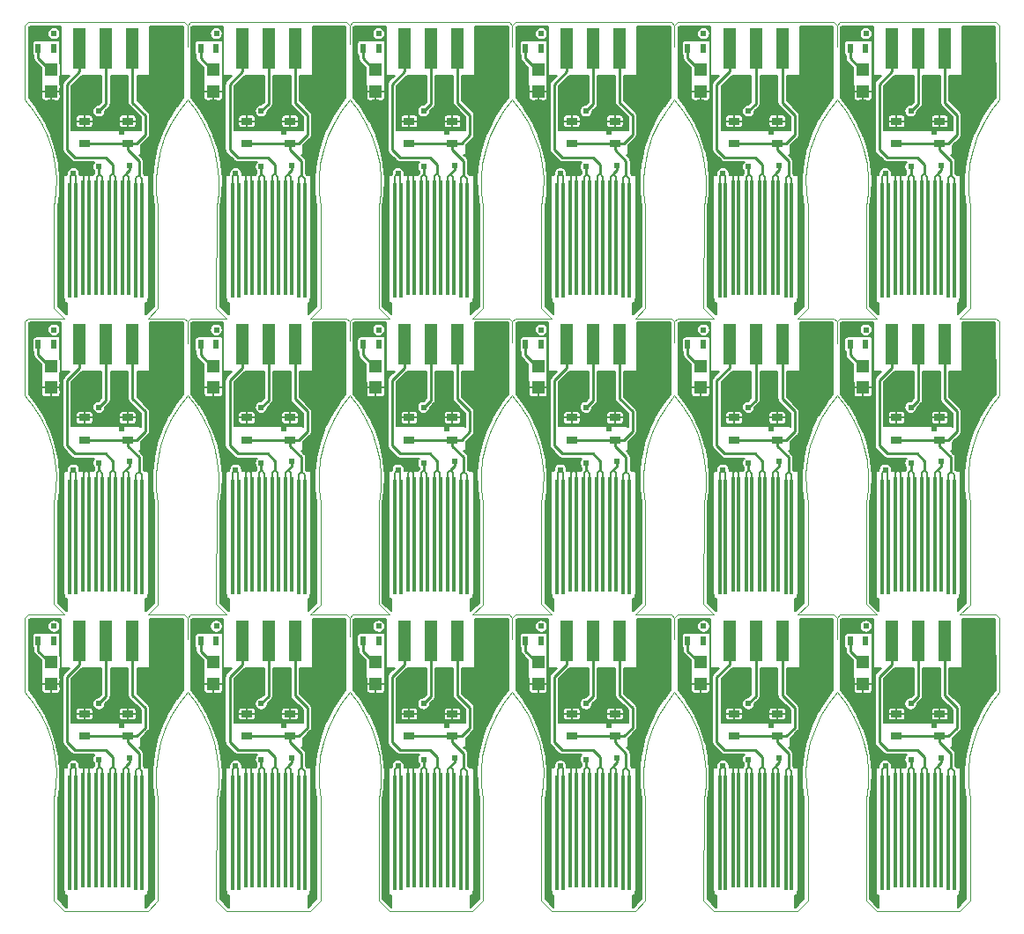
<source format=gbr>
%TF.GenerationSoftware,KiCad,Pcbnew,5.1.6-c6e7f7d~86~ubuntu18.04.1*%
%TF.CreationDate,2020-06-11T11:06:45+02:00*%
%TF.ProjectId,AVR_ISP_With_POGO_Pin_panelized_corrected,4156525f-4953-4505-9f57-6974685f504f,rev?*%
%TF.SameCoordinates,Original*%
%TF.FileFunction,Copper,L1,Top*%
%TF.FilePolarity,Positive*%
%FSLAX46Y46*%
G04 Gerber Fmt 4.6, Leading zero omitted, Abs format (unit mm)*
G04 Created by KiCad (PCBNEW 5.1.6-c6e7f7d~86~ubuntu18.04.1) date 2020-06-11 11:06:45*
%MOMM*%
%LPD*%
G01*
G04 APERTURE LIST*
%TA.AperFunction,Profile*%
%ADD10C,0.100000*%
%TD*%
%TA.AperFunction,SMDPad,CuDef*%
%ADD11R,0.304800X11.000000*%
%TD*%
%TA.AperFunction,SMDPad,CuDef*%
%ADD12R,1.300000X4.000000*%
%TD*%
%TA.AperFunction,SMDPad,CuDef*%
%ADD13R,1.050000X0.650000*%
%TD*%
%TA.AperFunction,SMDPad,CuDef*%
%ADD14R,0.500000X0.900000*%
%TD*%
%TA.AperFunction,SMDPad,CuDef*%
%ADD15R,1.198880X1.198880*%
%TD*%
%TA.AperFunction,ViaPad*%
%ADD16C,0.609600*%
%TD*%
%TA.AperFunction,Conductor*%
%ADD17C,0.203200*%
%TD*%
%TA.AperFunction,Conductor*%
%ADD18C,0.254000*%
%TD*%
%TA.AperFunction,Conductor*%
%ADD19C,0.457200*%
%TD*%
%TA.AperFunction,Conductor*%
%ADD20C,0.152400*%
%TD*%
G04 APERTURE END LIST*
D10*
X65601000Y-78789900D02*
X65601800Y-80846800D01*
X65300500Y-78499200D02*
X65601000Y-78789900D01*
X61802400Y-78499000D02*
X65300500Y-78499200D01*
X62801000Y-77500100D02*
X61802400Y-78499000D01*
X62801000Y-67700000D02*
X62801000Y-77500100D01*
X62632800Y-66331600D02*
X62801000Y-67700000D01*
X62617000Y-64953100D02*
X62632800Y-66331600D01*
X62753800Y-63581400D02*
X62617000Y-64953100D01*
X63041500Y-62233100D02*
X62753800Y-63581400D01*
X63476400Y-60925000D02*
X63041500Y-62233100D01*
X64053500Y-59673000D02*
X63476400Y-60925000D01*
X64765400Y-58492600D02*
X64053500Y-59673000D01*
X65601800Y-57400300D02*
X64765400Y-58492600D01*
X66446300Y-58498900D02*
X65601800Y-57400300D01*
X67162800Y-59684300D02*
X66446300Y-58498900D01*
X67742800Y-60942300D02*
X67162800Y-59684300D01*
X68178900Y-62257000D02*
X67742800Y-60942300D01*
X68465800Y-63612200D02*
X68178900Y-62257000D01*
X68599800Y-64990900D02*
X68465800Y-63612200D01*
X68579300Y-66376000D02*
X68599800Y-64990900D01*
X68404500Y-67750300D02*
X68579300Y-66376000D01*
X68381800Y-77480100D02*
X68404500Y-67750300D01*
X69400400Y-78499000D02*
X68381800Y-77480100D01*
X65902200Y-78499200D02*
X69400400Y-78499000D01*
X65601800Y-78799900D02*
X65902200Y-78499200D01*
X65601800Y-80846800D02*
X65601800Y-78799900D01*
X81203800Y-78789900D02*
X81204500Y-80606800D01*
X80903300Y-78499100D02*
X81203800Y-78789900D01*
X77405200Y-78499000D02*
X80903300Y-78499100D01*
X78403800Y-77500100D02*
X77405200Y-78499000D01*
X78403800Y-67700000D02*
X78403800Y-77500100D01*
X78235600Y-66331600D02*
X78403800Y-67700000D01*
X78219800Y-64953100D02*
X78235600Y-66331600D01*
X78356600Y-63581400D02*
X78219800Y-64953100D01*
X78644200Y-62233100D02*
X78356600Y-63581400D01*
X79079200Y-60925000D02*
X78644200Y-62233100D01*
X79656200Y-59673000D02*
X79079200Y-60925000D01*
X80368200Y-58492600D02*
X79656200Y-59673000D01*
X81204600Y-57400300D02*
X80368200Y-58492600D01*
X82049000Y-58498900D02*
X81204600Y-57400300D01*
X82765600Y-59684300D02*
X82049000Y-58498900D01*
X83345600Y-60942300D02*
X82765600Y-59684300D01*
X83781700Y-62257000D02*
X83345600Y-60942300D01*
X84068600Y-63612200D02*
X83781700Y-62257000D01*
X84202600Y-64990900D02*
X84068600Y-63612200D01*
X84182100Y-66376000D02*
X84202600Y-64990900D01*
X84007300Y-67750300D02*
X84182100Y-66376000D01*
X83984500Y-77480100D02*
X84007300Y-67750300D01*
X85003100Y-78499000D02*
X83984500Y-77480100D01*
X81505000Y-78499100D02*
X85003100Y-78499000D01*
X81204500Y-78799900D02*
X81505000Y-78499100D01*
X81204500Y-80606800D02*
X81204500Y-78799900D01*
X96806500Y-78789900D02*
X96807300Y-80811700D01*
X96506000Y-78499200D02*
X96806500Y-78789900D01*
X93007900Y-78499000D02*
X96506000Y-78499200D01*
X94006500Y-77500100D02*
X93007900Y-78499000D01*
X94006500Y-67700000D02*
X94006500Y-77500100D01*
X93838400Y-66331600D02*
X94006500Y-67700000D01*
X93822600Y-64953100D02*
X93838400Y-66331600D01*
X93959400Y-63581400D02*
X93822600Y-64953100D01*
X94247000Y-62233100D02*
X93959400Y-63581400D01*
X94682000Y-60925000D02*
X94247000Y-62233100D01*
X95259000Y-59673000D02*
X94682000Y-60925000D01*
X95970900Y-58492600D02*
X95259000Y-59673000D01*
X96807300Y-57400300D02*
X95970900Y-58492600D01*
X97651800Y-58498900D02*
X96807300Y-57400300D01*
X98368400Y-59684300D02*
X97651800Y-58498900D01*
X98948300Y-60942300D02*
X98368400Y-59684300D01*
X99384500Y-62257000D02*
X98948300Y-60942300D01*
X99671300Y-63612200D02*
X99384500Y-62257000D01*
X99805300Y-64990900D02*
X99671300Y-63612200D01*
X99784800Y-66376000D02*
X99805300Y-64990900D01*
X99610000Y-67750300D02*
X99784800Y-66376000D01*
X99587300Y-77480100D02*
X99610000Y-67750300D01*
X100605900Y-78499000D02*
X99587300Y-77480100D01*
X97107700Y-78499200D02*
X100605900Y-78499000D01*
X96807300Y-78799900D02*
X97107700Y-78499200D01*
X96807300Y-80811700D02*
X96807300Y-78799900D01*
X112409300Y-78789900D02*
X112410100Y-80830600D01*
X112108800Y-78499200D02*
X112409300Y-78789900D01*
X108610700Y-78499000D02*
X112108800Y-78499200D01*
X109609300Y-77500100D02*
X108610700Y-78499000D01*
X109609300Y-67700000D02*
X109609300Y-77500100D01*
X109441200Y-66331600D02*
X109609300Y-67700000D01*
X109425400Y-64953100D02*
X109441200Y-66331600D01*
X109562100Y-63581400D02*
X109425400Y-64953100D01*
X109849800Y-62233100D02*
X109562100Y-63581400D01*
X110284800Y-60925000D02*
X109849800Y-62233100D01*
X110861800Y-59673000D02*
X110284800Y-60925000D01*
X111573700Y-58492600D02*
X110861800Y-59673000D01*
X112410100Y-57400300D02*
X111573700Y-58492600D01*
X113254600Y-58498900D02*
X112410100Y-57400300D01*
X113971200Y-59684300D02*
X113254600Y-58498900D01*
X114551100Y-60942300D02*
X113971200Y-59684300D01*
X114987300Y-62257000D02*
X114551100Y-60942300D01*
X115274100Y-63612200D02*
X114987300Y-62257000D01*
X115408100Y-64990900D02*
X115274100Y-63612200D01*
X115387600Y-66376000D02*
X115408100Y-64990900D01*
X115212800Y-67750300D02*
X115387600Y-66376000D01*
X115190100Y-77480100D02*
X115212800Y-67750300D01*
X116208700Y-78499000D02*
X115190100Y-77480100D01*
X112710500Y-78499200D02*
X116208700Y-78499000D01*
X112410100Y-78799900D02*
X112710500Y-78499200D01*
X112410100Y-80830600D02*
X112410100Y-78799900D01*
X128012100Y-78789900D02*
X128012900Y-80849800D01*
X127711600Y-78499200D02*
X128012100Y-78789900D01*
X124213500Y-78499000D02*
X127711600Y-78499200D01*
X125212100Y-77500100D02*
X124213500Y-78499000D01*
X125212100Y-67700000D02*
X125212100Y-77500100D01*
X125043900Y-66331600D02*
X125212100Y-67700000D01*
X125028100Y-64953100D02*
X125043900Y-66331600D01*
X125164900Y-63581400D02*
X125028100Y-64953100D01*
X125452500Y-62233100D02*
X125164900Y-63581400D01*
X125887500Y-60925000D02*
X125452500Y-62233100D01*
X126464500Y-59673000D02*
X125887500Y-60925000D01*
X127176500Y-58492600D02*
X126464500Y-59673000D01*
X128012900Y-57400300D02*
X127176500Y-58492600D01*
X128857400Y-58498900D02*
X128012900Y-57400300D01*
X129573900Y-59684300D02*
X128857400Y-58498900D01*
X130153900Y-60942300D02*
X129573900Y-59684300D01*
X130590000Y-62257000D02*
X130153900Y-60942300D01*
X130876900Y-63612200D02*
X130590000Y-62257000D01*
X131010900Y-64990900D02*
X130876900Y-63612200D01*
X130990400Y-66376000D02*
X131010900Y-64990900D01*
X130815600Y-67750300D02*
X130990400Y-66376000D01*
X130792900Y-77480100D02*
X130815600Y-67750300D01*
X131811500Y-78499000D02*
X130792900Y-77480100D01*
X128313300Y-78499200D02*
X131811500Y-78499000D01*
X128012900Y-78799900D02*
X128313300Y-78499200D01*
X128012900Y-80849800D02*
X128012900Y-78799900D01*
X65601000Y-107289900D02*
X65601800Y-109346900D01*
X65300500Y-106999200D02*
X65601000Y-107289900D01*
X61802400Y-106999000D02*
X65300500Y-106999200D01*
X62801000Y-106000100D02*
X61802400Y-106999000D01*
X62801000Y-96200000D02*
X62801000Y-106000100D01*
X62632800Y-94831600D02*
X62801000Y-96200000D01*
X62617000Y-93453100D02*
X62632800Y-94831600D01*
X62753800Y-92081400D02*
X62617000Y-93453100D01*
X63041500Y-90733200D02*
X62753800Y-92081400D01*
X63476400Y-89425000D02*
X63041500Y-90733200D01*
X64053500Y-88173100D02*
X63476400Y-89425000D01*
X64765400Y-86992600D02*
X64053500Y-88173100D01*
X65601800Y-85900300D02*
X64765400Y-86992600D01*
X66446300Y-86998900D02*
X65601800Y-85900300D01*
X67162800Y-88184300D02*
X66446300Y-86998900D01*
X67742800Y-89442300D02*
X67162800Y-88184300D01*
X68178900Y-90757000D02*
X67742800Y-89442300D01*
X68465800Y-92112200D02*
X68178900Y-90757000D01*
X68599800Y-93490900D02*
X68465800Y-92112200D01*
X68579300Y-94876000D02*
X68599800Y-93490900D01*
X68404500Y-96250300D02*
X68579300Y-94876000D01*
X68381800Y-105980100D02*
X68404500Y-96250300D01*
X69400400Y-106999000D02*
X68381800Y-105980100D01*
X65902200Y-106999200D02*
X69400400Y-106999000D01*
X65601800Y-107299900D02*
X65902200Y-106999200D01*
X65601800Y-109346900D02*
X65601800Y-107299900D01*
X81203800Y-107289900D02*
X81204500Y-109106800D01*
X80903300Y-106999100D02*
X81203800Y-107289900D01*
X77405200Y-106999000D02*
X80903300Y-106999100D01*
X78403800Y-106000100D02*
X77405200Y-106999000D01*
X78403800Y-96200000D02*
X78403800Y-106000100D01*
X78235600Y-94831600D02*
X78403800Y-96200000D01*
X78219800Y-93453100D02*
X78235600Y-94831600D01*
X78356600Y-92081400D02*
X78219800Y-93453100D01*
X78644200Y-90733200D02*
X78356600Y-92081400D01*
X79079200Y-89425000D02*
X78644200Y-90733200D01*
X79656200Y-88173100D02*
X79079200Y-89425000D01*
X80368200Y-86992600D02*
X79656200Y-88173100D01*
X81204600Y-85900300D02*
X80368200Y-86992600D01*
X82049000Y-86998900D02*
X81204600Y-85900300D01*
X82765600Y-88184300D02*
X82049000Y-86998900D01*
X83345600Y-89442300D02*
X82765600Y-88184300D01*
X83781700Y-90757000D02*
X83345600Y-89442300D01*
X84068600Y-92112200D02*
X83781700Y-90757000D01*
X84202600Y-93490900D02*
X84068600Y-92112200D01*
X84182100Y-94876000D02*
X84202600Y-93490900D01*
X84007300Y-96250300D02*
X84182100Y-94876000D01*
X83984500Y-105980100D02*
X84007300Y-96250300D01*
X85003100Y-106999000D02*
X83984500Y-105980100D01*
X81505000Y-106999100D02*
X85003100Y-106999000D01*
X81204500Y-107299900D02*
X81505000Y-106999100D01*
X81204500Y-109106800D02*
X81204500Y-107299900D01*
X96806500Y-107289900D02*
X96807300Y-109311700D01*
X96506000Y-106999200D02*
X96806500Y-107289900D01*
X93007900Y-106999000D02*
X96506000Y-106999200D01*
X94006500Y-106000100D02*
X93007900Y-106999000D01*
X94006500Y-96200000D02*
X94006500Y-106000100D01*
X93838400Y-94831600D02*
X94006500Y-96200000D01*
X93822600Y-93453100D02*
X93838400Y-94831600D01*
X93959400Y-92081400D02*
X93822600Y-93453100D01*
X94247000Y-90733200D02*
X93959400Y-92081400D01*
X94682000Y-89425000D02*
X94247000Y-90733200D01*
X95259000Y-88173100D02*
X94682000Y-89425000D01*
X95970900Y-86992600D02*
X95259000Y-88173100D01*
X96807400Y-85900300D02*
X95970900Y-86992600D01*
X97651800Y-86998900D02*
X96807400Y-85900300D01*
X98368400Y-88184300D02*
X97651800Y-86998900D01*
X98948300Y-89442300D02*
X98368400Y-88184300D01*
X99384500Y-90757000D02*
X98948300Y-89442300D01*
X99671300Y-92112200D02*
X99384500Y-90757000D01*
X99805300Y-93490900D02*
X99671300Y-92112200D01*
X99784800Y-94876000D02*
X99805300Y-93490900D01*
X99610000Y-96250300D02*
X99784800Y-94876000D01*
X99587300Y-105980100D02*
X99610000Y-96250300D01*
X100605900Y-106999000D02*
X99587300Y-105980100D01*
X97107700Y-106999200D02*
X100605900Y-106999000D01*
X96807300Y-107299900D02*
X97107700Y-106999200D01*
X96807300Y-109311700D02*
X96807300Y-107299900D01*
X112409300Y-107289900D02*
X112410100Y-109330600D01*
X112108800Y-106999200D02*
X112409300Y-107289900D01*
X108610700Y-106999000D02*
X112108800Y-106999200D01*
X109609300Y-106000100D02*
X108610700Y-106999000D01*
X109609300Y-96200000D02*
X109609300Y-106000100D01*
X109441200Y-94831600D02*
X109609300Y-96200000D01*
X109425400Y-93453100D02*
X109441200Y-94831600D01*
X109562100Y-92081400D02*
X109425400Y-93453100D01*
X109849800Y-90733200D02*
X109562100Y-92081400D01*
X110284800Y-89425000D02*
X109849800Y-90733200D01*
X110861800Y-88173100D02*
X110284800Y-89425000D01*
X111573700Y-86992600D02*
X110861800Y-88173100D01*
X112410100Y-85900300D02*
X111573700Y-86992600D01*
X113254600Y-86998900D02*
X112410100Y-85900300D01*
X113971200Y-88184300D02*
X113254600Y-86998900D01*
X114551100Y-89442300D02*
X113971200Y-88184300D01*
X114987300Y-90757000D02*
X114551100Y-89442300D01*
X115274100Y-92112200D02*
X114987300Y-90757000D01*
X115408100Y-93490900D02*
X115274100Y-92112200D01*
X115387600Y-94876000D02*
X115408100Y-93490900D01*
X115212800Y-96250300D02*
X115387600Y-94876000D01*
X115190100Y-105980100D02*
X115212800Y-96250300D01*
X116208700Y-106999000D02*
X115190100Y-105980100D01*
X112710500Y-106999200D02*
X116208700Y-106999000D01*
X112410100Y-107299900D02*
X112710500Y-106999200D01*
X112410100Y-109330600D02*
X112410100Y-107299900D01*
X128012100Y-107289900D02*
X128012900Y-109349800D01*
X127711600Y-106999200D02*
X128012100Y-107289900D01*
X124213500Y-106999000D02*
X127711600Y-106999200D01*
X125212100Y-106000100D02*
X124213500Y-106999000D01*
X125212100Y-96200000D02*
X125212100Y-106000100D01*
X125043900Y-94831600D02*
X125212100Y-96200000D01*
X125028100Y-93453100D02*
X125043900Y-94831600D01*
X125164900Y-92081400D02*
X125028100Y-93453100D01*
X125452500Y-90733200D02*
X125164900Y-92081400D01*
X125887500Y-89425000D02*
X125452500Y-90733200D01*
X126464500Y-88173100D02*
X125887500Y-89425000D01*
X127176500Y-86992600D02*
X126464500Y-88173100D01*
X128012900Y-85900300D02*
X127176500Y-86992600D01*
X128857400Y-86998900D02*
X128012900Y-85900300D01*
X129573900Y-88184300D02*
X128857400Y-86998900D01*
X130153900Y-89442300D02*
X129573900Y-88184300D01*
X130590000Y-90757000D02*
X130153900Y-89442300D01*
X130876900Y-92112200D02*
X130590000Y-90757000D01*
X131010900Y-93490900D02*
X130876900Y-92112200D01*
X130990400Y-94876000D02*
X131010900Y-93490900D01*
X130815600Y-96250300D02*
X130990400Y-94876000D01*
X130792900Y-105980100D02*
X130815600Y-96250300D01*
X131811500Y-106999000D02*
X130792900Y-105980100D01*
X128313300Y-106999200D02*
X131811500Y-106999000D01*
X128012900Y-107299900D02*
X128313300Y-106999200D01*
X128012900Y-109349800D02*
X128012900Y-107299900D01*
X140814900Y-106000100D02*
X139816300Y-106999000D01*
X140814900Y-96200000D02*
X140814900Y-106000100D01*
X140646700Y-94831600D02*
X140814900Y-96200000D01*
X140630900Y-93453100D02*
X140646700Y-94831600D01*
X140767700Y-92081400D02*
X140630900Y-93453100D01*
X141055300Y-90733200D02*
X140767700Y-92081400D01*
X141490300Y-89425000D02*
X141055300Y-90733200D01*
X142067300Y-88173100D02*
X141490300Y-89425000D01*
X142779300Y-86992600D02*
X142067300Y-88173100D01*
X143617600Y-85897500D02*
X142779300Y-86992600D01*
X143614800Y-78789500D02*
X143617600Y-85897500D01*
X143314000Y-78499000D02*
X143614800Y-78789500D01*
X139816300Y-78499000D02*
X143314000Y-78499000D01*
X140814900Y-77500100D02*
X139816300Y-78499000D01*
X140814900Y-67700000D02*
X140814900Y-77500100D01*
X140646700Y-66331600D02*
X140814900Y-67700000D01*
X140630900Y-64953100D02*
X140646700Y-66331600D01*
X140767700Y-63581400D02*
X140630900Y-64953100D01*
X141055300Y-62233100D02*
X140767700Y-63581400D01*
X141490300Y-60925000D02*
X141055300Y-62233100D01*
X142067300Y-59673000D02*
X141490300Y-60925000D01*
X142779300Y-58492600D02*
X142067300Y-59673000D01*
X143617600Y-57397500D02*
X142779300Y-58492600D01*
X143614900Y-50290000D02*
X143617600Y-57397500D01*
X143314400Y-49999200D02*
X143614900Y-50290000D01*
X128313700Y-49999000D02*
X143314400Y-49999200D01*
X128012900Y-50299900D02*
X128313700Y-49999000D01*
X128012900Y-52349800D02*
X128012900Y-50299900D01*
X128012100Y-50289900D02*
X128012900Y-52349800D01*
X127711100Y-49999000D02*
X128012100Y-50289900D01*
X112710900Y-49999000D02*
X127711100Y-49999000D01*
X112410100Y-50299900D02*
X112710900Y-49999000D01*
X112410100Y-52330600D02*
X112410100Y-50299900D01*
X112409300Y-50289900D02*
X112410100Y-52330600D01*
X112108300Y-49999000D02*
X112409300Y-50289900D01*
X97108100Y-49999000D02*
X112108300Y-49999000D01*
X96807300Y-50299900D02*
X97108100Y-49999000D01*
X96807300Y-52311700D02*
X96807300Y-50299900D01*
X96806500Y-50289900D02*
X96807300Y-52311700D01*
X96505500Y-49999000D02*
X96806500Y-50289900D01*
X81505400Y-49999000D02*
X96505500Y-49999000D01*
X81204500Y-50299900D02*
X81505400Y-49999000D01*
X81204500Y-52106800D02*
X81204500Y-50299900D01*
X81203800Y-50289900D02*
X81204500Y-52106800D01*
X80902900Y-49999000D02*
X81203800Y-50289900D01*
X65902700Y-49999000D02*
X80902900Y-49999000D01*
X65601800Y-50299900D02*
X65902700Y-49999000D01*
X65601800Y-52346800D02*
X65601800Y-50299900D01*
X65601000Y-50289900D02*
X65601800Y-52346800D01*
X65300100Y-49999000D02*
X65601000Y-50289900D01*
X50300000Y-49999000D02*
X65300100Y-49999000D01*
X49999200Y-50299400D02*
X50300000Y-49999000D01*
X49999000Y-57400200D02*
X49999200Y-50299400D01*
X50843500Y-58498900D02*
X49999000Y-57400200D01*
X51560100Y-59684300D02*
X50843500Y-58498900D01*
X52140000Y-60942300D02*
X51560100Y-59684300D01*
X52576200Y-62257000D02*
X52140000Y-60942300D01*
X52863000Y-63612200D02*
X52576200Y-62257000D01*
X52997000Y-64990900D02*
X52863000Y-63612200D01*
X52976500Y-66376000D02*
X52997000Y-64990900D01*
X52801700Y-67750300D02*
X52976500Y-66376000D01*
X52779000Y-77480100D02*
X52801700Y-67750300D01*
X53797600Y-78499000D02*
X52779000Y-77480100D01*
X50299900Y-78499000D02*
X53797600Y-78499000D01*
X49999100Y-78799500D02*
X50299900Y-78499000D01*
X49999000Y-85900100D02*
X49999100Y-78799500D01*
X50843500Y-86998900D02*
X49999000Y-85900100D01*
X51560100Y-88184300D02*
X50843500Y-86998900D01*
X52140000Y-89442300D02*
X51560100Y-88184300D01*
X52576200Y-90757000D02*
X52140000Y-89442300D01*
X52863000Y-92112200D02*
X52576200Y-90757000D01*
X52997000Y-93490900D02*
X52863000Y-92112200D01*
X52976500Y-94876000D02*
X52997000Y-93490900D01*
X52801700Y-96250300D02*
X52976500Y-94876000D01*
X52779000Y-105980100D02*
X52801700Y-96250300D01*
X53797600Y-106999000D02*
X52779000Y-105980100D01*
X50299900Y-106999000D02*
X53797600Y-106999000D01*
X49999100Y-107299500D02*
X50299900Y-106999000D01*
X49999000Y-114400000D02*
X49999100Y-107299500D01*
X50843500Y-115498900D02*
X49999000Y-114400000D01*
X51560100Y-116684300D02*
X50843500Y-115498900D01*
X52140000Y-117942300D02*
X51560100Y-116684300D01*
X52576200Y-119257100D02*
X52140000Y-117942300D01*
X52863000Y-120612200D02*
X52576200Y-119257100D01*
X52997000Y-121990900D02*
X52863000Y-120612200D01*
X52976500Y-123376000D02*
X52997000Y-121990900D01*
X52801700Y-124750300D02*
X52976500Y-123376000D01*
X52779000Y-134480100D02*
X52801700Y-124750300D01*
X53799400Y-135500800D02*
X52779000Y-134480100D01*
X61800100Y-135501000D02*
X53799400Y-135500800D01*
X62800900Y-134500500D02*
X61800100Y-135501000D01*
X62801000Y-124700000D02*
X62800900Y-134500500D01*
X62632800Y-123331600D02*
X62801000Y-124700000D01*
X62617000Y-121953100D02*
X62632800Y-123331600D01*
X62753800Y-120581400D02*
X62617000Y-121953100D01*
X63041500Y-119233200D02*
X62753800Y-120581400D01*
X63476400Y-117925000D02*
X63041500Y-119233200D01*
X64053500Y-116673100D02*
X63476400Y-117925000D01*
X64765400Y-115492600D02*
X64053500Y-116673100D01*
X65601800Y-114400300D02*
X64765400Y-115492600D01*
X66446300Y-115498900D02*
X65601800Y-114400300D01*
X67162800Y-116684300D02*
X66446300Y-115498900D01*
X67742800Y-117942300D02*
X67162800Y-116684300D01*
X68178900Y-119257100D02*
X67742800Y-117942300D01*
X68465800Y-120612200D02*
X68178900Y-119257100D01*
X68599800Y-121990900D02*
X68465800Y-120612200D01*
X68579300Y-123376000D02*
X68599800Y-121990900D01*
X68404500Y-124750300D02*
X68579300Y-123376000D01*
X68381800Y-134480100D02*
X68404500Y-124750300D01*
X69402200Y-135500800D02*
X68381800Y-134480100D01*
X77402900Y-135501000D02*
X69402200Y-135500800D01*
X78403700Y-134500500D02*
X77402900Y-135501000D01*
X78403800Y-124700000D02*
X78403700Y-134500500D01*
X78235600Y-123331600D02*
X78403800Y-124700000D01*
X78219800Y-121953100D02*
X78235600Y-123331600D01*
X78356600Y-120581400D02*
X78219800Y-121953100D01*
X78644200Y-119233200D02*
X78356600Y-120581400D01*
X79079200Y-117925000D02*
X78644200Y-119233200D01*
X79656200Y-116673100D02*
X79079200Y-117925000D01*
X80368200Y-115492600D02*
X79656200Y-116673100D01*
X81204600Y-114400300D02*
X80368200Y-115492600D01*
X82049000Y-115498900D02*
X81204600Y-114400300D01*
X82765600Y-116684300D02*
X82049000Y-115498900D01*
X83345600Y-117942300D02*
X82765600Y-116684300D01*
X83781700Y-119257100D02*
X83345600Y-117942300D01*
X84068600Y-120612200D02*
X83781700Y-119257100D01*
X84202600Y-121990900D02*
X84068600Y-120612200D01*
X84182100Y-123376000D02*
X84202600Y-121990900D01*
X84007300Y-124750300D02*
X84182100Y-123376000D01*
X83984600Y-134480500D02*
X84007300Y-124750300D01*
X85005400Y-135501000D02*
X83984600Y-134480500D01*
X93006000Y-135500900D02*
X85005400Y-135501000D01*
X94006500Y-134500100D02*
X93006000Y-135500900D01*
X94006500Y-124700000D02*
X94006500Y-134500100D01*
X93838400Y-123331600D02*
X94006500Y-124700000D01*
X93822600Y-121953100D02*
X93838400Y-123331600D01*
X93959400Y-120581400D02*
X93822600Y-121953100D01*
X94247000Y-119233200D02*
X93959400Y-120581400D01*
X94682000Y-117925000D02*
X94247000Y-119233200D01*
X95259000Y-116673100D02*
X94682000Y-117925000D01*
X95970900Y-115492600D02*
X95259000Y-116673100D01*
X96807400Y-114400300D02*
X95970900Y-115492600D01*
X97651800Y-115498900D02*
X96807400Y-114400300D01*
X98368400Y-116684300D02*
X97651800Y-115498900D01*
X98948300Y-117942300D02*
X98368400Y-116684300D01*
X99384500Y-119257100D02*
X98948300Y-117942300D01*
X99671300Y-120612200D02*
X99384500Y-119257100D01*
X99805300Y-121990900D02*
X99671300Y-120612200D01*
X99784800Y-123376000D02*
X99805300Y-121990900D01*
X99610000Y-124750300D02*
X99784800Y-123376000D01*
X99587400Y-134480500D02*
X99610000Y-124750300D01*
X100608200Y-135501000D02*
X99587400Y-134480500D01*
X108608700Y-135500900D02*
X100608200Y-135501000D01*
X109609300Y-134500100D02*
X108608700Y-135500900D01*
X109609300Y-124700000D02*
X109609300Y-134500100D01*
X109441200Y-123331600D02*
X109609300Y-124700000D01*
X109425400Y-121953100D02*
X109441200Y-123331600D01*
X109562100Y-120581400D02*
X109425400Y-121953100D01*
X109849800Y-119233200D02*
X109562100Y-120581400D01*
X110284800Y-117925000D02*
X109849800Y-119233200D01*
X110861800Y-116673100D02*
X110284800Y-117925000D01*
X111573700Y-115492600D02*
X110861800Y-116673100D01*
X112410100Y-114400300D02*
X111573700Y-115492600D01*
X113254600Y-115498900D02*
X112410100Y-114400300D01*
X113971200Y-116684300D02*
X113254600Y-115498900D01*
X114551100Y-117942300D02*
X113971200Y-116684300D01*
X114987300Y-119257100D02*
X114551100Y-117942300D01*
X115274100Y-120612200D02*
X114987300Y-119257100D01*
X115408100Y-121990900D02*
X115274100Y-120612200D01*
X115387600Y-123376000D02*
X115408100Y-121990900D01*
X115212800Y-124750300D02*
X115387600Y-123376000D01*
X115190200Y-134480500D02*
X115212800Y-124750300D01*
X116211000Y-135501000D02*
X115190200Y-134480500D01*
X124211400Y-135501000D02*
X116211000Y-135501000D01*
X125212100Y-134500100D02*
X124211400Y-135501000D01*
X125212100Y-124700000D02*
X125212100Y-134500100D01*
X125043900Y-123331600D02*
X125212100Y-124700000D01*
X125028100Y-121953100D02*
X125043900Y-123331600D01*
X125164900Y-120581400D02*
X125028100Y-121953100D01*
X125452500Y-119233200D02*
X125164900Y-120581400D01*
X125887500Y-117925000D02*
X125452500Y-119233200D01*
X126464500Y-116673100D02*
X125887500Y-117925000D01*
X127176500Y-115492600D02*
X126464500Y-116673100D01*
X128012900Y-114400300D02*
X127176500Y-115492600D01*
X128857400Y-115498900D02*
X128012900Y-114400300D01*
X129573900Y-116684300D02*
X128857400Y-115498900D01*
X130153900Y-117942300D02*
X129573900Y-116684300D01*
X130590000Y-119257100D02*
X130153900Y-117942300D01*
X130876900Y-120612200D02*
X130590000Y-119257100D01*
X131010900Y-121990900D02*
X130876900Y-120612200D01*
X130990400Y-123376000D02*
X131010900Y-121990900D01*
X130815600Y-124750300D02*
X130990400Y-123376000D01*
X130793000Y-134480500D02*
X130815600Y-124750300D01*
X131813800Y-135501000D02*
X130793000Y-134480500D01*
X139814200Y-135501000D02*
X131813800Y-135501000D01*
X140814900Y-134500100D02*
X139814200Y-135501000D01*
X140814900Y-124700000D02*
X140814900Y-134500100D01*
X140646700Y-123331600D02*
X140814900Y-124700000D01*
X140630900Y-121953100D02*
X140646700Y-123331600D01*
X140767700Y-120581400D02*
X140630900Y-121953100D01*
X141055300Y-119233200D02*
X140767700Y-120581400D01*
X141490300Y-117925000D02*
X141055300Y-119233200D01*
X142067300Y-116673100D02*
X141490300Y-117925000D01*
X142779300Y-115492600D02*
X142067300Y-116673100D01*
X143617600Y-114397400D02*
X142779300Y-115492600D01*
X143614800Y-107289500D02*
X143617600Y-114397400D01*
X143314000Y-106999000D02*
X143614800Y-107289500D01*
X139816300Y-106999000D02*
X143314000Y-106999000D01*
D11*
%TO.P,P2,2*%
%TO.N,Board_18-/VCC*%
X132346771Y-127979427D03*
%TO.P,P2,6*%
%TO.N,Board_18-/GND*%
X133616771Y-127725427D03*
%TO.P,P2,3*%
%TO.N,Board_18-/SCK*%
X134886771Y-127725427D03*
%TO.P,P2,1*%
%TO.N,Board_18-/MISO*%
X136156771Y-127725427D03*
%TO.P,P2,4*%
%TO.N,Board_18-/MOSI*%
X137426771Y-127725427D03*
%TO.P,P2,2*%
%TO.N,Board_18-/VCC*%
X132930971Y-127979427D03*
%TO.P,P2,6*%
%TO.N,Board_18-/GND*%
X134200971Y-127725427D03*
%TO.P,P2,3*%
%TO.N,Board_18-/SCK*%
X135470971Y-127725427D03*
%TO.P,P2,1*%
%TO.N,Board_18-/MISO*%
X136740971Y-127725427D03*
%TO.P,P2,4*%
%TO.N,Board_18-/MOSI*%
X138010971Y-127725427D03*
%TO.P,P2,5*%
%TO.N,Board_18-/RESET*%
X138696771Y-127979427D03*
X139280971Y-127979427D03*
%TD*%
D12*
%TO.P,P1,5*%
%TO.N,Board_18-/RESET*%
X138353871Y-109500027D03*
%TO.P,P1,3*%
%TO.N,Board_18-/SCK*%
X135813871Y-109500027D03*
%TO.P,P1,1*%
%TO.N,Board_18-/MISO*%
X133273871Y-109500027D03*
%TD*%
D13*
%TO.P,S1,2*%
%TO.N,Board_18-/RESET*%
X137888871Y-118675027D03*
X133738871Y-118675027D03*
%TO.P,S1,1*%
%TO.N,Board_18-/GND*%
X137888871Y-116525027D03*
X133738871Y-116525027D03*
%TD*%
D14*
%TO.P,R1,2*%
%TO.N,Board_18-Net-(D1-Pad2)*%
X129283871Y-109500027D03*
%TO.P,R1,1*%
%TO.N,Board_18-/VCC*%
X130783871Y-109500027D03*
%TD*%
D15*
%TO.P,D1,1*%
%TO.N,Board_18-/GND*%
X130513871Y-113649047D03*
%TO.P,D1,2*%
%TO.N,Board_18-Net-(D1-Pad2)*%
X130513871Y-111551007D03*
%TD*%
D11*
%TO.P,P2,2*%
%TO.N,Board_17-/VCC*%
X116743997Y-127979427D03*
%TO.P,P2,6*%
%TO.N,Board_17-/GND*%
X118013997Y-127725427D03*
%TO.P,P2,3*%
%TO.N,Board_17-/SCK*%
X119283997Y-127725427D03*
%TO.P,P2,1*%
%TO.N,Board_17-/MISO*%
X120553997Y-127725427D03*
%TO.P,P2,4*%
%TO.N,Board_17-/MOSI*%
X121823997Y-127725427D03*
%TO.P,P2,2*%
%TO.N,Board_17-/VCC*%
X117328197Y-127979427D03*
%TO.P,P2,6*%
%TO.N,Board_17-/GND*%
X118598197Y-127725427D03*
%TO.P,P2,3*%
%TO.N,Board_17-/SCK*%
X119868197Y-127725427D03*
%TO.P,P2,1*%
%TO.N,Board_17-/MISO*%
X121138197Y-127725427D03*
%TO.P,P2,4*%
%TO.N,Board_17-/MOSI*%
X122408197Y-127725427D03*
%TO.P,P2,5*%
%TO.N,Board_17-/RESET*%
X123093997Y-127979427D03*
X123678197Y-127979427D03*
%TD*%
D12*
%TO.P,P1,5*%
%TO.N,Board_17-/RESET*%
X122751097Y-109500027D03*
%TO.P,P1,3*%
%TO.N,Board_17-/SCK*%
X120211097Y-109500027D03*
%TO.P,P1,1*%
%TO.N,Board_17-/MISO*%
X117671097Y-109500027D03*
%TD*%
D13*
%TO.P,S1,2*%
%TO.N,Board_17-/RESET*%
X122286097Y-118675027D03*
X118136097Y-118675027D03*
%TO.P,S1,1*%
%TO.N,Board_17-/GND*%
X122286097Y-116525027D03*
X118136097Y-116525027D03*
%TD*%
D14*
%TO.P,R1,2*%
%TO.N,Board_17-Net-(D1-Pad2)*%
X113681097Y-109500027D03*
%TO.P,R1,1*%
%TO.N,Board_17-/VCC*%
X115181097Y-109500027D03*
%TD*%
D15*
%TO.P,D1,1*%
%TO.N,Board_17-/GND*%
X114911097Y-113649047D03*
%TO.P,D1,2*%
%TO.N,Board_17-Net-(D1-Pad2)*%
X114911097Y-111551007D03*
%TD*%
D11*
%TO.P,P2,2*%
%TO.N,Board_16-/VCC*%
X101141223Y-127979427D03*
%TO.P,P2,6*%
%TO.N,Board_16-/GND*%
X102411223Y-127725427D03*
%TO.P,P2,3*%
%TO.N,Board_16-/SCK*%
X103681223Y-127725427D03*
%TO.P,P2,1*%
%TO.N,Board_16-/MISO*%
X104951223Y-127725427D03*
%TO.P,P2,4*%
%TO.N,Board_16-/MOSI*%
X106221223Y-127725427D03*
%TO.P,P2,2*%
%TO.N,Board_16-/VCC*%
X101725423Y-127979427D03*
%TO.P,P2,6*%
%TO.N,Board_16-/GND*%
X102995423Y-127725427D03*
%TO.P,P2,3*%
%TO.N,Board_16-/SCK*%
X104265423Y-127725427D03*
%TO.P,P2,1*%
%TO.N,Board_16-/MISO*%
X105535423Y-127725427D03*
%TO.P,P2,4*%
%TO.N,Board_16-/MOSI*%
X106805423Y-127725427D03*
%TO.P,P2,5*%
%TO.N,Board_16-/RESET*%
X107491223Y-127979427D03*
X108075423Y-127979427D03*
%TD*%
D12*
%TO.P,P1,5*%
%TO.N,Board_16-/RESET*%
X107148323Y-109500027D03*
%TO.P,P1,3*%
%TO.N,Board_16-/SCK*%
X104608323Y-109500027D03*
%TO.P,P1,1*%
%TO.N,Board_16-/MISO*%
X102068323Y-109500027D03*
%TD*%
D13*
%TO.P,S1,2*%
%TO.N,Board_16-/RESET*%
X106683323Y-118675027D03*
X102533323Y-118675027D03*
%TO.P,S1,1*%
%TO.N,Board_16-/GND*%
X106683323Y-116525027D03*
X102533323Y-116525027D03*
%TD*%
D14*
%TO.P,R1,2*%
%TO.N,Board_16-Net-(D1-Pad2)*%
X98078323Y-109500027D03*
%TO.P,R1,1*%
%TO.N,Board_16-/VCC*%
X99578323Y-109500027D03*
%TD*%
D15*
%TO.P,D1,1*%
%TO.N,Board_16-/GND*%
X99308323Y-113649047D03*
%TO.P,D1,2*%
%TO.N,Board_16-Net-(D1-Pad2)*%
X99308323Y-111551007D03*
%TD*%
D11*
%TO.P,P2,2*%
%TO.N,Board_15-/VCC*%
X85538449Y-127979427D03*
%TO.P,P2,6*%
%TO.N,Board_15-/GND*%
X86808449Y-127725427D03*
%TO.P,P2,3*%
%TO.N,Board_15-/SCK*%
X88078449Y-127725427D03*
%TO.P,P2,1*%
%TO.N,Board_15-/MISO*%
X89348449Y-127725427D03*
%TO.P,P2,4*%
%TO.N,Board_15-/MOSI*%
X90618449Y-127725427D03*
%TO.P,P2,2*%
%TO.N,Board_15-/VCC*%
X86122649Y-127979427D03*
%TO.P,P2,6*%
%TO.N,Board_15-/GND*%
X87392649Y-127725427D03*
%TO.P,P2,3*%
%TO.N,Board_15-/SCK*%
X88662649Y-127725427D03*
%TO.P,P2,1*%
%TO.N,Board_15-/MISO*%
X89932649Y-127725427D03*
%TO.P,P2,4*%
%TO.N,Board_15-/MOSI*%
X91202649Y-127725427D03*
%TO.P,P2,5*%
%TO.N,Board_15-/RESET*%
X91888449Y-127979427D03*
X92472649Y-127979427D03*
%TD*%
D12*
%TO.P,P1,5*%
%TO.N,Board_15-/RESET*%
X91545549Y-109500027D03*
%TO.P,P1,3*%
%TO.N,Board_15-/SCK*%
X89005549Y-109500027D03*
%TO.P,P1,1*%
%TO.N,Board_15-/MISO*%
X86465549Y-109500027D03*
%TD*%
D13*
%TO.P,S1,2*%
%TO.N,Board_15-/RESET*%
X91080549Y-118675027D03*
X86930549Y-118675027D03*
%TO.P,S1,1*%
%TO.N,Board_15-/GND*%
X91080549Y-116525027D03*
X86930549Y-116525027D03*
%TD*%
D14*
%TO.P,R1,2*%
%TO.N,Board_15-Net-(D1-Pad2)*%
X82475549Y-109500027D03*
%TO.P,R1,1*%
%TO.N,Board_15-/VCC*%
X83975549Y-109500027D03*
%TD*%
D15*
%TO.P,D1,1*%
%TO.N,Board_15-/GND*%
X83705549Y-113649047D03*
%TO.P,D1,2*%
%TO.N,Board_15-Net-(D1-Pad2)*%
X83705549Y-111551007D03*
%TD*%
D11*
%TO.P,P2,2*%
%TO.N,Board_14-/VCC*%
X69935675Y-127979427D03*
%TO.P,P2,6*%
%TO.N,Board_14-/GND*%
X71205675Y-127725427D03*
%TO.P,P2,3*%
%TO.N,Board_14-/SCK*%
X72475675Y-127725427D03*
%TO.P,P2,1*%
%TO.N,Board_14-/MISO*%
X73745675Y-127725427D03*
%TO.P,P2,4*%
%TO.N,Board_14-/MOSI*%
X75015675Y-127725427D03*
%TO.P,P2,2*%
%TO.N,Board_14-/VCC*%
X70519875Y-127979427D03*
%TO.P,P2,6*%
%TO.N,Board_14-/GND*%
X71789875Y-127725427D03*
%TO.P,P2,3*%
%TO.N,Board_14-/SCK*%
X73059875Y-127725427D03*
%TO.P,P2,1*%
%TO.N,Board_14-/MISO*%
X74329875Y-127725427D03*
%TO.P,P2,4*%
%TO.N,Board_14-/MOSI*%
X75599875Y-127725427D03*
%TO.P,P2,5*%
%TO.N,Board_14-/RESET*%
X76285675Y-127979427D03*
X76869875Y-127979427D03*
%TD*%
D12*
%TO.P,P1,5*%
%TO.N,Board_14-/RESET*%
X75942775Y-109500027D03*
%TO.P,P1,3*%
%TO.N,Board_14-/SCK*%
X73402775Y-109500027D03*
%TO.P,P1,1*%
%TO.N,Board_14-/MISO*%
X70862775Y-109500027D03*
%TD*%
D13*
%TO.P,S1,2*%
%TO.N,Board_14-/RESET*%
X75477775Y-118675027D03*
X71327775Y-118675027D03*
%TO.P,S1,1*%
%TO.N,Board_14-/GND*%
X75477775Y-116525027D03*
X71327775Y-116525027D03*
%TD*%
D14*
%TO.P,R1,2*%
%TO.N,Board_14-Net-(D1-Pad2)*%
X66872775Y-109500027D03*
%TO.P,R1,1*%
%TO.N,Board_14-/VCC*%
X68372775Y-109500027D03*
%TD*%
D15*
%TO.P,D1,1*%
%TO.N,Board_14-/GND*%
X68102775Y-113649047D03*
%TO.P,D1,2*%
%TO.N,Board_14-Net-(D1-Pad2)*%
X68102775Y-111551007D03*
%TD*%
D11*
%TO.P,P2,2*%
%TO.N,Board_13-/VCC*%
X54332901Y-127979427D03*
%TO.P,P2,6*%
%TO.N,Board_13-/GND*%
X55602901Y-127725427D03*
%TO.P,P2,3*%
%TO.N,Board_13-/SCK*%
X56872901Y-127725427D03*
%TO.P,P2,1*%
%TO.N,Board_13-/MISO*%
X58142901Y-127725427D03*
%TO.P,P2,4*%
%TO.N,Board_13-/MOSI*%
X59412901Y-127725427D03*
%TO.P,P2,2*%
%TO.N,Board_13-/VCC*%
X54917101Y-127979427D03*
%TO.P,P2,6*%
%TO.N,Board_13-/GND*%
X56187101Y-127725427D03*
%TO.P,P2,3*%
%TO.N,Board_13-/SCK*%
X57457101Y-127725427D03*
%TO.P,P2,1*%
%TO.N,Board_13-/MISO*%
X58727101Y-127725427D03*
%TO.P,P2,4*%
%TO.N,Board_13-/MOSI*%
X59997101Y-127725427D03*
%TO.P,P2,5*%
%TO.N,Board_13-/RESET*%
X60682901Y-127979427D03*
X61267101Y-127979427D03*
%TD*%
D12*
%TO.P,P1,5*%
%TO.N,Board_13-/RESET*%
X60340001Y-109500027D03*
%TO.P,P1,3*%
%TO.N,Board_13-/SCK*%
X57800001Y-109500027D03*
%TO.P,P1,1*%
%TO.N,Board_13-/MISO*%
X55260001Y-109500027D03*
%TD*%
D13*
%TO.P,S1,2*%
%TO.N,Board_13-/RESET*%
X59875001Y-118675027D03*
X55725001Y-118675027D03*
%TO.P,S1,1*%
%TO.N,Board_13-/GND*%
X59875001Y-116525027D03*
X55725001Y-116525027D03*
%TD*%
D14*
%TO.P,R1,2*%
%TO.N,Board_13-Net-(D1-Pad2)*%
X51270001Y-109500027D03*
%TO.P,R1,1*%
%TO.N,Board_13-/VCC*%
X52770001Y-109500027D03*
%TD*%
D15*
%TO.P,D1,1*%
%TO.N,Board_13-/GND*%
X52500001Y-113649047D03*
%TO.P,D1,2*%
%TO.N,Board_13-Net-(D1-Pad2)*%
X52500001Y-111551007D03*
%TD*%
D11*
%TO.P,P2,2*%
%TO.N,Board_12-/VCC*%
X132346771Y-99479414D03*
%TO.P,P2,6*%
%TO.N,Board_12-/GND*%
X133616771Y-99225414D03*
%TO.P,P2,3*%
%TO.N,Board_12-/SCK*%
X134886771Y-99225414D03*
%TO.P,P2,1*%
%TO.N,Board_12-/MISO*%
X136156771Y-99225414D03*
%TO.P,P2,4*%
%TO.N,Board_12-/MOSI*%
X137426771Y-99225414D03*
%TO.P,P2,2*%
%TO.N,Board_12-/VCC*%
X132930971Y-99479414D03*
%TO.P,P2,6*%
%TO.N,Board_12-/GND*%
X134200971Y-99225414D03*
%TO.P,P2,3*%
%TO.N,Board_12-/SCK*%
X135470971Y-99225414D03*
%TO.P,P2,1*%
%TO.N,Board_12-/MISO*%
X136740971Y-99225414D03*
%TO.P,P2,4*%
%TO.N,Board_12-/MOSI*%
X138010971Y-99225414D03*
%TO.P,P2,5*%
%TO.N,Board_12-/RESET*%
X138696771Y-99479414D03*
X139280971Y-99479414D03*
%TD*%
D12*
%TO.P,P1,5*%
%TO.N,Board_12-/RESET*%
X138353871Y-81000014D03*
%TO.P,P1,3*%
%TO.N,Board_12-/SCK*%
X135813871Y-81000014D03*
%TO.P,P1,1*%
%TO.N,Board_12-/MISO*%
X133273871Y-81000014D03*
%TD*%
D13*
%TO.P,S1,2*%
%TO.N,Board_12-/RESET*%
X137888871Y-90175014D03*
X133738871Y-90175014D03*
%TO.P,S1,1*%
%TO.N,Board_12-/GND*%
X137888871Y-88025014D03*
X133738871Y-88025014D03*
%TD*%
D14*
%TO.P,R1,2*%
%TO.N,Board_12-Net-(D1-Pad2)*%
X129283871Y-81000014D03*
%TO.P,R1,1*%
%TO.N,Board_12-/VCC*%
X130783871Y-81000014D03*
%TD*%
D15*
%TO.P,D1,1*%
%TO.N,Board_12-/GND*%
X130513871Y-85149034D03*
%TO.P,D1,2*%
%TO.N,Board_12-Net-(D1-Pad2)*%
X130513871Y-83050994D03*
%TD*%
D11*
%TO.P,P2,2*%
%TO.N,Board_11-/VCC*%
X116743997Y-99479414D03*
%TO.P,P2,6*%
%TO.N,Board_11-/GND*%
X118013997Y-99225414D03*
%TO.P,P2,3*%
%TO.N,Board_11-/SCK*%
X119283997Y-99225414D03*
%TO.P,P2,1*%
%TO.N,Board_11-/MISO*%
X120553997Y-99225414D03*
%TO.P,P2,4*%
%TO.N,Board_11-/MOSI*%
X121823997Y-99225414D03*
%TO.P,P2,2*%
%TO.N,Board_11-/VCC*%
X117328197Y-99479414D03*
%TO.P,P2,6*%
%TO.N,Board_11-/GND*%
X118598197Y-99225414D03*
%TO.P,P2,3*%
%TO.N,Board_11-/SCK*%
X119868197Y-99225414D03*
%TO.P,P2,1*%
%TO.N,Board_11-/MISO*%
X121138197Y-99225414D03*
%TO.P,P2,4*%
%TO.N,Board_11-/MOSI*%
X122408197Y-99225414D03*
%TO.P,P2,5*%
%TO.N,Board_11-/RESET*%
X123093997Y-99479414D03*
X123678197Y-99479414D03*
%TD*%
D12*
%TO.P,P1,5*%
%TO.N,Board_11-/RESET*%
X122751097Y-81000014D03*
%TO.P,P1,3*%
%TO.N,Board_11-/SCK*%
X120211097Y-81000014D03*
%TO.P,P1,1*%
%TO.N,Board_11-/MISO*%
X117671097Y-81000014D03*
%TD*%
D13*
%TO.P,S1,2*%
%TO.N,Board_11-/RESET*%
X122286097Y-90175014D03*
X118136097Y-90175014D03*
%TO.P,S1,1*%
%TO.N,Board_11-/GND*%
X122286097Y-88025014D03*
X118136097Y-88025014D03*
%TD*%
D14*
%TO.P,R1,2*%
%TO.N,Board_11-Net-(D1-Pad2)*%
X113681097Y-81000014D03*
%TO.P,R1,1*%
%TO.N,Board_11-/VCC*%
X115181097Y-81000014D03*
%TD*%
D15*
%TO.P,D1,1*%
%TO.N,Board_11-/GND*%
X114911097Y-85149034D03*
%TO.P,D1,2*%
%TO.N,Board_11-Net-(D1-Pad2)*%
X114911097Y-83050994D03*
%TD*%
D11*
%TO.P,P2,2*%
%TO.N,Board_10-/VCC*%
X101141223Y-99479414D03*
%TO.P,P2,6*%
%TO.N,Board_10-/GND*%
X102411223Y-99225414D03*
%TO.P,P2,3*%
%TO.N,Board_10-/SCK*%
X103681223Y-99225414D03*
%TO.P,P2,1*%
%TO.N,Board_10-/MISO*%
X104951223Y-99225414D03*
%TO.P,P2,4*%
%TO.N,Board_10-/MOSI*%
X106221223Y-99225414D03*
%TO.P,P2,2*%
%TO.N,Board_10-/VCC*%
X101725423Y-99479414D03*
%TO.P,P2,6*%
%TO.N,Board_10-/GND*%
X102995423Y-99225414D03*
%TO.P,P2,3*%
%TO.N,Board_10-/SCK*%
X104265423Y-99225414D03*
%TO.P,P2,1*%
%TO.N,Board_10-/MISO*%
X105535423Y-99225414D03*
%TO.P,P2,4*%
%TO.N,Board_10-/MOSI*%
X106805423Y-99225414D03*
%TO.P,P2,5*%
%TO.N,Board_10-/RESET*%
X107491223Y-99479414D03*
X108075423Y-99479414D03*
%TD*%
D12*
%TO.P,P1,5*%
%TO.N,Board_10-/RESET*%
X107148323Y-81000014D03*
%TO.P,P1,3*%
%TO.N,Board_10-/SCK*%
X104608323Y-81000014D03*
%TO.P,P1,1*%
%TO.N,Board_10-/MISO*%
X102068323Y-81000014D03*
%TD*%
D13*
%TO.P,S1,2*%
%TO.N,Board_10-/RESET*%
X106683323Y-90175014D03*
X102533323Y-90175014D03*
%TO.P,S1,1*%
%TO.N,Board_10-/GND*%
X106683323Y-88025014D03*
X102533323Y-88025014D03*
%TD*%
D14*
%TO.P,R1,2*%
%TO.N,Board_10-Net-(D1-Pad2)*%
X98078323Y-81000014D03*
%TO.P,R1,1*%
%TO.N,Board_10-/VCC*%
X99578323Y-81000014D03*
%TD*%
D15*
%TO.P,D1,1*%
%TO.N,Board_10-/GND*%
X99308323Y-85149034D03*
%TO.P,D1,2*%
%TO.N,Board_10-Net-(D1-Pad2)*%
X99308323Y-83050994D03*
%TD*%
D11*
%TO.P,P2,2*%
%TO.N,Board_9-/VCC*%
X85538449Y-99479414D03*
%TO.P,P2,6*%
%TO.N,Board_9-/GND*%
X86808449Y-99225414D03*
%TO.P,P2,3*%
%TO.N,Board_9-/SCK*%
X88078449Y-99225414D03*
%TO.P,P2,1*%
%TO.N,Board_9-/MISO*%
X89348449Y-99225414D03*
%TO.P,P2,4*%
%TO.N,Board_9-/MOSI*%
X90618449Y-99225414D03*
%TO.P,P2,2*%
%TO.N,Board_9-/VCC*%
X86122649Y-99479414D03*
%TO.P,P2,6*%
%TO.N,Board_9-/GND*%
X87392649Y-99225414D03*
%TO.P,P2,3*%
%TO.N,Board_9-/SCK*%
X88662649Y-99225414D03*
%TO.P,P2,1*%
%TO.N,Board_9-/MISO*%
X89932649Y-99225414D03*
%TO.P,P2,4*%
%TO.N,Board_9-/MOSI*%
X91202649Y-99225414D03*
%TO.P,P2,5*%
%TO.N,Board_9-/RESET*%
X91888449Y-99479414D03*
X92472649Y-99479414D03*
%TD*%
D12*
%TO.P,P1,5*%
%TO.N,Board_9-/RESET*%
X91545549Y-81000014D03*
%TO.P,P1,3*%
%TO.N,Board_9-/SCK*%
X89005549Y-81000014D03*
%TO.P,P1,1*%
%TO.N,Board_9-/MISO*%
X86465549Y-81000014D03*
%TD*%
D13*
%TO.P,S1,2*%
%TO.N,Board_9-/RESET*%
X91080549Y-90175014D03*
X86930549Y-90175014D03*
%TO.P,S1,1*%
%TO.N,Board_9-/GND*%
X91080549Y-88025014D03*
X86930549Y-88025014D03*
%TD*%
D14*
%TO.P,R1,2*%
%TO.N,Board_9-Net-(D1-Pad2)*%
X82475549Y-81000014D03*
%TO.P,R1,1*%
%TO.N,Board_9-/VCC*%
X83975549Y-81000014D03*
%TD*%
D15*
%TO.P,D1,1*%
%TO.N,Board_9-/GND*%
X83705549Y-85149034D03*
%TO.P,D1,2*%
%TO.N,Board_9-Net-(D1-Pad2)*%
X83705549Y-83050994D03*
%TD*%
D11*
%TO.P,P2,2*%
%TO.N,Board_8-/VCC*%
X69935675Y-99479414D03*
%TO.P,P2,6*%
%TO.N,Board_8-/GND*%
X71205675Y-99225414D03*
%TO.P,P2,3*%
%TO.N,Board_8-/SCK*%
X72475675Y-99225414D03*
%TO.P,P2,1*%
%TO.N,Board_8-/MISO*%
X73745675Y-99225414D03*
%TO.P,P2,4*%
%TO.N,Board_8-/MOSI*%
X75015675Y-99225414D03*
%TO.P,P2,2*%
%TO.N,Board_8-/VCC*%
X70519875Y-99479414D03*
%TO.P,P2,6*%
%TO.N,Board_8-/GND*%
X71789875Y-99225414D03*
%TO.P,P2,3*%
%TO.N,Board_8-/SCK*%
X73059875Y-99225414D03*
%TO.P,P2,1*%
%TO.N,Board_8-/MISO*%
X74329875Y-99225414D03*
%TO.P,P2,4*%
%TO.N,Board_8-/MOSI*%
X75599875Y-99225414D03*
%TO.P,P2,5*%
%TO.N,Board_8-/RESET*%
X76285675Y-99479414D03*
X76869875Y-99479414D03*
%TD*%
D12*
%TO.P,P1,5*%
%TO.N,Board_8-/RESET*%
X75942775Y-81000014D03*
%TO.P,P1,3*%
%TO.N,Board_8-/SCK*%
X73402775Y-81000014D03*
%TO.P,P1,1*%
%TO.N,Board_8-/MISO*%
X70862775Y-81000014D03*
%TD*%
D13*
%TO.P,S1,2*%
%TO.N,Board_8-/RESET*%
X75477775Y-90175014D03*
X71327775Y-90175014D03*
%TO.P,S1,1*%
%TO.N,Board_8-/GND*%
X75477775Y-88025014D03*
X71327775Y-88025014D03*
%TD*%
D14*
%TO.P,R1,2*%
%TO.N,Board_8-Net-(D1-Pad2)*%
X66872775Y-81000014D03*
%TO.P,R1,1*%
%TO.N,Board_8-/VCC*%
X68372775Y-81000014D03*
%TD*%
D15*
%TO.P,D1,1*%
%TO.N,Board_8-/GND*%
X68102775Y-85149034D03*
%TO.P,D1,2*%
%TO.N,Board_8-Net-(D1-Pad2)*%
X68102775Y-83050994D03*
%TD*%
D11*
%TO.P,P2,2*%
%TO.N,Board_7-/VCC*%
X54332901Y-99479414D03*
%TO.P,P2,6*%
%TO.N,Board_7-/GND*%
X55602901Y-99225414D03*
%TO.P,P2,3*%
%TO.N,Board_7-/SCK*%
X56872901Y-99225414D03*
%TO.P,P2,1*%
%TO.N,Board_7-/MISO*%
X58142901Y-99225414D03*
%TO.P,P2,4*%
%TO.N,Board_7-/MOSI*%
X59412901Y-99225414D03*
%TO.P,P2,2*%
%TO.N,Board_7-/VCC*%
X54917101Y-99479414D03*
%TO.P,P2,6*%
%TO.N,Board_7-/GND*%
X56187101Y-99225414D03*
%TO.P,P2,3*%
%TO.N,Board_7-/SCK*%
X57457101Y-99225414D03*
%TO.P,P2,1*%
%TO.N,Board_7-/MISO*%
X58727101Y-99225414D03*
%TO.P,P2,4*%
%TO.N,Board_7-/MOSI*%
X59997101Y-99225414D03*
%TO.P,P2,5*%
%TO.N,Board_7-/RESET*%
X60682901Y-99479414D03*
X61267101Y-99479414D03*
%TD*%
D12*
%TO.P,P1,5*%
%TO.N,Board_7-/RESET*%
X60340001Y-81000014D03*
%TO.P,P1,3*%
%TO.N,Board_7-/SCK*%
X57800001Y-81000014D03*
%TO.P,P1,1*%
%TO.N,Board_7-/MISO*%
X55260001Y-81000014D03*
%TD*%
D13*
%TO.P,S1,2*%
%TO.N,Board_7-/RESET*%
X59875001Y-90175014D03*
X55725001Y-90175014D03*
%TO.P,S1,1*%
%TO.N,Board_7-/GND*%
X59875001Y-88025014D03*
X55725001Y-88025014D03*
%TD*%
D14*
%TO.P,R1,2*%
%TO.N,Board_7-Net-(D1-Pad2)*%
X51270001Y-81000014D03*
%TO.P,R1,1*%
%TO.N,Board_7-/VCC*%
X52770001Y-81000014D03*
%TD*%
D15*
%TO.P,D1,1*%
%TO.N,Board_7-/GND*%
X52500001Y-85149034D03*
%TO.P,D1,2*%
%TO.N,Board_7-Net-(D1-Pad2)*%
X52500001Y-83050994D03*
%TD*%
D11*
%TO.P,P2,2*%
%TO.N,Board_6-/VCC*%
X132346771Y-70979401D03*
%TO.P,P2,6*%
%TO.N,Board_6-/GND*%
X133616771Y-70725401D03*
%TO.P,P2,3*%
%TO.N,Board_6-/SCK*%
X134886771Y-70725401D03*
%TO.P,P2,1*%
%TO.N,Board_6-/MISO*%
X136156771Y-70725401D03*
%TO.P,P2,4*%
%TO.N,Board_6-/MOSI*%
X137426771Y-70725401D03*
%TO.P,P2,2*%
%TO.N,Board_6-/VCC*%
X132930971Y-70979401D03*
%TO.P,P2,6*%
%TO.N,Board_6-/GND*%
X134200971Y-70725401D03*
%TO.P,P2,3*%
%TO.N,Board_6-/SCK*%
X135470971Y-70725401D03*
%TO.P,P2,1*%
%TO.N,Board_6-/MISO*%
X136740971Y-70725401D03*
%TO.P,P2,4*%
%TO.N,Board_6-/MOSI*%
X138010971Y-70725401D03*
%TO.P,P2,5*%
%TO.N,Board_6-/RESET*%
X138696771Y-70979401D03*
X139280971Y-70979401D03*
%TD*%
D12*
%TO.P,P1,5*%
%TO.N,Board_6-/RESET*%
X138353871Y-52500001D03*
%TO.P,P1,3*%
%TO.N,Board_6-/SCK*%
X135813871Y-52500001D03*
%TO.P,P1,1*%
%TO.N,Board_6-/MISO*%
X133273871Y-52500001D03*
%TD*%
D13*
%TO.P,S1,2*%
%TO.N,Board_6-/RESET*%
X137888871Y-61675001D03*
X133738871Y-61675001D03*
%TO.P,S1,1*%
%TO.N,Board_6-/GND*%
X137888871Y-59525001D03*
X133738871Y-59525001D03*
%TD*%
D14*
%TO.P,R1,2*%
%TO.N,Board_6-Net-(D1-Pad2)*%
X129283871Y-52500001D03*
%TO.P,R1,1*%
%TO.N,Board_6-/VCC*%
X130783871Y-52500001D03*
%TD*%
D15*
%TO.P,D1,1*%
%TO.N,Board_6-/GND*%
X130513871Y-56649021D03*
%TO.P,D1,2*%
%TO.N,Board_6-Net-(D1-Pad2)*%
X130513871Y-54550981D03*
%TD*%
D11*
%TO.P,P2,2*%
%TO.N,Board_5-/VCC*%
X116743997Y-70979401D03*
%TO.P,P2,6*%
%TO.N,Board_5-/GND*%
X118013997Y-70725401D03*
%TO.P,P2,3*%
%TO.N,Board_5-/SCK*%
X119283997Y-70725401D03*
%TO.P,P2,1*%
%TO.N,Board_5-/MISO*%
X120553997Y-70725401D03*
%TO.P,P2,4*%
%TO.N,Board_5-/MOSI*%
X121823997Y-70725401D03*
%TO.P,P2,2*%
%TO.N,Board_5-/VCC*%
X117328197Y-70979401D03*
%TO.P,P2,6*%
%TO.N,Board_5-/GND*%
X118598197Y-70725401D03*
%TO.P,P2,3*%
%TO.N,Board_5-/SCK*%
X119868197Y-70725401D03*
%TO.P,P2,1*%
%TO.N,Board_5-/MISO*%
X121138197Y-70725401D03*
%TO.P,P2,4*%
%TO.N,Board_5-/MOSI*%
X122408197Y-70725401D03*
%TO.P,P2,5*%
%TO.N,Board_5-/RESET*%
X123093997Y-70979401D03*
X123678197Y-70979401D03*
%TD*%
D12*
%TO.P,P1,5*%
%TO.N,Board_5-/RESET*%
X122751097Y-52500001D03*
%TO.P,P1,3*%
%TO.N,Board_5-/SCK*%
X120211097Y-52500001D03*
%TO.P,P1,1*%
%TO.N,Board_5-/MISO*%
X117671097Y-52500001D03*
%TD*%
D13*
%TO.P,S1,2*%
%TO.N,Board_5-/RESET*%
X122286097Y-61675001D03*
X118136097Y-61675001D03*
%TO.P,S1,1*%
%TO.N,Board_5-/GND*%
X122286097Y-59525001D03*
X118136097Y-59525001D03*
%TD*%
D14*
%TO.P,R1,2*%
%TO.N,Board_5-Net-(D1-Pad2)*%
X113681097Y-52500001D03*
%TO.P,R1,1*%
%TO.N,Board_5-/VCC*%
X115181097Y-52500001D03*
%TD*%
D15*
%TO.P,D1,1*%
%TO.N,Board_5-/GND*%
X114911097Y-56649021D03*
%TO.P,D1,2*%
%TO.N,Board_5-Net-(D1-Pad2)*%
X114911097Y-54550981D03*
%TD*%
D11*
%TO.P,P2,2*%
%TO.N,Board_4-/VCC*%
X101141223Y-70979401D03*
%TO.P,P2,6*%
%TO.N,Board_4-/GND*%
X102411223Y-70725401D03*
%TO.P,P2,3*%
%TO.N,Board_4-/SCK*%
X103681223Y-70725401D03*
%TO.P,P2,1*%
%TO.N,Board_4-/MISO*%
X104951223Y-70725401D03*
%TO.P,P2,4*%
%TO.N,Board_4-/MOSI*%
X106221223Y-70725401D03*
%TO.P,P2,2*%
%TO.N,Board_4-/VCC*%
X101725423Y-70979401D03*
%TO.P,P2,6*%
%TO.N,Board_4-/GND*%
X102995423Y-70725401D03*
%TO.P,P2,3*%
%TO.N,Board_4-/SCK*%
X104265423Y-70725401D03*
%TO.P,P2,1*%
%TO.N,Board_4-/MISO*%
X105535423Y-70725401D03*
%TO.P,P2,4*%
%TO.N,Board_4-/MOSI*%
X106805423Y-70725401D03*
%TO.P,P2,5*%
%TO.N,Board_4-/RESET*%
X107491223Y-70979401D03*
X108075423Y-70979401D03*
%TD*%
D12*
%TO.P,P1,5*%
%TO.N,Board_4-/RESET*%
X107148323Y-52500001D03*
%TO.P,P1,3*%
%TO.N,Board_4-/SCK*%
X104608323Y-52500001D03*
%TO.P,P1,1*%
%TO.N,Board_4-/MISO*%
X102068323Y-52500001D03*
%TD*%
D13*
%TO.P,S1,2*%
%TO.N,Board_4-/RESET*%
X106683323Y-61675001D03*
X102533323Y-61675001D03*
%TO.P,S1,1*%
%TO.N,Board_4-/GND*%
X106683323Y-59525001D03*
X102533323Y-59525001D03*
%TD*%
D14*
%TO.P,R1,2*%
%TO.N,Board_4-Net-(D1-Pad2)*%
X98078323Y-52500001D03*
%TO.P,R1,1*%
%TO.N,Board_4-/VCC*%
X99578323Y-52500001D03*
%TD*%
D15*
%TO.P,D1,1*%
%TO.N,Board_4-/GND*%
X99308323Y-56649021D03*
%TO.P,D1,2*%
%TO.N,Board_4-Net-(D1-Pad2)*%
X99308323Y-54550981D03*
%TD*%
D11*
%TO.P,P2,2*%
%TO.N,Board_3-/VCC*%
X85538449Y-70979401D03*
%TO.P,P2,6*%
%TO.N,Board_3-/GND*%
X86808449Y-70725401D03*
%TO.P,P2,3*%
%TO.N,Board_3-/SCK*%
X88078449Y-70725401D03*
%TO.P,P2,1*%
%TO.N,Board_3-/MISO*%
X89348449Y-70725401D03*
%TO.P,P2,4*%
%TO.N,Board_3-/MOSI*%
X90618449Y-70725401D03*
%TO.P,P2,2*%
%TO.N,Board_3-/VCC*%
X86122649Y-70979401D03*
%TO.P,P2,6*%
%TO.N,Board_3-/GND*%
X87392649Y-70725401D03*
%TO.P,P2,3*%
%TO.N,Board_3-/SCK*%
X88662649Y-70725401D03*
%TO.P,P2,1*%
%TO.N,Board_3-/MISO*%
X89932649Y-70725401D03*
%TO.P,P2,4*%
%TO.N,Board_3-/MOSI*%
X91202649Y-70725401D03*
%TO.P,P2,5*%
%TO.N,Board_3-/RESET*%
X91888449Y-70979401D03*
X92472649Y-70979401D03*
%TD*%
D12*
%TO.P,P1,5*%
%TO.N,Board_3-/RESET*%
X91545549Y-52500001D03*
%TO.P,P1,3*%
%TO.N,Board_3-/SCK*%
X89005549Y-52500001D03*
%TO.P,P1,1*%
%TO.N,Board_3-/MISO*%
X86465549Y-52500001D03*
%TD*%
D13*
%TO.P,S1,2*%
%TO.N,Board_3-/RESET*%
X91080549Y-61675001D03*
X86930549Y-61675001D03*
%TO.P,S1,1*%
%TO.N,Board_3-/GND*%
X91080549Y-59525001D03*
X86930549Y-59525001D03*
%TD*%
D14*
%TO.P,R1,2*%
%TO.N,Board_3-Net-(D1-Pad2)*%
X82475549Y-52500001D03*
%TO.P,R1,1*%
%TO.N,Board_3-/VCC*%
X83975549Y-52500001D03*
%TD*%
D15*
%TO.P,D1,1*%
%TO.N,Board_3-/GND*%
X83705549Y-56649021D03*
%TO.P,D1,2*%
%TO.N,Board_3-Net-(D1-Pad2)*%
X83705549Y-54550981D03*
%TD*%
D11*
%TO.P,P2,2*%
%TO.N,Board_2-/VCC*%
X69935675Y-70979401D03*
%TO.P,P2,6*%
%TO.N,Board_2-/GND*%
X71205675Y-70725401D03*
%TO.P,P2,3*%
%TO.N,Board_2-/SCK*%
X72475675Y-70725401D03*
%TO.P,P2,1*%
%TO.N,Board_2-/MISO*%
X73745675Y-70725401D03*
%TO.P,P2,4*%
%TO.N,Board_2-/MOSI*%
X75015675Y-70725401D03*
%TO.P,P2,2*%
%TO.N,Board_2-/VCC*%
X70519875Y-70979401D03*
%TO.P,P2,6*%
%TO.N,Board_2-/GND*%
X71789875Y-70725401D03*
%TO.P,P2,3*%
%TO.N,Board_2-/SCK*%
X73059875Y-70725401D03*
%TO.P,P2,1*%
%TO.N,Board_2-/MISO*%
X74329875Y-70725401D03*
%TO.P,P2,4*%
%TO.N,Board_2-/MOSI*%
X75599875Y-70725401D03*
%TO.P,P2,5*%
%TO.N,Board_2-/RESET*%
X76285675Y-70979401D03*
X76869875Y-70979401D03*
%TD*%
D12*
%TO.P,P1,5*%
%TO.N,Board_2-/RESET*%
X75942775Y-52500001D03*
%TO.P,P1,3*%
%TO.N,Board_2-/SCK*%
X73402775Y-52500001D03*
%TO.P,P1,1*%
%TO.N,Board_2-/MISO*%
X70862775Y-52500001D03*
%TD*%
D13*
%TO.P,S1,2*%
%TO.N,Board_2-/RESET*%
X75477775Y-61675001D03*
X71327775Y-61675001D03*
%TO.P,S1,1*%
%TO.N,Board_2-/GND*%
X75477775Y-59525001D03*
X71327775Y-59525001D03*
%TD*%
D14*
%TO.P,R1,2*%
%TO.N,Board_2-Net-(D1-Pad2)*%
X66872775Y-52500001D03*
%TO.P,R1,1*%
%TO.N,Board_2-/VCC*%
X68372775Y-52500001D03*
%TD*%
D15*
%TO.P,D1,1*%
%TO.N,Board_2-/GND*%
X68102775Y-56649021D03*
%TO.P,D1,2*%
%TO.N,Board_2-Net-(D1-Pad2)*%
X68102775Y-54550981D03*
%TD*%
D11*
%TO.P,P2,2*%
%TO.N,Board_1-/VCC*%
X54332901Y-70979401D03*
%TO.P,P2,6*%
%TO.N,Board_1-/GND*%
X55602901Y-70725401D03*
%TO.P,P2,3*%
%TO.N,Board_1-/SCK*%
X56872901Y-70725401D03*
%TO.P,P2,1*%
%TO.N,Board_1-/MISO*%
X58142901Y-70725401D03*
%TO.P,P2,4*%
%TO.N,Board_1-/MOSI*%
X59412901Y-70725401D03*
%TO.P,P2,2*%
%TO.N,Board_1-/VCC*%
X54917101Y-70979401D03*
%TO.P,P2,6*%
%TO.N,Board_1-/GND*%
X56187101Y-70725401D03*
%TO.P,P2,3*%
%TO.N,Board_1-/SCK*%
X57457101Y-70725401D03*
%TO.P,P2,1*%
%TO.N,Board_1-/MISO*%
X58727101Y-70725401D03*
%TO.P,P2,4*%
%TO.N,Board_1-/MOSI*%
X59997101Y-70725401D03*
%TO.P,P2,5*%
%TO.N,Board_1-/RESET*%
X60682901Y-70979401D03*
X61267101Y-70979401D03*
%TD*%
D12*
%TO.P,P1,5*%
%TO.N,Board_1-/RESET*%
X60340001Y-52500001D03*
%TO.P,P1,3*%
%TO.N,Board_1-/SCK*%
X57800001Y-52500001D03*
%TO.P,P1,1*%
%TO.N,Board_1-/MISO*%
X55260001Y-52500001D03*
%TD*%
D13*
%TO.P,S1,2*%
%TO.N,Board_1-/RESET*%
X59875001Y-61675001D03*
X55725001Y-61675001D03*
%TO.P,S1,1*%
%TO.N,Board_1-/GND*%
X59875001Y-59525001D03*
X55725001Y-59525001D03*
%TD*%
D14*
%TO.P,R1,2*%
%TO.N,Board_1-Net-(D1-Pad2)*%
X51270001Y-52500001D03*
%TO.P,R1,1*%
%TO.N,Board_1-/VCC*%
X52770001Y-52500001D03*
%TD*%
D15*
%TO.P,D1,1*%
%TO.N,Board_1-/GND*%
X52500001Y-56649021D03*
%TO.P,D1,2*%
%TO.N,Board_1-Net-(D1-Pad2)*%
X52500001Y-54550981D03*
%TD*%
D16*
%TO.N,Board_1-/GND*%
X64500001Y-51100001D03*
X51100001Y-51100001D03*
X62500001Y-60800001D03*
X52794001Y-58561001D03*
X53600001Y-76800001D03*
X62000001Y-76800001D03*
X59300001Y-60600001D03*
X56600001Y-55500001D03*
%TO.N,Board_1-/MOSI*%
X60050001Y-63750001D03*
%TO.N,Board_1-/SCK*%
X57100001Y-63899983D03*
X57100001Y-58550001D03*
%TO.N,Board_1-/VCC*%
X54650001Y-64550001D03*
X52794001Y-51100001D03*
%TO.N,Board_2-/GND*%
X80102775Y-51100001D03*
X66702775Y-51100001D03*
X78102775Y-60800001D03*
X68396775Y-58561001D03*
X69202775Y-76800001D03*
X77602775Y-76800001D03*
X74902775Y-60600001D03*
X72202775Y-55500001D03*
%TO.N,Board_2-/MOSI*%
X75652775Y-63750001D03*
%TO.N,Board_2-/SCK*%
X72702775Y-63899983D03*
X72702775Y-58550001D03*
%TO.N,Board_2-/VCC*%
X70252775Y-64550001D03*
X68396775Y-51100001D03*
%TO.N,Board_3-/GND*%
X95705549Y-51100001D03*
X82305549Y-51100001D03*
X93705549Y-60800001D03*
X83999549Y-58561001D03*
X84805549Y-76800001D03*
X93205549Y-76800001D03*
X90505549Y-60600001D03*
X87805549Y-55500001D03*
%TO.N,Board_3-/MOSI*%
X91255549Y-63750001D03*
%TO.N,Board_3-/SCK*%
X88305549Y-63899983D03*
X88305549Y-58550001D03*
%TO.N,Board_3-/VCC*%
X85855549Y-64550001D03*
X83999549Y-51100001D03*
%TO.N,Board_4-/GND*%
X111308323Y-51100001D03*
X97908323Y-51100001D03*
X109308323Y-60800001D03*
X99602323Y-58561001D03*
X100408323Y-76800001D03*
X108808323Y-76800001D03*
X106108323Y-60600001D03*
X103408323Y-55500001D03*
%TO.N,Board_4-/MOSI*%
X106858323Y-63750001D03*
%TO.N,Board_4-/SCK*%
X103908323Y-63899983D03*
X103908323Y-58550001D03*
%TO.N,Board_4-/VCC*%
X101458323Y-64550001D03*
X99602323Y-51100001D03*
%TO.N,Board_5-/GND*%
X126911097Y-51100001D03*
X113511097Y-51100001D03*
X124911097Y-60800001D03*
X115205097Y-58561001D03*
X116011097Y-76800001D03*
X124411097Y-76800001D03*
X121711097Y-60600001D03*
X119011097Y-55500001D03*
%TO.N,Board_5-/MOSI*%
X122461097Y-63750001D03*
%TO.N,Board_5-/SCK*%
X119511097Y-63899983D03*
X119511097Y-58550001D03*
%TO.N,Board_5-/VCC*%
X117061097Y-64550001D03*
X115205097Y-51100001D03*
%TO.N,Board_6-/GND*%
X142513871Y-51100001D03*
X129113871Y-51100001D03*
X140513871Y-60800001D03*
X130807871Y-58561001D03*
X131613871Y-76800001D03*
X140013871Y-76800001D03*
X137313871Y-60600001D03*
X134613871Y-55500001D03*
%TO.N,Board_6-/MOSI*%
X138063871Y-63750001D03*
%TO.N,Board_6-/SCK*%
X135113871Y-63899983D03*
X135113871Y-58550001D03*
%TO.N,Board_6-/VCC*%
X132663871Y-64550001D03*
X130807871Y-51100001D03*
%TO.N,Board_7-/GND*%
X64500001Y-79600014D03*
X51100001Y-79600014D03*
X62500001Y-89300014D03*
X52794001Y-87061014D03*
X53600001Y-105300014D03*
X62000001Y-105300014D03*
X59300001Y-89100014D03*
X56600001Y-84000014D03*
%TO.N,Board_7-/MOSI*%
X60050001Y-92250014D03*
%TO.N,Board_7-/SCK*%
X57100001Y-92399996D03*
X57100001Y-87050014D03*
%TO.N,Board_7-/VCC*%
X54650001Y-93050014D03*
X52794001Y-79600014D03*
%TO.N,Board_8-/GND*%
X80102775Y-79600014D03*
X66702775Y-79600014D03*
X78102775Y-89300014D03*
X68396775Y-87061014D03*
X69202775Y-105300014D03*
X77602775Y-105300014D03*
X74902775Y-89100014D03*
X72202775Y-84000014D03*
%TO.N,Board_8-/MOSI*%
X75652775Y-92250014D03*
%TO.N,Board_8-/SCK*%
X72702775Y-92399996D03*
X72702775Y-87050014D03*
%TO.N,Board_8-/VCC*%
X70252775Y-93050014D03*
X68396775Y-79600014D03*
%TO.N,Board_9-/GND*%
X95705549Y-79600014D03*
X82305549Y-79600014D03*
X93705549Y-89300014D03*
X83999549Y-87061014D03*
X84805549Y-105300014D03*
X93205549Y-105300014D03*
X90505549Y-89100014D03*
X87805549Y-84000014D03*
%TO.N,Board_9-/MOSI*%
X91255549Y-92250014D03*
%TO.N,Board_9-/SCK*%
X88305549Y-92399996D03*
X88305549Y-87050014D03*
%TO.N,Board_9-/VCC*%
X85855549Y-93050014D03*
X83999549Y-79600014D03*
%TO.N,Board_10-/GND*%
X111308323Y-79600014D03*
X97908323Y-79600014D03*
X109308323Y-89300014D03*
X99602323Y-87061014D03*
X100408323Y-105300014D03*
X108808323Y-105300014D03*
X106108323Y-89100014D03*
X103408323Y-84000014D03*
%TO.N,Board_10-/MOSI*%
X106858323Y-92250014D03*
%TO.N,Board_10-/SCK*%
X103908323Y-92399996D03*
X103908323Y-87050014D03*
%TO.N,Board_10-/VCC*%
X101458323Y-93050014D03*
X99602323Y-79600014D03*
%TO.N,Board_11-/GND*%
X126911097Y-79600014D03*
X113511097Y-79600014D03*
X124911097Y-89300014D03*
X115205097Y-87061014D03*
X116011097Y-105300014D03*
X124411097Y-105300014D03*
X121711097Y-89100014D03*
X119011097Y-84000014D03*
%TO.N,Board_11-/MOSI*%
X122461097Y-92250014D03*
%TO.N,Board_11-/SCK*%
X119511097Y-92399996D03*
X119511097Y-87050014D03*
%TO.N,Board_11-/VCC*%
X117061097Y-93050014D03*
X115205097Y-79600014D03*
%TO.N,Board_12-/GND*%
X142513871Y-79600014D03*
X129113871Y-79600014D03*
X140513871Y-89300014D03*
X130807871Y-87061014D03*
X131613871Y-105300014D03*
X140013871Y-105300014D03*
X137313871Y-89100014D03*
X134613871Y-84000014D03*
%TO.N,Board_12-/MOSI*%
X138063871Y-92250014D03*
%TO.N,Board_12-/SCK*%
X135113871Y-92399996D03*
X135113871Y-87050014D03*
%TO.N,Board_12-/VCC*%
X132663871Y-93050014D03*
X130807871Y-79600014D03*
%TO.N,Board_13-/GND*%
X64500001Y-108100027D03*
X51100001Y-108100027D03*
X62500001Y-117800027D03*
X52794001Y-115561027D03*
X53600001Y-133800027D03*
X62000001Y-133800027D03*
X59300001Y-117600027D03*
X56600001Y-112500027D03*
%TO.N,Board_13-/MOSI*%
X60050001Y-120750027D03*
%TO.N,Board_13-/SCK*%
X57100001Y-120900009D03*
X57100001Y-115550027D03*
%TO.N,Board_13-/VCC*%
X54650001Y-121550027D03*
X52794001Y-108100027D03*
%TO.N,Board_14-/GND*%
X80102775Y-108100027D03*
X66702775Y-108100027D03*
X78102775Y-117800027D03*
X68396775Y-115561027D03*
X69202775Y-133800027D03*
X77602775Y-133800027D03*
X74902775Y-117600027D03*
X72202775Y-112500027D03*
%TO.N,Board_14-/MOSI*%
X75652775Y-120750027D03*
%TO.N,Board_14-/SCK*%
X72702775Y-120900009D03*
X72702775Y-115550027D03*
%TO.N,Board_14-/VCC*%
X70252775Y-121550027D03*
X68396775Y-108100027D03*
%TO.N,Board_15-/GND*%
X95705549Y-108100027D03*
X82305549Y-108100027D03*
X93705549Y-117800027D03*
X83999549Y-115561027D03*
X84805549Y-133800027D03*
X93205549Y-133800027D03*
X90505549Y-117600027D03*
X87805549Y-112500027D03*
%TO.N,Board_15-/MOSI*%
X91255549Y-120750027D03*
%TO.N,Board_15-/SCK*%
X88305549Y-120900009D03*
X88305549Y-115550027D03*
%TO.N,Board_15-/VCC*%
X85855549Y-121550027D03*
X83999549Y-108100027D03*
%TO.N,Board_16-/GND*%
X111308323Y-108100027D03*
X97908323Y-108100027D03*
X109308323Y-117800027D03*
X99602323Y-115561027D03*
X100408323Y-133800027D03*
X108808323Y-133800027D03*
X106108323Y-117600027D03*
X103408323Y-112500027D03*
%TO.N,Board_16-/MOSI*%
X106858323Y-120750027D03*
%TO.N,Board_16-/SCK*%
X103908323Y-120900009D03*
X103908323Y-115550027D03*
%TO.N,Board_16-/VCC*%
X101458323Y-121550027D03*
X99602323Y-108100027D03*
%TO.N,Board_17-/GND*%
X126911097Y-108100027D03*
X113511097Y-108100027D03*
X124911097Y-117800027D03*
X115205097Y-115561027D03*
X116011097Y-133800027D03*
X124411097Y-133800027D03*
X121711097Y-117600027D03*
X119011097Y-112500027D03*
%TO.N,Board_17-/MOSI*%
X122461097Y-120750027D03*
%TO.N,Board_17-/SCK*%
X119511097Y-120900009D03*
X119511097Y-115550027D03*
%TO.N,Board_17-/VCC*%
X117061097Y-121550027D03*
X115205097Y-108100027D03*
%TO.N,Board_18-/GND*%
X142513871Y-108100027D03*
X129113871Y-108100027D03*
X140513871Y-117800027D03*
X130807871Y-115561027D03*
X131613871Y-133800027D03*
X140013871Y-133800027D03*
X137313871Y-117600027D03*
X134613871Y-112500027D03*
%TO.N,Board_18-/MOSI*%
X138063871Y-120750027D03*
%TO.N,Board_18-/SCK*%
X135113871Y-120900009D03*
X135113871Y-115550027D03*
%TO.N,Board_18-/VCC*%
X132663871Y-121550027D03*
X130807871Y-108100027D03*
%TD*%
D17*
%TO.N,Board_1-/GND*%
X55641001Y-70725401D02*
X55641001Y-64809001D01*
X55641001Y-64809001D02*
X55900001Y-64550001D01*
X55900001Y-64550001D02*
X56149001Y-64799001D01*
X56149001Y-64799001D02*
X56149001Y-70725401D01*
%TO.N,Board_1-/MISO*%
X58181001Y-70725401D02*
X58181001Y-64819001D01*
X58689001Y-64839001D02*
X58689001Y-70725401D01*
X58181001Y-64819001D02*
X58425001Y-64575001D01*
X58425001Y-64575001D02*
X58689001Y-64839001D01*
D18*
X58425001Y-63684001D02*
X57747001Y-63006001D01*
X58425001Y-64575001D02*
X58425001Y-63684001D01*
X54826001Y-63006001D02*
X54064001Y-62244001D01*
X54064001Y-62244001D02*
X54064001Y-55950001D01*
X55260001Y-54754001D02*
X55260001Y-52500001D01*
X54064001Y-55950001D02*
X55260001Y-54754001D01*
X57747001Y-63006001D02*
X54826001Y-63006001D01*
%TO.N,Board_1-/MOSI*%
X60050001Y-63750001D02*
X60050001Y-64181053D01*
X59700001Y-64531053D02*
X59700001Y-64600001D01*
X60050001Y-64181053D02*
X59700001Y-64531053D01*
D17*
X59700001Y-64600001D02*
X59959001Y-64859001D01*
X59959001Y-64859001D02*
X59959001Y-70725401D01*
X59451001Y-64849001D02*
X59700001Y-64600001D01*
X59451001Y-70725401D02*
X59451001Y-64849001D01*
%TO.N,Board_1-/RESET*%
X60950001Y-64700001D02*
X61267101Y-65017101D01*
X61267101Y-65017101D02*
X61267101Y-70979401D01*
X60950001Y-64700001D02*
X60682901Y-64967101D01*
X60682901Y-64967101D02*
X60682901Y-70979401D01*
D18*
X59875001Y-61675001D02*
X59875001Y-62254001D01*
X59875001Y-62254001D02*
X60950001Y-63329001D01*
X60950001Y-63329001D02*
X60950001Y-64700001D01*
X55725001Y-61675001D02*
X59875001Y-61675001D01*
D19*
X59875001Y-61675001D02*
X60075001Y-61675001D01*
D18*
X60729001Y-61675001D02*
X59875001Y-61675001D01*
X61557001Y-60847001D02*
X60729001Y-61675001D01*
X61557001Y-58942001D02*
X61557001Y-60847001D01*
X60340001Y-52500001D02*
X60340001Y-57725001D01*
X60340001Y-57725001D02*
X61557001Y-58942001D01*
%TO.N,Board_1-/SCK*%
X57100001Y-64331035D02*
X57100001Y-63899983D01*
X57100001Y-64550001D02*
X57100001Y-64331035D01*
X57150001Y-64600001D02*
X57100001Y-64550001D01*
X57800001Y-52500001D02*
X57800001Y-57850001D01*
X57800001Y-57850001D02*
X57100001Y-58550001D01*
X57800001Y-52500001D02*
X57800001Y-53850001D01*
D17*
X56911001Y-70725401D02*
X56911001Y-64839001D01*
X56911001Y-64839001D02*
X57150001Y-64600001D01*
X57150001Y-64600001D02*
X57419001Y-64869001D01*
X57419001Y-64869001D02*
X57419001Y-70725401D01*
%TO.N,Board_1-/VCC*%
X54650001Y-64550001D02*
X54879001Y-64779001D01*
X54879001Y-64779001D02*
X54879001Y-70725401D01*
X54650001Y-64550001D02*
X54371001Y-64829001D01*
X54371001Y-64829001D02*
X54371001Y-70725401D01*
D18*
X52794001Y-52476001D02*
X52770001Y-52500001D01*
D20*
%TO.N,Board_1-Net-(D1-Pad2)*%
X52500001Y-54550981D02*
X52339981Y-54550981D01*
D18*
X51270001Y-53481001D02*
X51270001Y-52500001D01*
X52339981Y-54550981D02*
X51270001Y-53481001D01*
D17*
%TO.N,Board_2-/GND*%
X71243775Y-70725401D02*
X71243775Y-64809001D01*
X71243775Y-64809001D02*
X71502775Y-64550001D01*
X71502775Y-64550001D02*
X71751775Y-64799001D01*
X71751775Y-64799001D02*
X71751775Y-70725401D01*
%TO.N,Board_2-/MISO*%
X73783775Y-70725401D02*
X73783775Y-64819001D01*
X74291775Y-64839001D02*
X74291775Y-70725401D01*
X73783775Y-64819001D02*
X74027775Y-64575001D01*
X74027775Y-64575001D02*
X74291775Y-64839001D01*
D18*
X74027775Y-63684001D02*
X73349775Y-63006001D01*
X74027775Y-64575001D02*
X74027775Y-63684001D01*
X70428775Y-63006001D02*
X69666775Y-62244001D01*
X69666775Y-62244001D02*
X69666775Y-55950001D01*
X70862775Y-54754001D02*
X70862775Y-52500001D01*
X69666775Y-55950001D02*
X70862775Y-54754001D01*
X73349775Y-63006001D02*
X70428775Y-63006001D01*
%TO.N,Board_2-/MOSI*%
X75652775Y-63750001D02*
X75652775Y-64181053D01*
X75302775Y-64531053D02*
X75302775Y-64600001D01*
X75652775Y-64181053D02*
X75302775Y-64531053D01*
D17*
X75302775Y-64600001D02*
X75561775Y-64859001D01*
X75561775Y-64859001D02*
X75561775Y-70725401D01*
X75053775Y-64849001D02*
X75302775Y-64600001D01*
X75053775Y-70725401D02*
X75053775Y-64849001D01*
%TO.N,Board_2-/RESET*%
X76552775Y-64700001D02*
X76869875Y-65017101D01*
X76869875Y-65017101D02*
X76869875Y-70979401D01*
X76552775Y-64700001D02*
X76285675Y-64967101D01*
X76285675Y-64967101D02*
X76285675Y-70979401D01*
D18*
X75477775Y-61675001D02*
X75477775Y-62254001D01*
X75477775Y-62254001D02*
X76552775Y-63329001D01*
X76552775Y-63329001D02*
X76552775Y-64700001D01*
X71327775Y-61675001D02*
X75477775Y-61675001D01*
D19*
X75477775Y-61675001D02*
X75677775Y-61675001D01*
D18*
X76331775Y-61675001D02*
X75477775Y-61675001D01*
X77159775Y-60847001D02*
X76331775Y-61675001D01*
X77159775Y-58942001D02*
X77159775Y-60847001D01*
X75942775Y-52500001D02*
X75942775Y-57725001D01*
X75942775Y-57725001D02*
X77159775Y-58942001D01*
%TO.N,Board_2-/SCK*%
X72702775Y-64331035D02*
X72702775Y-63899983D01*
X72702775Y-64550001D02*
X72702775Y-64331035D01*
X72752775Y-64600001D02*
X72702775Y-64550001D01*
X73402775Y-52500001D02*
X73402775Y-57850001D01*
X73402775Y-57850001D02*
X72702775Y-58550001D01*
X73402775Y-52500001D02*
X73402775Y-53850001D01*
D17*
X72513775Y-70725401D02*
X72513775Y-64839001D01*
X72513775Y-64839001D02*
X72752775Y-64600001D01*
X72752775Y-64600001D02*
X73021775Y-64869001D01*
X73021775Y-64869001D02*
X73021775Y-70725401D01*
%TO.N,Board_2-/VCC*%
X70252775Y-64550001D02*
X70481775Y-64779001D01*
X70481775Y-64779001D02*
X70481775Y-70725401D01*
X70252775Y-64550001D02*
X69973775Y-64829001D01*
X69973775Y-64829001D02*
X69973775Y-70725401D01*
D18*
X68396775Y-52476001D02*
X68372775Y-52500001D01*
D20*
%TO.N,Board_2-Net-(D1-Pad2)*%
X68102775Y-54550981D02*
X67942755Y-54550981D01*
D18*
X66872775Y-53481001D02*
X66872775Y-52500001D01*
X67942755Y-54550981D02*
X66872775Y-53481001D01*
D17*
%TO.N,Board_3-/GND*%
X86846549Y-70725401D02*
X86846549Y-64809001D01*
X86846549Y-64809001D02*
X87105549Y-64550001D01*
X87105549Y-64550001D02*
X87354549Y-64799001D01*
X87354549Y-64799001D02*
X87354549Y-70725401D01*
%TO.N,Board_3-/MISO*%
X89386549Y-70725401D02*
X89386549Y-64819001D01*
X89894549Y-64839001D02*
X89894549Y-70725401D01*
X89386549Y-64819001D02*
X89630549Y-64575001D01*
X89630549Y-64575001D02*
X89894549Y-64839001D01*
D18*
X89630549Y-63684001D02*
X88952549Y-63006001D01*
X89630549Y-64575001D02*
X89630549Y-63684001D01*
X86031549Y-63006001D02*
X85269549Y-62244001D01*
X85269549Y-62244001D02*
X85269549Y-55950001D01*
X86465549Y-54754001D02*
X86465549Y-52500001D01*
X85269549Y-55950001D02*
X86465549Y-54754001D01*
X88952549Y-63006001D02*
X86031549Y-63006001D01*
%TO.N,Board_3-/MOSI*%
X91255549Y-63750001D02*
X91255549Y-64181053D01*
X90905549Y-64531053D02*
X90905549Y-64600001D01*
X91255549Y-64181053D02*
X90905549Y-64531053D01*
D17*
X90905549Y-64600001D02*
X91164549Y-64859001D01*
X91164549Y-64859001D02*
X91164549Y-70725401D01*
X90656549Y-64849001D02*
X90905549Y-64600001D01*
X90656549Y-70725401D02*
X90656549Y-64849001D01*
%TO.N,Board_3-/RESET*%
X92155549Y-64700001D02*
X92472649Y-65017101D01*
X92472649Y-65017101D02*
X92472649Y-70979401D01*
X92155549Y-64700001D02*
X91888449Y-64967101D01*
X91888449Y-64967101D02*
X91888449Y-70979401D01*
D18*
X91080549Y-61675001D02*
X91080549Y-62254001D01*
X91080549Y-62254001D02*
X92155549Y-63329001D01*
X92155549Y-63329001D02*
X92155549Y-64700001D01*
X86930549Y-61675001D02*
X91080549Y-61675001D01*
D19*
X91080549Y-61675001D02*
X91280549Y-61675001D01*
D18*
X91934549Y-61675001D02*
X91080549Y-61675001D01*
X92762549Y-60847001D02*
X91934549Y-61675001D01*
X92762549Y-58942001D02*
X92762549Y-60847001D01*
X91545549Y-52500001D02*
X91545549Y-57725001D01*
X91545549Y-57725001D02*
X92762549Y-58942001D01*
%TO.N,Board_3-/SCK*%
X88305549Y-64331035D02*
X88305549Y-63899983D01*
X88305549Y-64550001D02*
X88305549Y-64331035D01*
X88355549Y-64600001D02*
X88305549Y-64550001D01*
X89005549Y-52500001D02*
X89005549Y-57850001D01*
X89005549Y-57850001D02*
X88305549Y-58550001D01*
X89005549Y-52500001D02*
X89005549Y-53850001D01*
D17*
X88116549Y-70725401D02*
X88116549Y-64839001D01*
X88116549Y-64839001D02*
X88355549Y-64600001D01*
X88355549Y-64600001D02*
X88624549Y-64869001D01*
X88624549Y-64869001D02*
X88624549Y-70725401D01*
%TO.N,Board_3-/VCC*%
X85855549Y-64550001D02*
X86084549Y-64779001D01*
X86084549Y-64779001D02*
X86084549Y-70725401D01*
X85855549Y-64550001D02*
X85576549Y-64829001D01*
X85576549Y-64829001D02*
X85576549Y-70725401D01*
D18*
X83999549Y-52476001D02*
X83975549Y-52500001D01*
D20*
%TO.N,Board_3-Net-(D1-Pad2)*%
X83705549Y-54550981D02*
X83545529Y-54550981D01*
D18*
X82475549Y-53481001D02*
X82475549Y-52500001D01*
X83545529Y-54550981D02*
X82475549Y-53481001D01*
D17*
%TO.N,Board_4-/GND*%
X102449323Y-70725401D02*
X102449323Y-64809001D01*
X102449323Y-64809001D02*
X102708323Y-64550001D01*
X102708323Y-64550001D02*
X102957323Y-64799001D01*
X102957323Y-64799001D02*
X102957323Y-70725401D01*
%TO.N,Board_4-/MISO*%
X104989323Y-70725401D02*
X104989323Y-64819001D01*
X105497323Y-64839001D02*
X105497323Y-70725401D01*
X104989323Y-64819001D02*
X105233323Y-64575001D01*
X105233323Y-64575001D02*
X105497323Y-64839001D01*
D18*
X105233323Y-63684001D02*
X104555323Y-63006001D01*
X105233323Y-64575001D02*
X105233323Y-63684001D01*
X101634323Y-63006001D02*
X100872323Y-62244001D01*
X100872323Y-62244001D02*
X100872323Y-55950001D01*
X102068323Y-54754001D02*
X102068323Y-52500001D01*
X100872323Y-55950001D02*
X102068323Y-54754001D01*
X104555323Y-63006001D02*
X101634323Y-63006001D01*
%TO.N,Board_4-/MOSI*%
X106858323Y-63750001D02*
X106858323Y-64181053D01*
X106508323Y-64531053D02*
X106508323Y-64600001D01*
X106858323Y-64181053D02*
X106508323Y-64531053D01*
D17*
X106508323Y-64600001D02*
X106767323Y-64859001D01*
X106767323Y-64859001D02*
X106767323Y-70725401D01*
X106259323Y-64849001D02*
X106508323Y-64600001D01*
X106259323Y-70725401D02*
X106259323Y-64849001D01*
%TO.N,Board_4-/RESET*%
X107758323Y-64700001D02*
X108075423Y-65017101D01*
X108075423Y-65017101D02*
X108075423Y-70979401D01*
X107758323Y-64700001D02*
X107491223Y-64967101D01*
X107491223Y-64967101D02*
X107491223Y-70979401D01*
D18*
X106683323Y-61675001D02*
X106683323Y-62254001D01*
X106683323Y-62254001D02*
X107758323Y-63329001D01*
X107758323Y-63329001D02*
X107758323Y-64700001D01*
X102533323Y-61675001D02*
X106683323Y-61675001D01*
D19*
X106683323Y-61675001D02*
X106883323Y-61675001D01*
D18*
X107537323Y-61675001D02*
X106683323Y-61675001D01*
X108365323Y-60847001D02*
X107537323Y-61675001D01*
X108365323Y-58942001D02*
X108365323Y-60847001D01*
X107148323Y-52500001D02*
X107148323Y-57725001D01*
X107148323Y-57725001D02*
X108365323Y-58942001D01*
%TO.N,Board_4-/SCK*%
X103908323Y-64331035D02*
X103908323Y-63899983D01*
X103908323Y-64550001D02*
X103908323Y-64331035D01*
X103958323Y-64600001D02*
X103908323Y-64550001D01*
X104608323Y-52500001D02*
X104608323Y-57850001D01*
X104608323Y-57850001D02*
X103908323Y-58550001D01*
X104608323Y-52500001D02*
X104608323Y-53850001D01*
D17*
X103719323Y-70725401D02*
X103719323Y-64839001D01*
X103719323Y-64839001D02*
X103958323Y-64600001D01*
X103958323Y-64600001D02*
X104227323Y-64869001D01*
X104227323Y-64869001D02*
X104227323Y-70725401D01*
%TO.N,Board_4-/VCC*%
X101458323Y-64550001D02*
X101687323Y-64779001D01*
X101687323Y-64779001D02*
X101687323Y-70725401D01*
X101458323Y-64550001D02*
X101179323Y-64829001D01*
X101179323Y-64829001D02*
X101179323Y-70725401D01*
D18*
X99602323Y-52476001D02*
X99578323Y-52500001D01*
D20*
%TO.N,Board_4-Net-(D1-Pad2)*%
X99308323Y-54550981D02*
X99148303Y-54550981D01*
D18*
X98078323Y-53481001D02*
X98078323Y-52500001D01*
X99148303Y-54550981D02*
X98078323Y-53481001D01*
D17*
%TO.N,Board_5-/GND*%
X118052097Y-70725401D02*
X118052097Y-64809001D01*
X118052097Y-64809001D02*
X118311097Y-64550001D01*
X118311097Y-64550001D02*
X118560097Y-64799001D01*
X118560097Y-64799001D02*
X118560097Y-70725401D01*
%TO.N,Board_5-/MISO*%
X120592097Y-70725401D02*
X120592097Y-64819001D01*
X121100097Y-64839001D02*
X121100097Y-70725401D01*
X120592097Y-64819001D02*
X120836097Y-64575001D01*
X120836097Y-64575001D02*
X121100097Y-64839001D01*
D18*
X120836097Y-63684001D02*
X120158097Y-63006001D01*
X120836097Y-64575001D02*
X120836097Y-63684001D01*
X117237097Y-63006001D02*
X116475097Y-62244001D01*
X116475097Y-62244001D02*
X116475097Y-55950001D01*
X117671097Y-54754001D02*
X117671097Y-52500001D01*
X116475097Y-55950001D02*
X117671097Y-54754001D01*
X120158097Y-63006001D02*
X117237097Y-63006001D01*
%TO.N,Board_5-/MOSI*%
X122461097Y-63750001D02*
X122461097Y-64181053D01*
X122111097Y-64531053D02*
X122111097Y-64600001D01*
X122461097Y-64181053D02*
X122111097Y-64531053D01*
D17*
X122111097Y-64600001D02*
X122370097Y-64859001D01*
X122370097Y-64859001D02*
X122370097Y-70725401D01*
X121862097Y-64849001D02*
X122111097Y-64600001D01*
X121862097Y-70725401D02*
X121862097Y-64849001D01*
%TO.N,Board_5-/RESET*%
X123361097Y-64700001D02*
X123678197Y-65017101D01*
X123678197Y-65017101D02*
X123678197Y-70979401D01*
X123361097Y-64700001D02*
X123093997Y-64967101D01*
X123093997Y-64967101D02*
X123093997Y-70979401D01*
D18*
X122286097Y-61675001D02*
X122286097Y-62254001D01*
X122286097Y-62254001D02*
X123361097Y-63329001D01*
X123361097Y-63329001D02*
X123361097Y-64700001D01*
X118136097Y-61675001D02*
X122286097Y-61675001D01*
D19*
X122286097Y-61675001D02*
X122486097Y-61675001D01*
D18*
X123140097Y-61675001D02*
X122286097Y-61675001D01*
X123968097Y-60847001D02*
X123140097Y-61675001D01*
X123968097Y-58942001D02*
X123968097Y-60847001D01*
X122751097Y-52500001D02*
X122751097Y-57725001D01*
X122751097Y-57725001D02*
X123968097Y-58942001D01*
%TO.N,Board_5-/SCK*%
X119511097Y-64331035D02*
X119511097Y-63899983D01*
X119511097Y-64550001D02*
X119511097Y-64331035D01*
X119561097Y-64600001D02*
X119511097Y-64550001D01*
X120211097Y-52500001D02*
X120211097Y-57850001D01*
X120211097Y-57850001D02*
X119511097Y-58550001D01*
X120211097Y-52500001D02*
X120211097Y-53850001D01*
D17*
X119322097Y-70725401D02*
X119322097Y-64839001D01*
X119322097Y-64839001D02*
X119561097Y-64600001D01*
X119561097Y-64600001D02*
X119830097Y-64869001D01*
X119830097Y-64869001D02*
X119830097Y-70725401D01*
%TO.N,Board_5-/VCC*%
X117061097Y-64550001D02*
X117290097Y-64779001D01*
X117290097Y-64779001D02*
X117290097Y-70725401D01*
X117061097Y-64550001D02*
X116782097Y-64829001D01*
X116782097Y-64829001D02*
X116782097Y-70725401D01*
D18*
X115205097Y-52476001D02*
X115181097Y-52500001D01*
D20*
%TO.N,Board_5-Net-(D1-Pad2)*%
X114911097Y-54550981D02*
X114751077Y-54550981D01*
D18*
X113681097Y-53481001D02*
X113681097Y-52500001D01*
X114751077Y-54550981D02*
X113681097Y-53481001D01*
D17*
%TO.N,Board_6-/GND*%
X133654871Y-70725401D02*
X133654871Y-64809001D01*
X133654871Y-64809001D02*
X133913871Y-64550001D01*
X133913871Y-64550001D02*
X134162871Y-64799001D01*
X134162871Y-64799001D02*
X134162871Y-70725401D01*
%TO.N,Board_6-/MISO*%
X136194871Y-70725401D02*
X136194871Y-64819001D01*
X136702871Y-64839001D02*
X136702871Y-70725401D01*
X136194871Y-64819001D02*
X136438871Y-64575001D01*
X136438871Y-64575001D02*
X136702871Y-64839001D01*
D18*
X136438871Y-63684001D02*
X135760871Y-63006001D01*
X136438871Y-64575001D02*
X136438871Y-63684001D01*
X132839871Y-63006001D02*
X132077871Y-62244001D01*
X132077871Y-62244001D02*
X132077871Y-55950001D01*
X133273871Y-54754001D02*
X133273871Y-52500001D01*
X132077871Y-55950001D02*
X133273871Y-54754001D01*
X135760871Y-63006001D02*
X132839871Y-63006001D01*
%TO.N,Board_6-/MOSI*%
X138063871Y-63750001D02*
X138063871Y-64181053D01*
X137713871Y-64531053D02*
X137713871Y-64600001D01*
X138063871Y-64181053D02*
X137713871Y-64531053D01*
D17*
X137713871Y-64600001D02*
X137972871Y-64859001D01*
X137972871Y-64859001D02*
X137972871Y-70725401D01*
X137464871Y-64849001D02*
X137713871Y-64600001D01*
X137464871Y-70725401D02*
X137464871Y-64849001D01*
%TO.N,Board_6-/RESET*%
X138963871Y-64700001D02*
X139280971Y-65017101D01*
X139280971Y-65017101D02*
X139280971Y-70979401D01*
X138963871Y-64700001D02*
X138696771Y-64967101D01*
X138696771Y-64967101D02*
X138696771Y-70979401D01*
D18*
X137888871Y-61675001D02*
X137888871Y-62254001D01*
X137888871Y-62254001D02*
X138963871Y-63329001D01*
X138963871Y-63329001D02*
X138963871Y-64700001D01*
X133738871Y-61675001D02*
X137888871Y-61675001D01*
D19*
X137888871Y-61675001D02*
X138088871Y-61675001D01*
D18*
X138742871Y-61675001D02*
X137888871Y-61675001D01*
X139570871Y-60847001D02*
X138742871Y-61675001D01*
X139570871Y-58942001D02*
X139570871Y-60847001D01*
X138353871Y-52500001D02*
X138353871Y-57725001D01*
X138353871Y-57725001D02*
X139570871Y-58942001D01*
%TO.N,Board_6-/SCK*%
X135113871Y-64331035D02*
X135113871Y-63899983D01*
X135113871Y-64550001D02*
X135113871Y-64331035D01*
X135163871Y-64600001D02*
X135113871Y-64550001D01*
X135813871Y-52500001D02*
X135813871Y-57850001D01*
X135813871Y-57850001D02*
X135113871Y-58550001D01*
X135813871Y-52500001D02*
X135813871Y-53850001D01*
D17*
X134924871Y-70725401D02*
X134924871Y-64839001D01*
X134924871Y-64839001D02*
X135163871Y-64600001D01*
X135163871Y-64600001D02*
X135432871Y-64869001D01*
X135432871Y-64869001D02*
X135432871Y-70725401D01*
%TO.N,Board_6-/VCC*%
X132663871Y-64550001D02*
X132892871Y-64779001D01*
X132892871Y-64779001D02*
X132892871Y-70725401D01*
X132663871Y-64550001D02*
X132384871Y-64829001D01*
X132384871Y-64829001D02*
X132384871Y-70725401D01*
D18*
X130807871Y-52476001D02*
X130783871Y-52500001D01*
D20*
%TO.N,Board_6-Net-(D1-Pad2)*%
X130513871Y-54550981D02*
X130353851Y-54550981D01*
D18*
X129283871Y-53481001D02*
X129283871Y-52500001D01*
X130353851Y-54550981D02*
X129283871Y-53481001D01*
D17*
%TO.N,Board_7-/GND*%
X55641001Y-99225414D02*
X55641001Y-93309014D01*
X55641001Y-93309014D02*
X55900001Y-93050014D01*
X55900001Y-93050014D02*
X56149001Y-93299014D01*
X56149001Y-93299014D02*
X56149001Y-99225414D01*
%TO.N,Board_7-/MISO*%
X58181001Y-99225414D02*
X58181001Y-93319014D01*
X58689001Y-93339014D02*
X58689001Y-99225414D01*
X58181001Y-93319014D02*
X58425001Y-93075014D01*
X58425001Y-93075014D02*
X58689001Y-93339014D01*
D18*
X58425001Y-92184014D02*
X57747001Y-91506014D01*
X58425001Y-93075014D02*
X58425001Y-92184014D01*
X54826001Y-91506014D02*
X54064001Y-90744014D01*
X54064001Y-90744014D02*
X54064001Y-84450014D01*
X55260001Y-83254014D02*
X55260001Y-81000014D01*
X54064001Y-84450014D02*
X55260001Y-83254014D01*
X57747001Y-91506014D02*
X54826001Y-91506014D01*
%TO.N,Board_7-/MOSI*%
X60050001Y-92250014D02*
X60050001Y-92681066D01*
X59700001Y-93031066D02*
X59700001Y-93100014D01*
X60050001Y-92681066D02*
X59700001Y-93031066D01*
D17*
X59700001Y-93100014D02*
X59959001Y-93359014D01*
X59959001Y-93359014D02*
X59959001Y-99225414D01*
X59451001Y-93349014D02*
X59700001Y-93100014D01*
X59451001Y-99225414D02*
X59451001Y-93349014D01*
%TO.N,Board_7-/RESET*%
X60950001Y-93200014D02*
X61267101Y-93517114D01*
X61267101Y-93517114D02*
X61267101Y-99479414D01*
X60950001Y-93200014D02*
X60682901Y-93467114D01*
X60682901Y-93467114D02*
X60682901Y-99479414D01*
D18*
X59875001Y-90175014D02*
X59875001Y-90754014D01*
X59875001Y-90754014D02*
X60950001Y-91829014D01*
X60950001Y-91829014D02*
X60950001Y-93200014D01*
X55725001Y-90175014D02*
X59875001Y-90175014D01*
D19*
X59875001Y-90175014D02*
X60075001Y-90175014D01*
D18*
X60729001Y-90175014D02*
X59875001Y-90175014D01*
X61557001Y-89347014D02*
X60729001Y-90175014D01*
X61557001Y-87442014D02*
X61557001Y-89347014D01*
X60340001Y-81000014D02*
X60340001Y-86225014D01*
X60340001Y-86225014D02*
X61557001Y-87442014D01*
%TO.N,Board_7-/SCK*%
X57100001Y-92831048D02*
X57100001Y-92399996D01*
X57100001Y-93050014D02*
X57100001Y-92831048D01*
X57150001Y-93100014D02*
X57100001Y-93050014D01*
X57800001Y-81000014D02*
X57800001Y-86350014D01*
X57800001Y-86350014D02*
X57100001Y-87050014D01*
X57800001Y-81000014D02*
X57800001Y-82350014D01*
D17*
X56911001Y-99225414D02*
X56911001Y-93339014D01*
X56911001Y-93339014D02*
X57150001Y-93100014D01*
X57150001Y-93100014D02*
X57419001Y-93369014D01*
X57419001Y-93369014D02*
X57419001Y-99225414D01*
%TO.N,Board_7-/VCC*%
X54650001Y-93050014D02*
X54879001Y-93279014D01*
X54879001Y-93279014D02*
X54879001Y-99225414D01*
X54650001Y-93050014D02*
X54371001Y-93329014D01*
X54371001Y-93329014D02*
X54371001Y-99225414D01*
D18*
X52794001Y-80976014D02*
X52770001Y-81000014D01*
D20*
%TO.N,Board_7-Net-(D1-Pad2)*%
X52500001Y-83050994D02*
X52339981Y-83050994D01*
D18*
X51270001Y-81981014D02*
X51270001Y-81000014D01*
X52339981Y-83050994D02*
X51270001Y-81981014D01*
D17*
%TO.N,Board_8-/GND*%
X71243775Y-99225414D02*
X71243775Y-93309014D01*
X71243775Y-93309014D02*
X71502775Y-93050014D01*
X71502775Y-93050014D02*
X71751775Y-93299014D01*
X71751775Y-93299014D02*
X71751775Y-99225414D01*
%TO.N,Board_8-/MISO*%
X73783775Y-99225414D02*
X73783775Y-93319014D01*
X74291775Y-93339014D02*
X74291775Y-99225414D01*
X73783775Y-93319014D02*
X74027775Y-93075014D01*
X74027775Y-93075014D02*
X74291775Y-93339014D01*
D18*
X74027775Y-92184014D02*
X73349775Y-91506014D01*
X74027775Y-93075014D02*
X74027775Y-92184014D01*
X70428775Y-91506014D02*
X69666775Y-90744014D01*
X69666775Y-90744014D02*
X69666775Y-84450014D01*
X70862775Y-83254014D02*
X70862775Y-81000014D01*
X69666775Y-84450014D02*
X70862775Y-83254014D01*
X73349775Y-91506014D02*
X70428775Y-91506014D01*
%TO.N,Board_8-/MOSI*%
X75652775Y-92250014D02*
X75652775Y-92681066D01*
X75302775Y-93031066D02*
X75302775Y-93100014D01*
X75652775Y-92681066D02*
X75302775Y-93031066D01*
D17*
X75302775Y-93100014D02*
X75561775Y-93359014D01*
X75561775Y-93359014D02*
X75561775Y-99225414D01*
X75053775Y-93349014D02*
X75302775Y-93100014D01*
X75053775Y-99225414D02*
X75053775Y-93349014D01*
%TO.N,Board_8-/RESET*%
X76552775Y-93200014D02*
X76869875Y-93517114D01*
X76869875Y-93517114D02*
X76869875Y-99479414D01*
X76552775Y-93200014D02*
X76285675Y-93467114D01*
X76285675Y-93467114D02*
X76285675Y-99479414D01*
D18*
X75477775Y-90175014D02*
X75477775Y-90754014D01*
X75477775Y-90754014D02*
X76552775Y-91829014D01*
X76552775Y-91829014D02*
X76552775Y-93200014D01*
X71327775Y-90175014D02*
X75477775Y-90175014D01*
D19*
X75477775Y-90175014D02*
X75677775Y-90175014D01*
D18*
X76331775Y-90175014D02*
X75477775Y-90175014D01*
X77159775Y-89347014D02*
X76331775Y-90175014D01*
X77159775Y-87442014D02*
X77159775Y-89347014D01*
X75942775Y-81000014D02*
X75942775Y-86225014D01*
X75942775Y-86225014D02*
X77159775Y-87442014D01*
%TO.N,Board_8-/SCK*%
X72702775Y-92831048D02*
X72702775Y-92399996D01*
X72702775Y-93050014D02*
X72702775Y-92831048D01*
X72752775Y-93100014D02*
X72702775Y-93050014D01*
X73402775Y-81000014D02*
X73402775Y-86350014D01*
X73402775Y-86350014D02*
X72702775Y-87050014D01*
X73402775Y-81000014D02*
X73402775Y-82350014D01*
D17*
X72513775Y-99225414D02*
X72513775Y-93339014D01*
X72513775Y-93339014D02*
X72752775Y-93100014D01*
X72752775Y-93100014D02*
X73021775Y-93369014D01*
X73021775Y-93369014D02*
X73021775Y-99225414D01*
%TO.N,Board_8-/VCC*%
X70252775Y-93050014D02*
X70481775Y-93279014D01*
X70481775Y-93279014D02*
X70481775Y-99225414D01*
X70252775Y-93050014D02*
X69973775Y-93329014D01*
X69973775Y-93329014D02*
X69973775Y-99225414D01*
D18*
X68396775Y-80976014D02*
X68372775Y-81000014D01*
D20*
%TO.N,Board_8-Net-(D1-Pad2)*%
X68102775Y-83050994D02*
X67942755Y-83050994D01*
D18*
X66872775Y-81981014D02*
X66872775Y-81000014D01*
X67942755Y-83050994D02*
X66872775Y-81981014D01*
D17*
%TO.N,Board_9-/GND*%
X86846549Y-99225414D02*
X86846549Y-93309014D01*
X86846549Y-93309014D02*
X87105549Y-93050014D01*
X87105549Y-93050014D02*
X87354549Y-93299014D01*
X87354549Y-93299014D02*
X87354549Y-99225414D01*
%TO.N,Board_9-/MISO*%
X89386549Y-99225414D02*
X89386549Y-93319014D01*
X89894549Y-93339014D02*
X89894549Y-99225414D01*
X89386549Y-93319014D02*
X89630549Y-93075014D01*
X89630549Y-93075014D02*
X89894549Y-93339014D01*
D18*
X89630549Y-92184014D02*
X88952549Y-91506014D01*
X89630549Y-93075014D02*
X89630549Y-92184014D01*
X86031549Y-91506014D02*
X85269549Y-90744014D01*
X85269549Y-90744014D02*
X85269549Y-84450014D01*
X86465549Y-83254014D02*
X86465549Y-81000014D01*
X85269549Y-84450014D02*
X86465549Y-83254014D01*
X88952549Y-91506014D02*
X86031549Y-91506014D01*
%TO.N,Board_9-/MOSI*%
X91255549Y-92250014D02*
X91255549Y-92681066D01*
X90905549Y-93031066D02*
X90905549Y-93100014D01*
X91255549Y-92681066D02*
X90905549Y-93031066D01*
D17*
X90905549Y-93100014D02*
X91164549Y-93359014D01*
X91164549Y-93359014D02*
X91164549Y-99225414D01*
X90656549Y-93349014D02*
X90905549Y-93100014D01*
X90656549Y-99225414D02*
X90656549Y-93349014D01*
%TO.N,Board_9-/RESET*%
X92155549Y-93200014D02*
X92472649Y-93517114D01*
X92472649Y-93517114D02*
X92472649Y-99479414D01*
X92155549Y-93200014D02*
X91888449Y-93467114D01*
X91888449Y-93467114D02*
X91888449Y-99479414D01*
D18*
X91080549Y-90175014D02*
X91080549Y-90754014D01*
X91080549Y-90754014D02*
X92155549Y-91829014D01*
X92155549Y-91829014D02*
X92155549Y-93200014D01*
X86930549Y-90175014D02*
X91080549Y-90175014D01*
D19*
X91080549Y-90175014D02*
X91280549Y-90175014D01*
D18*
X91934549Y-90175014D02*
X91080549Y-90175014D01*
X92762549Y-89347014D02*
X91934549Y-90175014D01*
X92762549Y-87442014D02*
X92762549Y-89347014D01*
X91545549Y-81000014D02*
X91545549Y-86225014D01*
X91545549Y-86225014D02*
X92762549Y-87442014D01*
%TO.N,Board_9-/SCK*%
X88305549Y-92831048D02*
X88305549Y-92399996D01*
X88305549Y-93050014D02*
X88305549Y-92831048D01*
X88355549Y-93100014D02*
X88305549Y-93050014D01*
X89005549Y-81000014D02*
X89005549Y-86350014D01*
X89005549Y-86350014D02*
X88305549Y-87050014D01*
X89005549Y-81000014D02*
X89005549Y-82350014D01*
D17*
X88116549Y-99225414D02*
X88116549Y-93339014D01*
X88116549Y-93339014D02*
X88355549Y-93100014D01*
X88355549Y-93100014D02*
X88624549Y-93369014D01*
X88624549Y-93369014D02*
X88624549Y-99225414D01*
%TO.N,Board_9-/VCC*%
X85855549Y-93050014D02*
X86084549Y-93279014D01*
X86084549Y-93279014D02*
X86084549Y-99225414D01*
X85855549Y-93050014D02*
X85576549Y-93329014D01*
X85576549Y-93329014D02*
X85576549Y-99225414D01*
D18*
X83999549Y-80976014D02*
X83975549Y-81000014D01*
D20*
%TO.N,Board_9-Net-(D1-Pad2)*%
X83705549Y-83050994D02*
X83545529Y-83050994D01*
D18*
X82475549Y-81981014D02*
X82475549Y-81000014D01*
X83545529Y-83050994D02*
X82475549Y-81981014D01*
D17*
%TO.N,Board_10-/GND*%
X102449323Y-99225414D02*
X102449323Y-93309014D01*
X102449323Y-93309014D02*
X102708323Y-93050014D01*
X102708323Y-93050014D02*
X102957323Y-93299014D01*
X102957323Y-93299014D02*
X102957323Y-99225414D01*
%TO.N,Board_10-/MISO*%
X104989323Y-99225414D02*
X104989323Y-93319014D01*
X105497323Y-93339014D02*
X105497323Y-99225414D01*
X104989323Y-93319014D02*
X105233323Y-93075014D01*
X105233323Y-93075014D02*
X105497323Y-93339014D01*
D18*
X105233323Y-92184014D02*
X104555323Y-91506014D01*
X105233323Y-93075014D02*
X105233323Y-92184014D01*
X101634323Y-91506014D02*
X100872323Y-90744014D01*
X100872323Y-90744014D02*
X100872323Y-84450014D01*
X102068323Y-83254014D02*
X102068323Y-81000014D01*
X100872323Y-84450014D02*
X102068323Y-83254014D01*
X104555323Y-91506014D02*
X101634323Y-91506014D01*
%TO.N,Board_10-/MOSI*%
X106858323Y-92250014D02*
X106858323Y-92681066D01*
X106508323Y-93031066D02*
X106508323Y-93100014D01*
X106858323Y-92681066D02*
X106508323Y-93031066D01*
D17*
X106508323Y-93100014D02*
X106767323Y-93359014D01*
X106767323Y-93359014D02*
X106767323Y-99225414D01*
X106259323Y-93349014D02*
X106508323Y-93100014D01*
X106259323Y-99225414D02*
X106259323Y-93349014D01*
%TO.N,Board_10-/RESET*%
X107758323Y-93200014D02*
X108075423Y-93517114D01*
X108075423Y-93517114D02*
X108075423Y-99479414D01*
X107758323Y-93200014D02*
X107491223Y-93467114D01*
X107491223Y-93467114D02*
X107491223Y-99479414D01*
D18*
X106683323Y-90175014D02*
X106683323Y-90754014D01*
X106683323Y-90754014D02*
X107758323Y-91829014D01*
X107758323Y-91829014D02*
X107758323Y-93200014D01*
X102533323Y-90175014D02*
X106683323Y-90175014D01*
D19*
X106683323Y-90175014D02*
X106883323Y-90175014D01*
D18*
X107537323Y-90175014D02*
X106683323Y-90175014D01*
X108365323Y-89347014D02*
X107537323Y-90175014D01*
X108365323Y-87442014D02*
X108365323Y-89347014D01*
X107148323Y-81000014D02*
X107148323Y-86225014D01*
X107148323Y-86225014D02*
X108365323Y-87442014D01*
%TO.N,Board_10-/SCK*%
X103908323Y-92831048D02*
X103908323Y-92399996D01*
X103908323Y-93050014D02*
X103908323Y-92831048D01*
X103958323Y-93100014D02*
X103908323Y-93050014D01*
X104608323Y-81000014D02*
X104608323Y-86350014D01*
X104608323Y-86350014D02*
X103908323Y-87050014D01*
X104608323Y-81000014D02*
X104608323Y-82350014D01*
D17*
X103719323Y-99225414D02*
X103719323Y-93339014D01*
X103719323Y-93339014D02*
X103958323Y-93100014D01*
X103958323Y-93100014D02*
X104227323Y-93369014D01*
X104227323Y-93369014D02*
X104227323Y-99225414D01*
%TO.N,Board_10-/VCC*%
X101458323Y-93050014D02*
X101687323Y-93279014D01*
X101687323Y-93279014D02*
X101687323Y-99225414D01*
X101458323Y-93050014D02*
X101179323Y-93329014D01*
X101179323Y-93329014D02*
X101179323Y-99225414D01*
D18*
X99602323Y-80976014D02*
X99578323Y-81000014D01*
D20*
%TO.N,Board_10-Net-(D1-Pad2)*%
X99308323Y-83050994D02*
X99148303Y-83050994D01*
D18*
X98078323Y-81981014D02*
X98078323Y-81000014D01*
X99148303Y-83050994D02*
X98078323Y-81981014D01*
D17*
%TO.N,Board_11-/GND*%
X118052097Y-99225414D02*
X118052097Y-93309014D01*
X118052097Y-93309014D02*
X118311097Y-93050014D01*
X118311097Y-93050014D02*
X118560097Y-93299014D01*
X118560097Y-93299014D02*
X118560097Y-99225414D01*
%TO.N,Board_11-/MISO*%
X120592097Y-99225414D02*
X120592097Y-93319014D01*
X121100097Y-93339014D02*
X121100097Y-99225414D01*
X120592097Y-93319014D02*
X120836097Y-93075014D01*
X120836097Y-93075014D02*
X121100097Y-93339014D01*
D18*
X120836097Y-92184014D02*
X120158097Y-91506014D01*
X120836097Y-93075014D02*
X120836097Y-92184014D01*
X117237097Y-91506014D02*
X116475097Y-90744014D01*
X116475097Y-90744014D02*
X116475097Y-84450014D01*
X117671097Y-83254014D02*
X117671097Y-81000014D01*
X116475097Y-84450014D02*
X117671097Y-83254014D01*
X120158097Y-91506014D02*
X117237097Y-91506014D01*
%TO.N,Board_11-/MOSI*%
X122461097Y-92250014D02*
X122461097Y-92681066D01*
X122111097Y-93031066D02*
X122111097Y-93100014D01*
X122461097Y-92681066D02*
X122111097Y-93031066D01*
D17*
X122111097Y-93100014D02*
X122370097Y-93359014D01*
X122370097Y-93359014D02*
X122370097Y-99225414D01*
X121862097Y-93349014D02*
X122111097Y-93100014D01*
X121862097Y-99225414D02*
X121862097Y-93349014D01*
%TO.N,Board_11-/RESET*%
X123361097Y-93200014D02*
X123678197Y-93517114D01*
X123678197Y-93517114D02*
X123678197Y-99479414D01*
X123361097Y-93200014D02*
X123093997Y-93467114D01*
X123093997Y-93467114D02*
X123093997Y-99479414D01*
D18*
X122286097Y-90175014D02*
X122286097Y-90754014D01*
X122286097Y-90754014D02*
X123361097Y-91829014D01*
X123361097Y-91829014D02*
X123361097Y-93200014D01*
X118136097Y-90175014D02*
X122286097Y-90175014D01*
D19*
X122286097Y-90175014D02*
X122486097Y-90175014D01*
D18*
X123140097Y-90175014D02*
X122286097Y-90175014D01*
X123968097Y-89347014D02*
X123140097Y-90175014D01*
X123968097Y-87442014D02*
X123968097Y-89347014D01*
X122751097Y-81000014D02*
X122751097Y-86225014D01*
X122751097Y-86225014D02*
X123968097Y-87442014D01*
%TO.N,Board_11-/SCK*%
X119511097Y-92831048D02*
X119511097Y-92399996D01*
X119511097Y-93050014D02*
X119511097Y-92831048D01*
X119561097Y-93100014D02*
X119511097Y-93050014D01*
X120211097Y-81000014D02*
X120211097Y-86350014D01*
X120211097Y-86350014D02*
X119511097Y-87050014D01*
X120211097Y-81000014D02*
X120211097Y-82350014D01*
D17*
X119322097Y-99225414D02*
X119322097Y-93339014D01*
X119322097Y-93339014D02*
X119561097Y-93100014D01*
X119561097Y-93100014D02*
X119830097Y-93369014D01*
X119830097Y-93369014D02*
X119830097Y-99225414D01*
%TO.N,Board_11-/VCC*%
X117061097Y-93050014D02*
X117290097Y-93279014D01*
X117290097Y-93279014D02*
X117290097Y-99225414D01*
X117061097Y-93050014D02*
X116782097Y-93329014D01*
X116782097Y-93329014D02*
X116782097Y-99225414D01*
D18*
X115205097Y-80976014D02*
X115181097Y-81000014D01*
D20*
%TO.N,Board_11-Net-(D1-Pad2)*%
X114911097Y-83050994D02*
X114751077Y-83050994D01*
D18*
X113681097Y-81981014D02*
X113681097Y-81000014D01*
X114751077Y-83050994D02*
X113681097Y-81981014D01*
D17*
%TO.N,Board_12-/GND*%
X133654871Y-99225414D02*
X133654871Y-93309014D01*
X133654871Y-93309014D02*
X133913871Y-93050014D01*
X133913871Y-93050014D02*
X134162871Y-93299014D01*
X134162871Y-93299014D02*
X134162871Y-99225414D01*
%TO.N,Board_12-/MISO*%
X136194871Y-99225414D02*
X136194871Y-93319014D01*
X136702871Y-93339014D02*
X136702871Y-99225414D01*
X136194871Y-93319014D02*
X136438871Y-93075014D01*
X136438871Y-93075014D02*
X136702871Y-93339014D01*
D18*
X136438871Y-92184014D02*
X135760871Y-91506014D01*
X136438871Y-93075014D02*
X136438871Y-92184014D01*
X132839871Y-91506014D02*
X132077871Y-90744014D01*
X132077871Y-90744014D02*
X132077871Y-84450014D01*
X133273871Y-83254014D02*
X133273871Y-81000014D01*
X132077871Y-84450014D02*
X133273871Y-83254014D01*
X135760871Y-91506014D02*
X132839871Y-91506014D01*
%TO.N,Board_12-/MOSI*%
X138063871Y-92250014D02*
X138063871Y-92681066D01*
X137713871Y-93031066D02*
X137713871Y-93100014D01*
X138063871Y-92681066D02*
X137713871Y-93031066D01*
D17*
X137713871Y-93100014D02*
X137972871Y-93359014D01*
X137972871Y-93359014D02*
X137972871Y-99225414D01*
X137464871Y-93349014D02*
X137713871Y-93100014D01*
X137464871Y-99225414D02*
X137464871Y-93349014D01*
%TO.N,Board_12-/RESET*%
X138963871Y-93200014D02*
X139280971Y-93517114D01*
X139280971Y-93517114D02*
X139280971Y-99479414D01*
X138963871Y-93200014D02*
X138696771Y-93467114D01*
X138696771Y-93467114D02*
X138696771Y-99479414D01*
D18*
X137888871Y-90175014D02*
X137888871Y-90754014D01*
X137888871Y-90754014D02*
X138963871Y-91829014D01*
X138963871Y-91829014D02*
X138963871Y-93200014D01*
X133738871Y-90175014D02*
X137888871Y-90175014D01*
D19*
X137888871Y-90175014D02*
X138088871Y-90175014D01*
D18*
X138742871Y-90175014D02*
X137888871Y-90175014D01*
X139570871Y-89347014D02*
X138742871Y-90175014D01*
X139570871Y-87442014D02*
X139570871Y-89347014D01*
X138353871Y-81000014D02*
X138353871Y-86225014D01*
X138353871Y-86225014D02*
X139570871Y-87442014D01*
%TO.N,Board_12-/SCK*%
X135113871Y-92831048D02*
X135113871Y-92399996D01*
X135113871Y-93050014D02*
X135113871Y-92831048D01*
X135163871Y-93100014D02*
X135113871Y-93050014D01*
X135813871Y-81000014D02*
X135813871Y-86350014D01*
X135813871Y-86350014D02*
X135113871Y-87050014D01*
X135813871Y-81000014D02*
X135813871Y-82350014D01*
D17*
X134924871Y-99225414D02*
X134924871Y-93339014D01*
X134924871Y-93339014D02*
X135163871Y-93100014D01*
X135163871Y-93100014D02*
X135432871Y-93369014D01*
X135432871Y-93369014D02*
X135432871Y-99225414D01*
%TO.N,Board_12-/VCC*%
X132663871Y-93050014D02*
X132892871Y-93279014D01*
X132892871Y-93279014D02*
X132892871Y-99225414D01*
X132663871Y-93050014D02*
X132384871Y-93329014D01*
X132384871Y-93329014D02*
X132384871Y-99225414D01*
D18*
X130807871Y-80976014D02*
X130783871Y-81000014D01*
D20*
%TO.N,Board_12-Net-(D1-Pad2)*%
X130513871Y-83050994D02*
X130353851Y-83050994D01*
D18*
X129283871Y-81981014D02*
X129283871Y-81000014D01*
X130353851Y-83050994D02*
X129283871Y-81981014D01*
D17*
%TO.N,Board_13-/GND*%
X55641001Y-127725427D02*
X55641001Y-121809027D01*
X55641001Y-121809027D02*
X55900001Y-121550027D01*
X55900001Y-121550027D02*
X56149001Y-121799027D01*
X56149001Y-121799027D02*
X56149001Y-127725427D01*
%TO.N,Board_13-/MISO*%
X58181001Y-127725427D02*
X58181001Y-121819027D01*
X58689001Y-121839027D02*
X58689001Y-127725427D01*
X58181001Y-121819027D02*
X58425001Y-121575027D01*
X58425001Y-121575027D02*
X58689001Y-121839027D01*
D18*
X58425001Y-120684027D02*
X57747001Y-120006027D01*
X58425001Y-121575027D02*
X58425001Y-120684027D01*
X54826001Y-120006027D02*
X54064001Y-119244027D01*
X54064001Y-119244027D02*
X54064001Y-112950027D01*
X55260001Y-111754027D02*
X55260001Y-109500027D01*
X54064001Y-112950027D02*
X55260001Y-111754027D01*
X57747001Y-120006027D02*
X54826001Y-120006027D01*
%TO.N,Board_13-/MOSI*%
X60050001Y-120750027D02*
X60050001Y-121181079D01*
X59700001Y-121531079D02*
X59700001Y-121600027D01*
X60050001Y-121181079D02*
X59700001Y-121531079D01*
D17*
X59700001Y-121600027D02*
X59959001Y-121859027D01*
X59959001Y-121859027D02*
X59959001Y-127725427D01*
X59451001Y-121849027D02*
X59700001Y-121600027D01*
X59451001Y-127725427D02*
X59451001Y-121849027D01*
%TO.N,Board_13-/RESET*%
X60950001Y-121700027D02*
X61267101Y-122017127D01*
X61267101Y-122017127D02*
X61267101Y-127979427D01*
X60950001Y-121700027D02*
X60682901Y-121967127D01*
X60682901Y-121967127D02*
X60682901Y-127979427D01*
D18*
X59875001Y-118675027D02*
X59875001Y-119254027D01*
X59875001Y-119254027D02*
X60950001Y-120329027D01*
X60950001Y-120329027D02*
X60950001Y-121700027D01*
X55725001Y-118675027D02*
X59875001Y-118675027D01*
D19*
X59875001Y-118675027D02*
X60075001Y-118675027D01*
D18*
X60729001Y-118675027D02*
X59875001Y-118675027D01*
X61557001Y-117847027D02*
X60729001Y-118675027D01*
X61557001Y-115942027D02*
X61557001Y-117847027D01*
X60340001Y-109500027D02*
X60340001Y-114725027D01*
X60340001Y-114725027D02*
X61557001Y-115942027D01*
%TO.N,Board_13-/SCK*%
X57100001Y-121331061D02*
X57100001Y-120900009D01*
X57100001Y-121550027D02*
X57100001Y-121331061D01*
X57150001Y-121600027D02*
X57100001Y-121550027D01*
X57800001Y-109500027D02*
X57800001Y-114850027D01*
X57800001Y-114850027D02*
X57100001Y-115550027D01*
X57800001Y-109500027D02*
X57800001Y-110850027D01*
D17*
X56911001Y-127725427D02*
X56911001Y-121839027D01*
X56911001Y-121839027D02*
X57150001Y-121600027D01*
X57150001Y-121600027D02*
X57419001Y-121869027D01*
X57419001Y-121869027D02*
X57419001Y-127725427D01*
%TO.N,Board_13-/VCC*%
X54650001Y-121550027D02*
X54879001Y-121779027D01*
X54879001Y-121779027D02*
X54879001Y-127725427D01*
X54650001Y-121550027D02*
X54371001Y-121829027D01*
X54371001Y-121829027D02*
X54371001Y-127725427D01*
D18*
X52794001Y-109476027D02*
X52770001Y-109500027D01*
D20*
%TO.N,Board_13-Net-(D1-Pad2)*%
X52500001Y-111551007D02*
X52339981Y-111551007D01*
D18*
X51270001Y-110481027D02*
X51270001Y-109500027D01*
X52339981Y-111551007D02*
X51270001Y-110481027D01*
D17*
%TO.N,Board_14-/GND*%
X71243775Y-127725427D02*
X71243775Y-121809027D01*
X71243775Y-121809027D02*
X71502775Y-121550027D01*
X71502775Y-121550027D02*
X71751775Y-121799027D01*
X71751775Y-121799027D02*
X71751775Y-127725427D01*
%TO.N,Board_14-/MISO*%
X73783775Y-127725427D02*
X73783775Y-121819027D01*
X74291775Y-121839027D02*
X74291775Y-127725427D01*
X73783775Y-121819027D02*
X74027775Y-121575027D01*
X74027775Y-121575027D02*
X74291775Y-121839027D01*
D18*
X74027775Y-120684027D02*
X73349775Y-120006027D01*
X74027775Y-121575027D02*
X74027775Y-120684027D01*
X70428775Y-120006027D02*
X69666775Y-119244027D01*
X69666775Y-119244027D02*
X69666775Y-112950027D01*
X70862775Y-111754027D02*
X70862775Y-109500027D01*
X69666775Y-112950027D02*
X70862775Y-111754027D01*
X73349775Y-120006027D02*
X70428775Y-120006027D01*
%TO.N,Board_14-/MOSI*%
X75652775Y-120750027D02*
X75652775Y-121181079D01*
X75302775Y-121531079D02*
X75302775Y-121600027D01*
X75652775Y-121181079D02*
X75302775Y-121531079D01*
D17*
X75302775Y-121600027D02*
X75561775Y-121859027D01*
X75561775Y-121859027D02*
X75561775Y-127725427D01*
X75053775Y-121849027D02*
X75302775Y-121600027D01*
X75053775Y-127725427D02*
X75053775Y-121849027D01*
%TO.N,Board_14-/RESET*%
X76552775Y-121700027D02*
X76869875Y-122017127D01*
X76869875Y-122017127D02*
X76869875Y-127979427D01*
X76552775Y-121700027D02*
X76285675Y-121967127D01*
X76285675Y-121967127D02*
X76285675Y-127979427D01*
D18*
X75477775Y-118675027D02*
X75477775Y-119254027D01*
X75477775Y-119254027D02*
X76552775Y-120329027D01*
X76552775Y-120329027D02*
X76552775Y-121700027D01*
X71327775Y-118675027D02*
X75477775Y-118675027D01*
D19*
X75477775Y-118675027D02*
X75677775Y-118675027D01*
D18*
X76331775Y-118675027D02*
X75477775Y-118675027D01*
X77159775Y-117847027D02*
X76331775Y-118675027D01*
X77159775Y-115942027D02*
X77159775Y-117847027D01*
X75942775Y-109500027D02*
X75942775Y-114725027D01*
X75942775Y-114725027D02*
X77159775Y-115942027D01*
%TO.N,Board_14-/SCK*%
X72702775Y-121331061D02*
X72702775Y-120900009D01*
X72702775Y-121550027D02*
X72702775Y-121331061D01*
X72752775Y-121600027D02*
X72702775Y-121550027D01*
X73402775Y-109500027D02*
X73402775Y-114850027D01*
X73402775Y-114850027D02*
X72702775Y-115550027D01*
X73402775Y-109500027D02*
X73402775Y-110850027D01*
D17*
X72513775Y-127725427D02*
X72513775Y-121839027D01*
X72513775Y-121839027D02*
X72752775Y-121600027D01*
X72752775Y-121600027D02*
X73021775Y-121869027D01*
X73021775Y-121869027D02*
X73021775Y-127725427D01*
%TO.N,Board_14-/VCC*%
X70252775Y-121550027D02*
X70481775Y-121779027D01*
X70481775Y-121779027D02*
X70481775Y-127725427D01*
X70252775Y-121550027D02*
X69973775Y-121829027D01*
X69973775Y-121829027D02*
X69973775Y-127725427D01*
D18*
X68396775Y-109476027D02*
X68372775Y-109500027D01*
D20*
%TO.N,Board_14-Net-(D1-Pad2)*%
X68102775Y-111551007D02*
X67942755Y-111551007D01*
D18*
X66872775Y-110481027D02*
X66872775Y-109500027D01*
X67942755Y-111551007D02*
X66872775Y-110481027D01*
D17*
%TO.N,Board_15-/GND*%
X86846549Y-127725427D02*
X86846549Y-121809027D01*
X86846549Y-121809027D02*
X87105549Y-121550027D01*
X87105549Y-121550027D02*
X87354549Y-121799027D01*
X87354549Y-121799027D02*
X87354549Y-127725427D01*
%TO.N,Board_15-/MISO*%
X89386549Y-127725427D02*
X89386549Y-121819027D01*
X89894549Y-121839027D02*
X89894549Y-127725427D01*
X89386549Y-121819027D02*
X89630549Y-121575027D01*
X89630549Y-121575027D02*
X89894549Y-121839027D01*
D18*
X89630549Y-120684027D02*
X88952549Y-120006027D01*
X89630549Y-121575027D02*
X89630549Y-120684027D01*
X86031549Y-120006027D02*
X85269549Y-119244027D01*
X85269549Y-119244027D02*
X85269549Y-112950027D01*
X86465549Y-111754027D02*
X86465549Y-109500027D01*
X85269549Y-112950027D02*
X86465549Y-111754027D01*
X88952549Y-120006027D02*
X86031549Y-120006027D01*
%TO.N,Board_15-/MOSI*%
X91255549Y-120750027D02*
X91255549Y-121181079D01*
X90905549Y-121531079D02*
X90905549Y-121600027D01*
X91255549Y-121181079D02*
X90905549Y-121531079D01*
D17*
X90905549Y-121600027D02*
X91164549Y-121859027D01*
X91164549Y-121859027D02*
X91164549Y-127725427D01*
X90656549Y-121849027D02*
X90905549Y-121600027D01*
X90656549Y-127725427D02*
X90656549Y-121849027D01*
%TO.N,Board_15-/RESET*%
X92155549Y-121700027D02*
X92472649Y-122017127D01*
X92472649Y-122017127D02*
X92472649Y-127979427D01*
X92155549Y-121700027D02*
X91888449Y-121967127D01*
X91888449Y-121967127D02*
X91888449Y-127979427D01*
D18*
X91080549Y-118675027D02*
X91080549Y-119254027D01*
X91080549Y-119254027D02*
X92155549Y-120329027D01*
X92155549Y-120329027D02*
X92155549Y-121700027D01*
X86930549Y-118675027D02*
X91080549Y-118675027D01*
D19*
X91080549Y-118675027D02*
X91280549Y-118675027D01*
D18*
X91934549Y-118675027D02*
X91080549Y-118675027D01*
X92762549Y-117847027D02*
X91934549Y-118675027D01*
X92762549Y-115942027D02*
X92762549Y-117847027D01*
X91545549Y-109500027D02*
X91545549Y-114725027D01*
X91545549Y-114725027D02*
X92762549Y-115942027D01*
%TO.N,Board_15-/SCK*%
X88305549Y-121331061D02*
X88305549Y-120900009D01*
X88305549Y-121550027D02*
X88305549Y-121331061D01*
X88355549Y-121600027D02*
X88305549Y-121550027D01*
X89005549Y-109500027D02*
X89005549Y-114850027D01*
X89005549Y-114850027D02*
X88305549Y-115550027D01*
X89005549Y-109500027D02*
X89005549Y-110850027D01*
D17*
X88116549Y-127725427D02*
X88116549Y-121839027D01*
X88116549Y-121839027D02*
X88355549Y-121600027D01*
X88355549Y-121600027D02*
X88624549Y-121869027D01*
X88624549Y-121869027D02*
X88624549Y-127725427D01*
%TO.N,Board_15-/VCC*%
X85855549Y-121550027D02*
X86084549Y-121779027D01*
X86084549Y-121779027D02*
X86084549Y-127725427D01*
X85855549Y-121550027D02*
X85576549Y-121829027D01*
X85576549Y-121829027D02*
X85576549Y-127725427D01*
D18*
X83999549Y-109476027D02*
X83975549Y-109500027D01*
D20*
%TO.N,Board_15-Net-(D1-Pad2)*%
X83705549Y-111551007D02*
X83545529Y-111551007D01*
D18*
X82475549Y-110481027D02*
X82475549Y-109500027D01*
X83545529Y-111551007D02*
X82475549Y-110481027D01*
D17*
%TO.N,Board_16-/GND*%
X102449323Y-127725427D02*
X102449323Y-121809027D01*
X102449323Y-121809027D02*
X102708323Y-121550027D01*
X102708323Y-121550027D02*
X102957323Y-121799027D01*
X102957323Y-121799027D02*
X102957323Y-127725427D01*
%TO.N,Board_16-/MISO*%
X104989323Y-127725427D02*
X104989323Y-121819027D01*
X105497323Y-121839027D02*
X105497323Y-127725427D01*
X104989323Y-121819027D02*
X105233323Y-121575027D01*
X105233323Y-121575027D02*
X105497323Y-121839027D01*
D18*
X105233323Y-120684027D02*
X104555323Y-120006027D01*
X105233323Y-121575027D02*
X105233323Y-120684027D01*
X101634323Y-120006027D02*
X100872323Y-119244027D01*
X100872323Y-119244027D02*
X100872323Y-112950027D01*
X102068323Y-111754027D02*
X102068323Y-109500027D01*
X100872323Y-112950027D02*
X102068323Y-111754027D01*
X104555323Y-120006027D02*
X101634323Y-120006027D01*
%TO.N,Board_16-/MOSI*%
X106858323Y-120750027D02*
X106858323Y-121181079D01*
X106508323Y-121531079D02*
X106508323Y-121600027D01*
X106858323Y-121181079D02*
X106508323Y-121531079D01*
D17*
X106508323Y-121600027D02*
X106767323Y-121859027D01*
X106767323Y-121859027D02*
X106767323Y-127725427D01*
X106259323Y-121849027D02*
X106508323Y-121600027D01*
X106259323Y-127725427D02*
X106259323Y-121849027D01*
%TO.N,Board_16-/RESET*%
X107758323Y-121700027D02*
X108075423Y-122017127D01*
X108075423Y-122017127D02*
X108075423Y-127979427D01*
X107758323Y-121700027D02*
X107491223Y-121967127D01*
X107491223Y-121967127D02*
X107491223Y-127979427D01*
D18*
X106683323Y-118675027D02*
X106683323Y-119254027D01*
X106683323Y-119254027D02*
X107758323Y-120329027D01*
X107758323Y-120329027D02*
X107758323Y-121700027D01*
X102533323Y-118675027D02*
X106683323Y-118675027D01*
D19*
X106683323Y-118675027D02*
X106883323Y-118675027D01*
D18*
X107537323Y-118675027D02*
X106683323Y-118675027D01*
X108365323Y-117847027D02*
X107537323Y-118675027D01*
X108365323Y-115942027D02*
X108365323Y-117847027D01*
X107148323Y-109500027D02*
X107148323Y-114725027D01*
X107148323Y-114725027D02*
X108365323Y-115942027D01*
%TO.N,Board_16-/SCK*%
X103908323Y-121331061D02*
X103908323Y-120900009D01*
X103908323Y-121550027D02*
X103908323Y-121331061D01*
X103958323Y-121600027D02*
X103908323Y-121550027D01*
X104608323Y-109500027D02*
X104608323Y-114850027D01*
X104608323Y-114850027D02*
X103908323Y-115550027D01*
X104608323Y-109500027D02*
X104608323Y-110850027D01*
D17*
X103719323Y-127725427D02*
X103719323Y-121839027D01*
X103719323Y-121839027D02*
X103958323Y-121600027D01*
X103958323Y-121600027D02*
X104227323Y-121869027D01*
X104227323Y-121869027D02*
X104227323Y-127725427D01*
%TO.N,Board_16-/VCC*%
X101458323Y-121550027D02*
X101687323Y-121779027D01*
X101687323Y-121779027D02*
X101687323Y-127725427D01*
X101458323Y-121550027D02*
X101179323Y-121829027D01*
X101179323Y-121829027D02*
X101179323Y-127725427D01*
D18*
X99602323Y-109476027D02*
X99578323Y-109500027D01*
D20*
%TO.N,Board_16-Net-(D1-Pad2)*%
X99308323Y-111551007D02*
X99148303Y-111551007D01*
D18*
X98078323Y-110481027D02*
X98078323Y-109500027D01*
X99148303Y-111551007D02*
X98078323Y-110481027D01*
D17*
%TO.N,Board_17-/GND*%
X118052097Y-127725427D02*
X118052097Y-121809027D01*
X118052097Y-121809027D02*
X118311097Y-121550027D01*
X118311097Y-121550027D02*
X118560097Y-121799027D01*
X118560097Y-121799027D02*
X118560097Y-127725427D01*
%TO.N,Board_17-/MISO*%
X120592097Y-127725427D02*
X120592097Y-121819027D01*
X121100097Y-121839027D02*
X121100097Y-127725427D01*
X120592097Y-121819027D02*
X120836097Y-121575027D01*
X120836097Y-121575027D02*
X121100097Y-121839027D01*
D18*
X120836097Y-120684027D02*
X120158097Y-120006027D01*
X120836097Y-121575027D02*
X120836097Y-120684027D01*
X117237097Y-120006027D02*
X116475097Y-119244027D01*
X116475097Y-119244027D02*
X116475097Y-112950027D01*
X117671097Y-111754027D02*
X117671097Y-109500027D01*
X116475097Y-112950027D02*
X117671097Y-111754027D01*
X120158097Y-120006027D02*
X117237097Y-120006027D01*
%TO.N,Board_17-/MOSI*%
X122461097Y-120750027D02*
X122461097Y-121181079D01*
X122111097Y-121531079D02*
X122111097Y-121600027D01*
X122461097Y-121181079D02*
X122111097Y-121531079D01*
D17*
X122111097Y-121600027D02*
X122370097Y-121859027D01*
X122370097Y-121859027D02*
X122370097Y-127725427D01*
X121862097Y-121849027D02*
X122111097Y-121600027D01*
X121862097Y-127725427D02*
X121862097Y-121849027D01*
%TO.N,Board_17-/RESET*%
X123361097Y-121700027D02*
X123678197Y-122017127D01*
X123678197Y-122017127D02*
X123678197Y-127979427D01*
X123361097Y-121700027D02*
X123093997Y-121967127D01*
X123093997Y-121967127D02*
X123093997Y-127979427D01*
D18*
X122286097Y-118675027D02*
X122286097Y-119254027D01*
X122286097Y-119254027D02*
X123361097Y-120329027D01*
X123361097Y-120329027D02*
X123361097Y-121700027D01*
X118136097Y-118675027D02*
X122286097Y-118675027D01*
D19*
X122286097Y-118675027D02*
X122486097Y-118675027D01*
D18*
X123140097Y-118675027D02*
X122286097Y-118675027D01*
X123968097Y-117847027D02*
X123140097Y-118675027D01*
X123968097Y-115942027D02*
X123968097Y-117847027D01*
X122751097Y-109500027D02*
X122751097Y-114725027D01*
X122751097Y-114725027D02*
X123968097Y-115942027D01*
%TO.N,Board_17-/SCK*%
X119511097Y-121331061D02*
X119511097Y-120900009D01*
X119511097Y-121550027D02*
X119511097Y-121331061D01*
X119561097Y-121600027D02*
X119511097Y-121550027D01*
X120211097Y-109500027D02*
X120211097Y-114850027D01*
X120211097Y-114850027D02*
X119511097Y-115550027D01*
X120211097Y-109500027D02*
X120211097Y-110850027D01*
D17*
X119322097Y-127725427D02*
X119322097Y-121839027D01*
X119322097Y-121839027D02*
X119561097Y-121600027D01*
X119561097Y-121600027D02*
X119830097Y-121869027D01*
X119830097Y-121869027D02*
X119830097Y-127725427D01*
%TO.N,Board_17-/VCC*%
X117061097Y-121550027D02*
X117290097Y-121779027D01*
X117290097Y-121779027D02*
X117290097Y-127725427D01*
X117061097Y-121550027D02*
X116782097Y-121829027D01*
X116782097Y-121829027D02*
X116782097Y-127725427D01*
D18*
X115205097Y-109476027D02*
X115181097Y-109500027D01*
D20*
%TO.N,Board_17-Net-(D1-Pad2)*%
X114911097Y-111551007D02*
X114751077Y-111551007D01*
D18*
X113681097Y-110481027D02*
X113681097Y-109500027D01*
X114751077Y-111551007D02*
X113681097Y-110481027D01*
D17*
%TO.N,Board_18-/GND*%
X133654871Y-127725427D02*
X133654871Y-121809027D01*
X133654871Y-121809027D02*
X133913871Y-121550027D01*
X133913871Y-121550027D02*
X134162871Y-121799027D01*
X134162871Y-121799027D02*
X134162871Y-127725427D01*
%TO.N,Board_18-/MISO*%
X136194871Y-127725427D02*
X136194871Y-121819027D01*
X136702871Y-121839027D02*
X136702871Y-127725427D01*
X136194871Y-121819027D02*
X136438871Y-121575027D01*
X136438871Y-121575027D02*
X136702871Y-121839027D01*
D18*
X136438871Y-120684027D02*
X135760871Y-120006027D01*
X136438871Y-121575027D02*
X136438871Y-120684027D01*
X132839871Y-120006027D02*
X132077871Y-119244027D01*
X132077871Y-119244027D02*
X132077871Y-112950027D01*
X133273871Y-111754027D02*
X133273871Y-109500027D01*
X132077871Y-112950027D02*
X133273871Y-111754027D01*
X135760871Y-120006027D02*
X132839871Y-120006027D01*
%TO.N,Board_18-/MOSI*%
X138063871Y-120750027D02*
X138063871Y-121181079D01*
X137713871Y-121531079D02*
X137713871Y-121600027D01*
X138063871Y-121181079D02*
X137713871Y-121531079D01*
D17*
X137713871Y-121600027D02*
X137972871Y-121859027D01*
X137972871Y-121859027D02*
X137972871Y-127725427D01*
X137464871Y-121849027D02*
X137713871Y-121600027D01*
X137464871Y-127725427D02*
X137464871Y-121849027D01*
%TO.N,Board_18-/RESET*%
X138963871Y-121700027D02*
X139280971Y-122017127D01*
X139280971Y-122017127D02*
X139280971Y-127979427D01*
X138963871Y-121700027D02*
X138696771Y-121967127D01*
X138696771Y-121967127D02*
X138696771Y-127979427D01*
D18*
X137888871Y-118675027D02*
X137888871Y-119254027D01*
X137888871Y-119254027D02*
X138963871Y-120329027D01*
X138963871Y-120329027D02*
X138963871Y-121700027D01*
X133738871Y-118675027D02*
X137888871Y-118675027D01*
D19*
X137888871Y-118675027D02*
X138088871Y-118675027D01*
D18*
X138742871Y-118675027D02*
X137888871Y-118675027D01*
X139570871Y-117847027D02*
X138742871Y-118675027D01*
X139570871Y-115942027D02*
X139570871Y-117847027D01*
X138353871Y-109500027D02*
X138353871Y-114725027D01*
X138353871Y-114725027D02*
X139570871Y-115942027D01*
%TO.N,Board_18-/SCK*%
X135113871Y-121331061D02*
X135113871Y-120900009D01*
X135113871Y-121550027D02*
X135113871Y-121331061D01*
X135163871Y-121600027D02*
X135113871Y-121550027D01*
X135813871Y-109500027D02*
X135813871Y-114850027D01*
X135813871Y-114850027D02*
X135113871Y-115550027D01*
X135813871Y-109500027D02*
X135813871Y-110850027D01*
D17*
X134924871Y-127725427D02*
X134924871Y-121839027D01*
X134924871Y-121839027D02*
X135163871Y-121600027D01*
X135163871Y-121600027D02*
X135432871Y-121869027D01*
X135432871Y-121869027D02*
X135432871Y-127725427D01*
%TO.N,Board_18-/VCC*%
X132663871Y-121550027D02*
X132892871Y-121779027D01*
X132892871Y-121779027D02*
X132892871Y-127725427D01*
X132663871Y-121550027D02*
X132384871Y-121829027D01*
X132384871Y-121829027D02*
X132384871Y-127725427D01*
D18*
X130807871Y-109476027D02*
X130783871Y-109500027D01*
D20*
%TO.N,Board_18-Net-(D1-Pad2)*%
X130513871Y-111551007D02*
X130353851Y-111551007D01*
D18*
X129283871Y-110481027D02*
X129283871Y-109500027D01*
X130353851Y-111551007D02*
X129283871Y-110481027D01*
%TD*%
D17*
%TO.N,Board_1-/GND*%
G36*
X53454401Y-55005001D02*
G01*
X53456353Y-55024822D01*
X53462135Y-55043882D01*
X53471524Y-55061447D01*
X53484159Y-55076843D01*
X53499555Y-55089478D01*
X53517120Y-55098867D01*
X53536180Y-55104649D01*
X53556001Y-55106601D01*
X54296744Y-55106601D01*
X53773675Y-55629671D01*
X53757196Y-55643195D01*
X53703236Y-55708945D01*
X53684870Y-55743306D01*
X53663141Y-55783959D01*
X53638449Y-55865354D01*
X53630112Y-55950001D01*
X53632202Y-55971221D01*
X53632201Y-62222791D01*
X53630112Y-62244001D01*
X53632201Y-62265210D01*
X53638449Y-62328648D01*
X53663140Y-62410042D01*
X53703235Y-62485056D01*
X53757195Y-62550807D01*
X53773680Y-62564336D01*
X54505671Y-63296327D01*
X54519195Y-63312807D01*
X54576752Y-63360043D01*
X54584945Y-63366767D01*
X54659959Y-63406862D01*
X54741353Y-63431553D01*
X54826001Y-63439890D01*
X54847211Y-63437801D01*
X56700077Y-63437801D01*
X56626493Y-63511385D01*
X56559780Y-63611229D01*
X56513827Y-63722169D01*
X56490401Y-63839943D01*
X56490401Y-63960023D01*
X56513827Y-64077797D01*
X56559780Y-64188737D01*
X56626493Y-64288581D01*
X56668201Y-64330289D01*
X56668201Y-64507065D01*
X56637742Y-64537524D01*
X56622244Y-64550243D01*
X56609525Y-64565741D01*
X56609519Y-64565747D01*
X56588550Y-64591299D01*
X56571458Y-64612125D01*
X56560768Y-64632125D01*
X56533894Y-64682401D01*
X55274384Y-64682401D01*
X55256763Y-64624311D01*
X55259601Y-64610041D01*
X55259601Y-64489961D01*
X55236175Y-64372187D01*
X55190222Y-64261247D01*
X55123509Y-64161403D01*
X55038599Y-64076493D01*
X54938755Y-64009780D01*
X54827815Y-63963827D01*
X54710041Y-63940401D01*
X54589961Y-63940401D01*
X54472187Y-63963827D01*
X54361247Y-64009780D01*
X54261403Y-64076493D01*
X54176493Y-64161403D01*
X54109780Y-64261247D01*
X54063827Y-64372187D01*
X54040401Y-64489961D01*
X54040401Y-64591228D01*
X54031457Y-64602126D01*
X53999622Y-64661686D01*
X53993720Y-64672727D01*
X53990785Y-64682401D01*
X53810001Y-64682401D01*
X53790180Y-64684353D01*
X53771120Y-64690135D01*
X53753555Y-64699524D01*
X53738159Y-64712159D01*
X53725524Y-64727555D01*
X53716135Y-64745120D01*
X53710353Y-64764180D01*
X53708401Y-64784001D01*
X53708401Y-76849001D01*
X53710353Y-76868822D01*
X53716135Y-76887882D01*
X53725524Y-76905447D01*
X53738159Y-76920843D01*
X53753555Y-76933478D01*
X53771120Y-76942867D01*
X53790180Y-76948649D01*
X53810001Y-76950601D01*
X53998401Y-76950601D01*
X53998401Y-78120201D01*
X53957319Y-78120201D01*
X53179801Y-77342683D01*
X53179801Y-67795771D01*
X53342342Y-66577414D01*
X53342745Y-66572109D01*
X53343597Y-66566880D01*
X53345547Y-66537122D01*
X53382338Y-65130662D01*
X53382135Y-65124026D01*
X53382453Y-65117405D01*
X53381022Y-65087618D01*
X53258361Y-63686035D01*
X53257409Y-63679468D01*
X53256975Y-63672851D01*
X53252190Y-63643481D01*
X53252181Y-63643416D01*
X53252176Y-63643396D01*
X52971644Y-62264728D01*
X52969957Y-62258319D01*
X52968775Y-62251786D01*
X52960679Y-62223084D01*
X52525875Y-60885015D01*
X52523472Y-60878836D01*
X52521559Y-60872480D01*
X52510266Y-60844879D01*
X51926782Y-59564633D01*
X51923690Y-59558757D01*
X51921074Y-59552668D01*
X51906743Y-59526546D01*
X51906730Y-59526522D01*
X51906725Y-59526514D01*
X51182069Y-58320559D01*
X51178334Y-58315074D01*
X51175043Y-58309316D01*
X51157831Y-58284963D01*
X50379801Y-57271071D01*
X50379801Y-57248461D01*
X51594286Y-57248461D01*
X51600171Y-57308212D01*
X51617600Y-57365667D01*
X51645903Y-57418618D01*
X51683992Y-57465030D01*
X51730404Y-57503119D01*
X51783355Y-57531422D01*
X51840810Y-57548851D01*
X51900561Y-57554736D01*
X52423751Y-57553261D01*
X52499951Y-57477061D01*
X52499951Y-56649071D01*
X52500051Y-56649071D01*
X52500051Y-57477061D01*
X52576251Y-57553261D01*
X53099441Y-57554736D01*
X53159192Y-57548851D01*
X53216647Y-57531422D01*
X53269598Y-57503119D01*
X53316010Y-57465030D01*
X53354099Y-57418618D01*
X53382402Y-57365667D01*
X53399831Y-57308212D01*
X53405716Y-57248461D01*
X53404241Y-56725271D01*
X53328041Y-56649071D01*
X52500051Y-56649071D01*
X52499951Y-56649071D01*
X51671961Y-56649071D01*
X51595761Y-56725271D01*
X51594286Y-57248461D01*
X50379801Y-57248461D01*
X50379801Y-52050001D01*
X50713727Y-52050001D01*
X50713727Y-52950001D01*
X50719612Y-53009752D01*
X50737041Y-53067207D01*
X50765343Y-53120158D01*
X50803433Y-53166569D01*
X50838201Y-53195104D01*
X50838201Y-53459791D01*
X50836112Y-53481001D01*
X50838201Y-53502210D01*
X50844449Y-53565648D01*
X50869140Y-53647042D01*
X50909235Y-53722056D01*
X50963195Y-53787807D01*
X50979680Y-53801336D01*
X51549401Y-54371058D01*
X51549401Y-56021001D01*
X51551353Y-56040822D01*
X51557135Y-56059882D01*
X51566524Y-56077447D01*
X51579159Y-56092843D01*
X51594443Y-56105386D01*
X51595761Y-56572771D01*
X51671961Y-56648971D01*
X52499951Y-56648971D01*
X52499951Y-56628971D01*
X52500051Y-56628971D01*
X52500051Y-56648971D01*
X53328041Y-56648971D01*
X53404241Y-56572771D01*
X53405716Y-56049581D01*
X53403251Y-56024554D01*
X53403601Y-56021001D01*
X53403601Y-55171885D01*
X53405715Y-55150421D01*
X53405715Y-53951541D01*
X53403601Y-53930077D01*
X53403601Y-51830001D01*
X53401649Y-51810180D01*
X53395867Y-51791120D01*
X53386478Y-51773555D01*
X53373843Y-51758159D01*
X53358447Y-51745524D01*
X53340882Y-51736135D01*
X53321822Y-51730353D01*
X53302001Y-51728401D01*
X51270001Y-51728401D01*
X51250180Y-51730353D01*
X51231120Y-51736135D01*
X51216917Y-51743727D01*
X51020001Y-51743727D01*
X50960250Y-51749612D01*
X50902795Y-51767041D01*
X50849844Y-51795343D01*
X50803433Y-51833433D01*
X50765343Y-51879844D01*
X50737041Y-51932795D01*
X50719612Y-51990250D01*
X50713727Y-52050001D01*
X50379801Y-52050001D01*
X50379801Y-51039961D01*
X52184401Y-51039961D01*
X52184401Y-51160041D01*
X52207827Y-51277815D01*
X52253780Y-51388755D01*
X52320493Y-51488599D01*
X52405403Y-51573509D01*
X52505247Y-51640222D01*
X52616187Y-51686175D01*
X52733961Y-51709601D01*
X52854041Y-51709601D01*
X52971815Y-51686175D01*
X53082755Y-51640222D01*
X53182599Y-51573509D01*
X53267509Y-51488599D01*
X53334222Y-51388755D01*
X53380175Y-51277815D01*
X53403601Y-51160041D01*
X53403601Y-51039961D01*
X53380175Y-50922187D01*
X53334222Y-50811247D01*
X53267509Y-50711403D01*
X53182599Y-50626493D01*
X53082755Y-50559780D01*
X52971815Y-50513827D01*
X52854041Y-50490401D01*
X52733961Y-50490401D01*
X52616187Y-50513827D01*
X52505247Y-50559780D01*
X52405403Y-50626493D01*
X52320493Y-50711403D01*
X52253780Y-50811247D01*
X52207827Y-50922187D01*
X52184401Y-51039961D01*
X50379801Y-51039961D01*
X50379801Y-50457319D01*
X50457320Y-50379801D01*
X53454401Y-50379801D01*
X53454401Y-55005001D01*
G37*
X53454401Y-55005001D02*
X53456353Y-55024822D01*
X53462135Y-55043882D01*
X53471524Y-55061447D01*
X53484159Y-55076843D01*
X53499555Y-55089478D01*
X53517120Y-55098867D01*
X53536180Y-55104649D01*
X53556001Y-55106601D01*
X54296744Y-55106601D01*
X53773675Y-55629671D01*
X53757196Y-55643195D01*
X53703236Y-55708945D01*
X53684870Y-55743306D01*
X53663141Y-55783959D01*
X53638449Y-55865354D01*
X53630112Y-55950001D01*
X53632202Y-55971221D01*
X53632201Y-62222791D01*
X53630112Y-62244001D01*
X53632201Y-62265210D01*
X53638449Y-62328648D01*
X53663140Y-62410042D01*
X53703235Y-62485056D01*
X53757195Y-62550807D01*
X53773680Y-62564336D01*
X54505671Y-63296327D01*
X54519195Y-63312807D01*
X54576752Y-63360043D01*
X54584945Y-63366767D01*
X54659959Y-63406862D01*
X54741353Y-63431553D01*
X54826001Y-63439890D01*
X54847211Y-63437801D01*
X56700077Y-63437801D01*
X56626493Y-63511385D01*
X56559780Y-63611229D01*
X56513827Y-63722169D01*
X56490401Y-63839943D01*
X56490401Y-63960023D01*
X56513827Y-64077797D01*
X56559780Y-64188737D01*
X56626493Y-64288581D01*
X56668201Y-64330289D01*
X56668201Y-64507065D01*
X56637742Y-64537524D01*
X56622244Y-64550243D01*
X56609525Y-64565741D01*
X56609519Y-64565747D01*
X56588550Y-64591299D01*
X56571458Y-64612125D01*
X56560768Y-64632125D01*
X56533894Y-64682401D01*
X55274384Y-64682401D01*
X55256763Y-64624311D01*
X55259601Y-64610041D01*
X55259601Y-64489961D01*
X55236175Y-64372187D01*
X55190222Y-64261247D01*
X55123509Y-64161403D01*
X55038599Y-64076493D01*
X54938755Y-64009780D01*
X54827815Y-63963827D01*
X54710041Y-63940401D01*
X54589961Y-63940401D01*
X54472187Y-63963827D01*
X54361247Y-64009780D01*
X54261403Y-64076493D01*
X54176493Y-64161403D01*
X54109780Y-64261247D01*
X54063827Y-64372187D01*
X54040401Y-64489961D01*
X54040401Y-64591228D01*
X54031457Y-64602126D01*
X53999622Y-64661686D01*
X53993720Y-64672727D01*
X53990785Y-64682401D01*
X53810001Y-64682401D01*
X53790180Y-64684353D01*
X53771120Y-64690135D01*
X53753555Y-64699524D01*
X53738159Y-64712159D01*
X53725524Y-64727555D01*
X53716135Y-64745120D01*
X53710353Y-64764180D01*
X53708401Y-64784001D01*
X53708401Y-76849001D01*
X53710353Y-76868822D01*
X53716135Y-76887882D01*
X53725524Y-76905447D01*
X53738159Y-76920843D01*
X53753555Y-76933478D01*
X53771120Y-76942867D01*
X53790180Y-76948649D01*
X53810001Y-76950601D01*
X53998401Y-76950601D01*
X53998401Y-78120201D01*
X53957319Y-78120201D01*
X53179801Y-77342683D01*
X53179801Y-67795771D01*
X53342342Y-66577414D01*
X53342745Y-66572109D01*
X53343597Y-66566880D01*
X53345547Y-66537122D01*
X53382338Y-65130662D01*
X53382135Y-65124026D01*
X53382453Y-65117405D01*
X53381022Y-65087618D01*
X53258361Y-63686035D01*
X53257409Y-63679468D01*
X53256975Y-63672851D01*
X53252190Y-63643481D01*
X53252181Y-63643416D01*
X53252176Y-63643396D01*
X52971644Y-62264728D01*
X52969957Y-62258319D01*
X52968775Y-62251786D01*
X52960679Y-62223084D01*
X52525875Y-60885015D01*
X52523472Y-60878836D01*
X52521559Y-60872480D01*
X52510266Y-60844879D01*
X51926782Y-59564633D01*
X51923690Y-59558757D01*
X51921074Y-59552668D01*
X51906743Y-59526546D01*
X51906730Y-59526522D01*
X51906725Y-59526514D01*
X51182069Y-58320559D01*
X51178334Y-58315074D01*
X51175043Y-58309316D01*
X51157831Y-58284963D01*
X50379801Y-57271071D01*
X50379801Y-57248461D01*
X51594286Y-57248461D01*
X51600171Y-57308212D01*
X51617600Y-57365667D01*
X51645903Y-57418618D01*
X51683992Y-57465030D01*
X51730404Y-57503119D01*
X51783355Y-57531422D01*
X51840810Y-57548851D01*
X51900561Y-57554736D01*
X52423751Y-57553261D01*
X52499951Y-57477061D01*
X52499951Y-56649071D01*
X52500051Y-56649071D01*
X52500051Y-57477061D01*
X52576251Y-57553261D01*
X53099441Y-57554736D01*
X53159192Y-57548851D01*
X53216647Y-57531422D01*
X53269598Y-57503119D01*
X53316010Y-57465030D01*
X53354099Y-57418618D01*
X53382402Y-57365667D01*
X53399831Y-57308212D01*
X53405716Y-57248461D01*
X53404241Y-56725271D01*
X53328041Y-56649071D01*
X52500051Y-56649071D01*
X52499951Y-56649071D01*
X51671961Y-56649071D01*
X51595761Y-56725271D01*
X51594286Y-57248461D01*
X50379801Y-57248461D01*
X50379801Y-52050001D01*
X50713727Y-52050001D01*
X50713727Y-52950001D01*
X50719612Y-53009752D01*
X50737041Y-53067207D01*
X50765343Y-53120158D01*
X50803433Y-53166569D01*
X50838201Y-53195104D01*
X50838201Y-53459791D01*
X50836112Y-53481001D01*
X50838201Y-53502210D01*
X50844449Y-53565648D01*
X50869140Y-53647042D01*
X50909235Y-53722056D01*
X50963195Y-53787807D01*
X50979680Y-53801336D01*
X51549401Y-54371058D01*
X51549401Y-56021001D01*
X51551353Y-56040822D01*
X51557135Y-56059882D01*
X51566524Y-56077447D01*
X51579159Y-56092843D01*
X51594443Y-56105386D01*
X51595761Y-56572771D01*
X51671961Y-56648971D01*
X52499951Y-56648971D01*
X52499951Y-56628971D01*
X52500051Y-56628971D01*
X52500051Y-56648971D01*
X53328041Y-56648971D01*
X53404241Y-56572771D01*
X53405716Y-56049581D01*
X53403251Y-56024554D01*
X53403601Y-56021001D01*
X53403601Y-55171885D01*
X53405715Y-55150421D01*
X53405715Y-53951541D01*
X53403601Y-53930077D01*
X53403601Y-51830001D01*
X53401649Y-51810180D01*
X53395867Y-51791120D01*
X53386478Y-51773555D01*
X53373843Y-51758159D01*
X53358447Y-51745524D01*
X53340882Y-51736135D01*
X53321822Y-51730353D01*
X53302001Y-51728401D01*
X51270001Y-51728401D01*
X51250180Y-51730353D01*
X51231120Y-51736135D01*
X51216917Y-51743727D01*
X51020001Y-51743727D01*
X50960250Y-51749612D01*
X50902795Y-51767041D01*
X50849844Y-51795343D01*
X50803433Y-51833433D01*
X50765343Y-51879844D01*
X50737041Y-51932795D01*
X50719612Y-51990250D01*
X50713727Y-52050001D01*
X50379801Y-52050001D01*
X50379801Y-51039961D01*
X52184401Y-51039961D01*
X52184401Y-51160041D01*
X52207827Y-51277815D01*
X52253780Y-51388755D01*
X52320493Y-51488599D01*
X52405403Y-51573509D01*
X52505247Y-51640222D01*
X52616187Y-51686175D01*
X52733961Y-51709601D01*
X52854041Y-51709601D01*
X52971815Y-51686175D01*
X53082755Y-51640222D01*
X53182599Y-51573509D01*
X53267509Y-51488599D01*
X53334222Y-51388755D01*
X53380175Y-51277815D01*
X53403601Y-51160041D01*
X53403601Y-51039961D01*
X53380175Y-50922187D01*
X53334222Y-50811247D01*
X53267509Y-50711403D01*
X53182599Y-50626493D01*
X53082755Y-50559780D01*
X52971815Y-50513827D01*
X52854041Y-50490401D01*
X52733961Y-50490401D01*
X52616187Y-50513827D01*
X52505247Y-50559780D01*
X52405403Y-50626493D01*
X52320493Y-50711403D01*
X52253780Y-50811247D01*
X52207827Y-50922187D01*
X52184401Y-51039961D01*
X50379801Y-51039961D01*
X50379801Y-50457319D01*
X50457320Y-50379801D01*
X53454401Y-50379801D01*
X53454401Y-55005001D01*
G36*
X65220264Y-50451163D02*
G01*
X65222914Y-57266800D01*
X64595298Y-58071019D01*
X64592654Y-58074834D01*
X64589678Y-58078404D01*
X64572865Y-58103034D01*
X63823611Y-59298898D01*
X63820412Y-59304713D01*
X63816770Y-59310253D01*
X63802852Y-59336628D01*
X63193791Y-60609623D01*
X63191269Y-60615766D01*
X63188280Y-60621679D01*
X63177457Y-60649412D01*
X63177437Y-60649461D01*
X63177432Y-60649477D01*
X62716398Y-61983220D01*
X62714590Y-61989600D01*
X62712286Y-61995823D01*
X62704673Y-62024600D01*
X62704658Y-62024653D01*
X62704655Y-62024670D01*
X62397570Y-63402030D01*
X62396497Y-63408571D01*
X62394911Y-63415017D01*
X62390604Y-63444478D01*
X62390596Y-63444526D01*
X62390595Y-63444542D01*
X62241403Y-64847812D01*
X62241077Y-64854442D01*
X62240232Y-64861017D01*
X62239288Y-64890767D01*
X62239285Y-64890824D01*
X62239286Y-64890842D01*
X62249910Y-66301979D01*
X62250336Y-66308598D01*
X62250241Y-66315231D01*
X62252670Y-66344893D01*
X62252674Y-66344955D01*
X62252677Y-66344974D01*
X62420201Y-67723000D01*
X62420202Y-77342682D01*
X61642683Y-78120201D01*
X61601601Y-78120201D01*
X61601601Y-76950601D01*
X61811001Y-76950601D01*
X61830822Y-76948649D01*
X61849882Y-76942867D01*
X61867447Y-76933478D01*
X61882843Y-76920843D01*
X61895478Y-76905447D01*
X61904867Y-76887882D01*
X61910649Y-76868822D01*
X61912601Y-76849001D01*
X61912601Y-64784001D01*
X61910649Y-64764180D01*
X61904867Y-64745120D01*
X61895478Y-64727555D01*
X61882843Y-64712159D01*
X61867447Y-64699524D01*
X61849882Y-64690135D01*
X61830822Y-64684353D01*
X61811001Y-64682401D01*
X61507137Y-64682401D01*
X61381801Y-64557065D01*
X61381801Y-63350211D01*
X61383890Y-63329001D01*
X61375553Y-63244353D01*
X61350862Y-63162959D01*
X61310767Y-63087945D01*
X61256807Y-63022195D01*
X61240329Y-63008672D01*
X60958258Y-62726601D01*
X61049001Y-62726601D01*
X61068822Y-62724649D01*
X61087882Y-62718867D01*
X61105447Y-62709478D01*
X61120843Y-62696843D01*
X61133478Y-62681447D01*
X61142867Y-62663882D01*
X61148649Y-62644822D01*
X61150601Y-62625001D01*
X61150601Y-61864057D01*
X61847327Y-61167331D01*
X61863807Y-61153807D01*
X61917767Y-61088057D01*
X61957862Y-61013043D01*
X61982553Y-60931649D01*
X61988801Y-60868211D01*
X61990890Y-60847001D01*
X61988801Y-60825791D01*
X61988801Y-58963211D01*
X61990890Y-58942001D01*
X61982553Y-58857353D01*
X61957862Y-58775958D01*
X61932129Y-58727815D01*
X61917767Y-58700945D01*
X61863807Y-58635195D01*
X61847329Y-58621672D01*
X60771801Y-57546145D01*
X60771801Y-55106601D01*
X61938001Y-55106601D01*
X61957822Y-55104649D01*
X61976882Y-55098867D01*
X61994447Y-55089478D01*
X62009843Y-55076843D01*
X62022478Y-55061447D01*
X62031867Y-55043882D01*
X62037649Y-55024822D01*
X62039601Y-55005001D01*
X62039601Y-50379801D01*
X65146441Y-50379801D01*
X65220264Y-50451163D01*
G37*
X65220264Y-50451163D02*
X65222914Y-57266800D01*
X64595298Y-58071019D01*
X64592654Y-58074834D01*
X64589678Y-58078404D01*
X64572865Y-58103034D01*
X63823611Y-59298898D01*
X63820412Y-59304713D01*
X63816770Y-59310253D01*
X63802852Y-59336628D01*
X63193791Y-60609623D01*
X63191269Y-60615766D01*
X63188280Y-60621679D01*
X63177457Y-60649412D01*
X63177437Y-60649461D01*
X63177432Y-60649477D01*
X62716398Y-61983220D01*
X62714590Y-61989600D01*
X62712286Y-61995823D01*
X62704673Y-62024600D01*
X62704658Y-62024653D01*
X62704655Y-62024670D01*
X62397570Y-63402030D01*
X62396497Y-63408571D01*
X62394911Y-63415017D01*
X62390604Y-63444478D01*
X62390596Y-63444526D01*
X62390595Y-63444542D01*
X62241403Y-64847812D01*
X62241077Y-64854442D01*
X62240232Y-64861017D01*
X62239288Y-64890767D01*
X62239285Y-64890824D01*
X62239286Y-64890842D01*
X62249910Y-66301979D01*
X62250336Y-66308598D01*
X62250241Y-66315231D01*
X62252670Y-66344893D01*
X62252674Y-66344955D01*
X62252677Y-66344974D01*
X62420201Y-67723000D01*
X62420202Y-77342682D01*
X61642683Y-78120201D01*
X61601601Y-78120201D01*
X61601601Y-76950601D01*
X61811001Y-76950601D01*
X61830822Y-76948649D01*
X61849882Y-76942867D01*
X61867447Y-76933478D01*
X61882843Y-76920843D01*
X61895478Y-76905447D01*
X61904867Y-76887882D01*
X61910649Y-76868822D01*
X61912601Y-76849001D01*
X61912601Y-64784001D01*
X61910649Y-64764180D01*
X61904867Y-64745120D01*
X61895478Y-64727555D01*
X61882843Y-64712159D01*
X61867447Y-64699524D01*
X61849882Y-64690135D01*
X61830822Y-64684353D01*
X61811001Y-64682401D01*
X61507137Y-64682401D01*
X61381801Y-64557065D01*
X61381801Y-63350211D01*
X61383890Y-63329001D01*
X61375553Y-63244353D01*
X61350862Y-63162959D01*
X61310767Y-63087945D01*
X61256807Y-63022195D01*
X61240329Y-63008672D01*
X60958258Y-62726601D01*
X61049001Y-62726601D01*
X61068822Y-62724649D01*
X61087882Y-62718867D01*
X61105447Y-62709478D01*
X61120843Y-62696843D01*
X61133478Y-62681447D01*
X61142867Y-62663882D01*
X61148649Y-62644822D01*
X61150601Y-62625001D01*
X61150601Y-61864057D01*
X61847327Y-61167331D01*
X61863807Y-61153807D01*
X61917767Y-61088057D01*
X61957862Y-61013043D01*
X61982553Y-60931649D01*
X61988801Y-60868211D01*
X61990890Y-60847001D01*
X61988801Y-60825791D01*
X61988801Y-58963211D01*
X61990890Y-58942001D01*
X61982553Y-58857353D01*
X61957862Y-58775958D01*
X61932129Y-58727815D01*
X61917767Y-58700945D01*
X61863807Y-58635195D01*
X61847329Y-58621672D01*
X60771801Y-57546145D01*
X60771801Y-55106601D01*
X61938001Y-55106601D01*
X61957822Y-55104649D01*
X61976882Y-55098867D01*
X61994447Y-55089478D01*
X62009843Y-55076843D01*
X62022478Y-55061447D01*
X62031867Y-55043882D01*
X62037649Y-55024822D01*
X62039601Y-55005001D01*
X62039601Y-50379801D01*
X65146441Y-50379801D01*
X65220264Y-50451163D01*
G36*
X57368202Y-57671142D02*
G01*
X57098944Y-57940401D01*
X57039961Y-57940401D01*
X56922187Y-57963827D01*
X56811247Y-58009780D01*
X56711403Y-58076493D01*
X56626493Y-58161403D01*
X56559780Y-58261247D01*
X56513827Y-58372187D01*
X56490401Y-58489961D01*
X56490401Y-58610041D01*
X56513827Y-58727815D01*
X56559780Y-58838755D01*
X56626493Y-58938599D01*
X56711403Y-59023509D01*
X56811247Y-59090222D01*
X56922187Y-59136175D01*
X57039961Y-59159601D01*
X57160041Y-59159601D01*
X57277815Y-59136175D01*
X57388755Y-59090222D01*
X57488599Y-59023509D01*
X57573509Y-58938599D01*
X57640222Y-58838755D01*
X57686175Y-58727815D01*
X57709601Y-58610041D01*
X57709601Y-58551058D01*
X58090333Y-58170327D01*
X58106807Y-58156807D01*
X58160767Y-58091057D01*
X58200862Y-58016043D01*
X58225553Y-57934649D01*
X58231801Y-57871211D01*
X58231801Y-57871205D01*
X58233889Y-57850002D01*
X58231801Y-57828799D01*
X58231801Y-55106601D01*
X59908201Y-55106601D01*
X59908202Y-57703781D01*
X59906112Y-57725001D01*
X59914449Y-57809648D01*
X59926691Y-57850002D01*
X59939141Y-57891043D01*
X59979236Y-57966057D01*
X60033196Y-58031807D01*
X60049675Y-58045331D01*
X61125201Y-59120858D01*
X61125202Y-60399470D01*
X61120843Y-60394159D01*
X61105447Y-60381524D01*
X61087882Y-60372135D01*
X61068822Y-60366353D01*
X61049001Y-60364401D01*
X54495801Y-60364401D01*
X54495801Y-59850001D01*
X54893726Y-59850001D01*
X54899611Y-59909752D01*
X54917040Y-59967207D01*
X54945343Y-60020158D01*
X54983432Y-60066570D01*
X55029844Y-60104659D01*
X55082795Y-60132962D01*
X55140250Y-60150391D01*
X55200001Y-60156276D01*
X55648751Y-60154801D01*
X55724951Y-60078601D01*
X55724951Y-59525051D01*
X55725051Y-59525051D01*
X55725051Y-60078601D01*
X55801251Y-60154801D01*
X56250001Y-60156276D01*
X56309752Y-60150391D01*
X56367207Y-60132962D01*
X56420158Y-60104659D01*
X56466570Y-60066570D01*
X56504659Y-60020158D01*
X56532962Y-59967207D01*
X56550391Y-59909752D01*
X56556276Y-59850001D01*
X59043726Y-59850001D01*
X59049611Y-59909752D01*
X59067040Y-59967207D01*
X59095343Y-60020158D01*
X59133432Y-60066570D01*
X59179844Y-60104659D01*
X59232795Y-60132962D01*
X59290250Y-60150391D01*
X59350001Y-60156276D01*
X59798751Y-60154801D01*
X59874951Y-60078601D01*
X59874951Y-59525051D01*
X59875051Y-59525051D01*
X59875051Y-60078601D01*
X59951251Y-60154801D01*
X60400001Y-60156276D01*
X60459752Y-60150391D01*
X60517207Y-60132962D01*
X60570158Y-60104659D01*
X60616570Y-60066570D01*
X60654659Y-60020158D01*
X60682962Y-59967207D01*
X60700391Y-59909752D01*
X60706276Y-59850001D01*
X60704801Y-59601251D01*
X60628601Y-59525051D01*
X59875051Y-59525051D01*
X59874951Y-59525051D01*
X59121401Y-59525051D01*
X59045201Y-59601251D01*
X59043726Y-59850001D01*
X56556276Y-59850001D01*
X56554801Y-59601251D01*
X56478601Y-59525051D01*
X55725051Y-59525051D01*
X55724951Y-59525051D01*
X54971401Y-59525051D01*
X54895201Y-59601251D01*
X54893726Y-59850001D01*
X54495801Y-59850001D01*
X54495801Y-59200001D01*
X54893726Y-59200001D01*
X54895201Y-59448751D01*
X54971401Y-59524951D01*
X55724951Y-59524951D01*
X55724951Y-58971401D01*
X55725051Y-58971401D01*
X55725051Y-59524951D01*
X56478601Y-59524951D01*
X56554801Y-59448751D01*
X56556276Y-59200001D01*
X59043726Y-59200001D01*
X59045201Y-59448751D01*
X59121401Y-59524951D01*
X59874951Y-59524951D01*
X59874951Y-58971401D01*
X59875051Y-58971401D01*
X59875051Y-59524951D01*
X60628601Y-59524951D01*
X60704801Y-59448751D01*
X60706276Y-59200001D01*
X60700391Y-59140250D01*
X60682962Y-59082795D01*
X60654659Y-59029844D01*
X60616570Y-58983432D01*
X60570158Y-58945343D01*
X60517207Y-58917040D01*
X60459752Y-58899611D01*
X60400001Y-58893726D01*
X59951251Y-58895201D01*
X59875051Y-58971401D01*
X59874951Y-58971401D01*
X59798751Y-58895201D01*
X59350001Y-58893726D01*
X59290250Y-58899611D01*
X59232795Y-58917040D01*
X59179844Y-58945343D01*
X59133432Y-58983432D01*
X59095343Y-59029844D01*
X59067040Y-59082795D01*
X59049611Y-59140250D01*
X59043726Y-59200001D01*
X56556276Y-59200001D01*
X56550391Y-59140250D01*
X56532962Y-59082795D01*
X56504659Y-59029844D01*
X56466570Y-58983432D01*
X56420158Y-58945343D01*
X56367207Y-58917040D01*
X56309752Y-58899611D01*
X56250001Y-58893726D01*
X55801251Y-58895201D01*
X55725051Y-58971401D01*
X55724951Y-58971401D01*
X55648751Y-58895201D01*
X55200001Y-58893726D01*
X55140250Y-58899611D01*
X55082795Y-58917040D01*
X55029844Y-58945343D01*
X54983432Y-58983432D01*
X54945343Y-59029844D01*
X54917040Y-59082795D01*
X54899611Y-59140250D01*
X54893726Y-59200001D01*
X54495801Y-59200001D01*
X54495801Y-56128857D01*
X55518059Y-55106601D01*
X57368201Y-55106601D01*
X57368202Y-57671142D01*
G37*
X57368202Y-57671142D02*
X57098944Y-57940401D01*
X57039961Y-57940401D01*
X56922187Y-57963827D01*
X56811247Y-58009780D01*
X56711403Y-58076493D01*
X56626493Y-58161403D01*
X56559780Y-58261247D01*
X56513827Y-58372187D01*
X56490401Y-58489961D01*
X56490401Y-58610041D01*
X56513827Y-58727815D01*
X56559780Y-58838755D01*
X56626493Y-58938599D01*
X56711403Y-59023509D01*
X56811247Y-59090222D01*
X56922187Y-59136175D01*
X57039961Y-59159601D01*
X57160041Y-59159601D01*
X57277815Y-59136175D01*
X57388755Y-59090222D01*
X57488599Y-59023509D01*
X57573509Y-58938599D01*
X57640222Y-58838755D01*
X57686175Y-58727815D01*
X57709601Y-58610041D01*
X57709601Y-58551058D01*
X58090333Y-58170327D01*
X58106807Y-58156807D01*
X58160767Y-58091057D01*
X58200862Y-58016043D01*
X58225553Y-57934649D01*
X58231801Y-57871211D01*
X58231801Y-57871205D01*
X58233889Y-57850002D01*
X58231801Y-57828799D01*
X58231801Y-55106601D01*
X59908201Y-55106601D01*
X59908202Y-57703781D01*
X59906112Y-57725001D01*
X59914449Y-57809648D01*
X59926691Y-57850002D01*
X59939141Y-57891043D01*
X59979236Y-57966057D01*
X60033196Y-58031807D01*
X60049675Y-58045331D01*
X61125201Y-59120858D01*
X61125202Y-60399470D01*
X61120843Y-60394159D01*
X61105447Y-60381524D01*
X61087882Y-60372135D01*
X61068822Y-60366353D01*
X61049001Y-60364401D01*
X54495801Y-60364401D01*
X54495801Y-59850001D01*
X54893726Y-59850001D01*
X54899611Y-59909752D01*
X54917040Y-59967207D01*
X54945343Y-60020158D01*
X54983432Y-60066570D01*
X55029844Y-60104659D01*
X55082795Y-60132962D01*
X55140250Y-60150391D01*
X55200001Y-60156276D01*
X55648751Y-60154801D01*
X55724951Y-60078601D01*
X55724951Y-59525051D01*
X55725051Y-59525051D01*
X55725051Y-60078601D01*
X55801251Y-60154801D01*
X56250001Y-60156276D01*
X56309752Y-60150391D01*
X56367207Y-60132962D01*
X56420158Y-60104659D01*
X56466570Y-60066570D01*
X56504659Y-60020158D01*
X56532962Y-59967207D01*
X56550391Y-59909752D01*
X56556276Y-59850001D01*
X59043726Y-59850001D01*
X59049611Y-59909752D01*
X59067040Y-59967207D01*
X59095343Y-60020158D01*
X59133432Y-60066570D01*
X59179844Y-60104659D01*
X59232795Y-60132962D01*
X59290250Y-60150391D01*
X59350001Y-60156276D01*
X59798751Y-60154801D01*
X59874951Y-60078601D01*
X59874951Y-59525051D01*
X59875051Y-59525051D01*
X59875051Y-60078601D01*
X59951251Y-60154801D01*
X60400001Y-60156276D01*
X60459752Y-60150391D01*
X60517207Y-60132962D01*
X60570158Y-60104659D01*
X60616570Y-60066570D01*
X60654659Y-60020158D01*
X60682962Y-59967207D01*
X60700391Y-59909752D01*
X60706276Y-59850001D01*
X60704801Y-59601251D01*
X60628601Y-59525051D01*
X59875051Y-59525051D01*
X59874951Y-59525051D01*
X59121401Y-59525051D01*
X59045201Y-59601251D01*
X59043726Y-59850001D01*
X56556276Y-59850001D01*
X56554801Y-59601251D01*
X56478601Y-59525051D01*
X55725051Y-59525051D01*
X55724951Y-59525051D01*
X54971401Y-59525051D01*
X54895201Y-59601251D01*
X54893726Y-59850001D01*
X54495801Y-59850001D01*
X54495801Y-59200001D01*
X54893726Y-59200001D01*
X54895201Y-59448751D01*
X54971401Y-59524951D01*
X55724951Y-59524951D01*
X55724951Y-58971401D01*
X55725051Y-58971401D01*
X55725051Y-59524951D01*
X56478601Y-59524951D01*
X56554801Y-59448751D01*
X56556276Y-59200001D01*
X59043726Y-59200001D01*
X59045201Y-59448751D01*
X59121401Y-59524951D01*
X59874951Y-59524951D01*
X59874951Y-58971401D01*
X59875051Y-58971401D01*
X59875051Y-59524951D01*
X60628601Y-59524951D01*
X60704801Y-59448751D01*
X60706276Y-59200001D01*
X60700391Y-59140250D01*
X60682962Y-59082795D01*
X60654659Y-59029844D01*
X60616570Y-58983432D01*
X60570158Y-58945343D01*
X60517207Y-58917040D01*
X60459752Y-58899611D01*
X60400001Y-58893726D01*
X59951251Y-58895201D01*
X59875051Y-58971401D01*
X59874951Y-58971401D01*
X59798751Y-58895201D01*
X59350001Y-58893726D01*
X59290250Y-58899611D01*
X59232795Y-58917040D01*
X59179844Y-58945343D01*
X59133432Y-58983432D01*
X59095343Y-59029844D01*
X59067040Y-59082795D01*
X59049611Y-59140250D01*
X59043726Y-59200001D01*
X56556276Y-59200001D01*
X56550391Y-59140250D01*
X56532962Y-59082795D01*
X56504659Y-59029844D01*
X56466570Y-58983432D01*
X56420158Y-58945343D01*
X56367207Y-58917040D01*
X56309752Y-58899611D01*
X56250001Y-58893726D01*
X55801251Y-58895201D01*
X55725051Y-58971401D01*
X55724951Y-58971401D01*
X55648751Y-58895201D01*
X55200001Y-58893726D01*
X55140250Y-58899611D01*
X55082795Y-58917040D01*
X55029844Y-58945343D01*
X54983432Y-58983432D01*
X54945343Y-59029844D01*
X54917040Y-59082795D01*
X54899611Y-59140250D01*
X54893726Y-59200001D01*
X54495801Y-59200001D01*
X54495801Y-56128857D01*
X55518059Y-55106601D01*
X57368201Y-55106601D01*
X57368202Y-57671142D01*
%TO.N,Board_2-/GND*%
G36*
X69057175Y-55005001D02*
G01*
X69059127Y-55024822D01*
X69064909Y-55043882D01*
X69074298Y-55061447D01*
X69086933Y-55076843D01*
X69102329Y-55089478D01*
X69119894Y-55098867D01*
X69138954Y-55104649D01*
X69158775Y-55106601D01*
X69899518Y-55106601D01*
X69376449Y-55629671D01*
X69359970Y-55643195D01*
X69306010Y-55708945D01*
X69287644Y-55743306D01*
X69265915Y-55783959D01*
X69241223Y-55865354D01*
X69232886Y-55950001D01*
X69234976Y-55971221D01*
X69234975Y-62222791D01*
X69232886Y-62244001D01*
X69234975Y-62265210D01*
X69241223Y-62328648D01*
X69265914Y-62410042D01*
X69306009Y-62485056D01*
X69359969Y-62550807D01*
X69376454Y-62564336D01*
X70108445Y-63296327D01*
X70121969Y-63312807D01*
X70179526Y-63360043D01*
X70187719Y-63366767D01*
X70262733Y-63406862D01*
X70344127Y-63431553D01*
X70428775Y-63439890D01*
X70449985Y-63437801D01*
X72302851Y-63437801D01*
X72229267Y-63511385D01*
X72162554Y-63611229D01*
X72116601Y-63722169D01*
X72093175Y-63839943D01*
X72093175Y-63960023D01*
X72116601Y-64077797D01*
X72162554Y-64188737D01*
X72229267Y-64288581D01*
X72270975Y-64330289D01*
X72270975Y-64507065D01*
X72240516Y-64537524D01*
X72225018Y-64550243D01*
X72212299Y-64565741D01*
X72212293Y-64565747D01*
X72191324Y-64591299D01*
X72174232Y-64612125D01*
X72163542Y-64632125D01*
X72136668Y-64682401D01*
X70877158Y-64682401D01*
X70859537Y-64624311D01*
X70862375Y-64610041D01*
X70862375Y-64489961D01*
X70838949Y-64372187D01*
X70792996Y-64261247D01*
X70726283Y-64161403D01*
X70641373Y-64076493D01*
X70541529Y-64009780D01*
X70430589Y-63963827D01*
X70312815Y-63940401D01*
X70192735Y-63940401D01*
X70074961Y-63963827D01*
X69964021Y-64009780D01*
X69864177Y-64076493D01*
X69779267Y-64161403D01*
X69712554Y-64261247D01*
X69666601Y-64372187D01*
X69643175Y-64489961D01*
X69643175Y-64591228D01*
X69634231Y-64602126D01*
X69602396Y-64661686D01*
X69596494Y-64672727D01*
X69593559Y-64682401D01*
X69412775Y-64682401D01*
X69392954Y-64684353D01*
X69373894Y-64690135D01*
X69356329Y-64699524D01*
X69340933Y-64712159D01*
X69328298Y-64727555D01*
X69318909Y-64745120D01*
X69313127Y-64764180D01*
X69311175Y-64784001D01*
X69311175Y-76849001D01*
X69313127Y-76868822D01*
X69318909Y-76887882D01*
X69328298Y-76905447D01*
X69340933Y-76920843D01*
X69356329Y-76933478D01*
X69373894Y-76942867D01*
X69392954Y-76948649D01*
X69412775Y-76950601D01*
X69601175Y-76950601D01*
X69601175Y-78120201D01*
X69560093Y-78120201D01*
X68782575Y-77342683D01*
X68782575Y-67795771D01*
X68945116Y-66577414D01*
X68945519Y-66572109D01*
X68946371Y-66566880D01*
X68948321Y-66537122D01*
X68985112Y-65130662D01*
X68984909Y-65124026D01*
X68985227Y-65117405D01*
X68983796Y-65087618D01*
X68861135Y-63686035D01*
X68860183Y-63679468D01*
X68859749Y-63672851D01*
X68854964Y-63643481D01*
X68854955Y-63643416D01*
X68854950Y-63643396D01*
X68574418Y-62264728D01*
X68572731Y-62258319D01*
X68571549Y-62251786D01*
X68563453Y-62223084D01*
X68128649Y-60885015D01*
X68126246Y-60878836D01*
X68124333Y-60872480D01*
X68113040Y-60844879D01*
X67529556Y-59564633D01*
X67526464Y-59558757D01*
X67523848Y-59552668D01*
X67509517Y-59526546D01*
X67509504Y-59526522D01*
X67509499Y-59526514D01*
X66784843Y-58320559D01*
X66781108Y-58315074D01*
X66777817Y-58309316D01*
X66760605Y-58284963D01*
X65982575Y-57271071D01*
X65982575Y-57248461D01*
X67197060Y-57248461D01*
X67202945Y-57308212D01*
X67220374Y-57365667D01*
X67248677Y-57418618D01*
X67286766Y-57465030D01*
X67333178Y-57503119D01*
X67386129Y-57531422D01*
X67443584Y-57548851D01*
X67503335Y-57554736D01*
X68026525Y-57553261D01*
X68102725Y-57477061D01*
X68102725Y-56649071D01*
X68102825Y-56649071D01*
X68102825Y-57477061D01*
X68179025Y-57553261D01*
X68702215Y-57554736D01*
X68761966Y-57548851D01*
X68819421Y-57531422D01*
X68872372Y-57503119D01*
X68918784Y-57465030D01*
X68956873Y-57418618D01*
X68985176Y-57365667D01*
X69002605Y-57308212D01*
X69008490Y-57248461D01*
X69007015Y-56725271D01*
X68930815Y-56649071D01*
X68102825Y-56649071D01*
X68102725Y-56649071D01*
X67274735Y-56649071D01*
X67198535Y-56725271D01*
X67197060Y-57248461D01*
X65982575Y-57248461D01*
X65982575Y-52050001D01*
X66316501Y-52050001D01*
X66316501Y-52950001D01*
X66322386Y-53009752D01*
X66339815Y-53067207D01*
X66368117Y-53120158D01*
X66406207Y-53166569D01*
X66440975Y-53195104D01*
X66440975Y-53459791D01*
X66438886Y-53481001D01*
X66440975Y-53502210D01*
X66447223Y-53565648D01*
X66471914Y-53647042D01*
X66512009Y-53722056D01*
X66565969Y-53787807D01*
X66582454Y-53801336D01*
X67152175Y-54371058D01*
X67152175Y-56021001D01*
X67154127Y-56040822D01*
X67159909Y-56059882D01*
X67169298Y-56077447D01*
X67181933Y-56092843D01*
X67197217Y-56105386D01*
X67198535Y-56572771D01*
X67274735Y-56648971D01*
X68102725Y-56648971D01*
X68102725Y-56628971D01*
X68102825Y-56628971D01*
X68102825Y-56648971D01*
X68930815Y-56648971D01*
X69007015Y-56572771D01*
X69008490Y-56049581D01*
X69006025Y-56024554D01*
X69006375Y-56021001D01*
X69006375Y-55171885D01*
X69008489Y-55150421D01*
X69008489Y-53951541D01*
X69006375Y-53930077D01*
X69006375Y-51830001D01*
X69004423Y-51810180D01*
X68998641Y-51791120D01*
X68989252Y-51773555D01*
X68976617Y-51758159D01*
X68961221Y-51745524D01*
X68943656Y-51736135D01*
X68924596Y-51730353D01*
X68904775Y-51728401D01*
X66872775Y-51728401D01*
X66852954Y-51730353D01*
X66833894Y-51736135D01*
X66819691Y-51743727D01*
X66622775Y-51743727D01*
X66563024Y-51749612D01*
X66505569Y-51767041D01*
X66452618Y-51795343D01*
X66406207Y-51833433D01*
X66368117Y-51879844D01*
X66339815Y-51932795D01*
X66322386Y-51990250D01*
X66316501Y-52050001D01*
X65982575Y-52050001D01*
X65982575Y-51039961D01*
X67787175Y-51039961D01*
X67787175Y-51160041D01*
X67810601Y-51277815D01*
X67856554Y-51388755D01*
X67923267Y-51488599D01*
X68008177Y-51573509D01*
X68108021Y-51640222D01*
X68218961Y-51686175D01*
X68336735Y-51709601D01*
X68456815Y-51709601D01*
X68574589Y-51686175D01*
X68685529Y-51640222D01*
X68785373Y-51573509D01*
X68870283Y-51488599D01*
X68936996Y-51388755D01*
X68982949Y-51277815D01*
X69006375Y-51160041D01*
X69006375Y-51039961D01*
X68982949Y-50922187D01*
X68936996Y-50811247D01*
X68870283Y-50711403D01*
X68785373Y-50626493D01*
X68685529Y-50559780D01*
X68574589Y-50513827D01*
X68456815Y-50490401D01*
X68336735Y-50490401D01*
X68218961Y-50513827D01*
X68108021Y-50559780D01*
X68008177Y-50626493D01*
X67923267Y-50711403D01*
X67856554Y-50811247D01*
X67810601Y-50922187D01*
X67787175Y-51039961D01*
X65982575Y-51039961D01*
X65982575Y-50457319D01*
X66060094Y-50379801D01*
X69057175Y-50379801D01*
X69057175Y-55005001D01*
G37*
X69057175Y-55005001D02*
X69059127Y-55024822D01*
X69064909Y-55043882D01*
X69074298Y-55061447D01*
X69086933Y-55076843D01*
X69102329Y-55089478D01*
X69119894Y-55098867D01*
X69138954Y-55104649D01*
X69158775Y-55106601D01*
X69899518Y-55106601D01*
X69376449Y-55629671D01*
X69359970Y-55643195D01*
X69306010Y-55708945D01*
X69287644Y-55743306D01*
X69265915Y-55783959D01*
X69241223Y-55865354D01*
X69232886Y-55950001D01*
X69234976Y-55971221D01*
X69234975Y-62222791D01*
X69232886Y-62244001D01*
X69234975Y-62265210D01*
X69241223Y-62328648D01*
X69265914Y-62410042D01*
X69306009Y-62485056D01*
X69359969Y-62550807D01*
X69376454Y-62564336D01*
X70108445Y-63296327D01*
X70121969Y-63312807D01*
X70179526Y-63360043D01*
X70187719Y-63366767D01*
X70262733Y-63406862D01*
X70344127Y-63431553D01*
X70428775Y-63439890D01*
X70449985Y-63437801D01*
X72302851Y-63437801D01*
X72229267Y-63511385D01*
X72162554Y-63611229D01*
X72116601Y-63722169D01*
X72093175Y-63839943D01*
X72093175Y-63960023D01*
X72116601Y-64077797D01*
X72162554Y-64188737D01*
X72229267Y-64288581D01*
X72270975Y-64330289D01*
X72270975Y-64507065D01*
X72240516Y-64537524D01*
X72225018Y-64550243D01*
X72212299Y-64565741D01*
X72212293Y-64565747D01*
X72191324Y-64591299D01*
X72174232Y-64612125D01*
X72163542Y-64632125D01*
X72136668Y-64682401D01*
X70877158Y-64682401D01*
X70859537Y-64624311D01*
X70862375Y-64610041D01*
X70862375Y-64489961D01*
X70838949Y-64372187D01*
X70792996Y-64261247D01*
X70726283Y-64161403D01*
X70641373Y-64076493D01*
X70541529Y-64009780D01*
X70430589Y-63963827D01*
X70312815Y-63940401D01*
X70192735Y-63940401D01*
X70074961Y-63963827D01*
X69964021Y-64009780D01*
X69864177Y-64076493D01*
X69779267Y-64161403D01*
X69712554Y-64261247D01*
X69666601Y-64372187D01*
X69643175Y-64489961D01*
X69643175Y-64591228D01*
X69634231Y-64602126D01*
X69602396Y-64661686D01*
X69596494Y-64672727D01*
X69593559Y-64682401D01*
X69412775Y-64682401D01*
X69392954Y-64684353D01*
X69373894Y-64690135D01*
X69356329Y-64699524D01*
X69340933Y-64712159D01*
X69328298Y-64727555D01*
X69318909Y-64745120D01*
X69313127Y-64764180D01*
X69311175Y-64784001D01*
X69311175Y-76849001D01*
X69313127Y-76868822D01*
X69318909Y-76887882D01*
X69328298Y-76905447D01*
X69340933Y-76920843D01*
X69356329Y-76933478D01*
X69373894Y-76942867D01*
X69392954Y-76948649D01*
X69412775Y-76950601D01*
X69601175Y-76950601D01*
X69601175Y-78120201D01*
X69560093Y-78120201D01*
X68782575Y-77342683D01*
X68782575Y-67795771D01*
X68945116Y-66577414D01*
X68945519Y-66572109D01*
X68946371Y-66566880D01*
X68948321Y-66537122D01*
X68985112Y-65130662D01*
X68984909Y-65124026D01*
X68985227Y-65117405D01*
X68983796Y-65087618D01*
X68861135Y-63686035D01*
X68860183Y-63679468D01*
X68859749Y-63672851D01*
X68854964Y-63643481D01*
X68854955Y-63643416D01*
X68854950Y-63643396D01*
X68574418Y-62264728D01*
X68572731Y-62258319D01*
X68571549Y-62251786D01*
X68563453Y-62223084D01*
X68128649Y-60885015D01*
X68126246Y-60878836D01*
X68124333Y-60872480D01*
X68113040Y-60844879D01*
X67529556Y-59564633D01*
X67526464Y-59558757D01*
X67523848Y-59552668D01*
X67509517Y-59526546D01*
X67509504Y-59526522D01*
X67509499Y-59526514D01*
X66784843Y-58320559D01*
X66781108Y-58315074D01*
X66777817Y-58309316D01*
X66760605Y-58284963D01*
X65982575Y-57271071D01*
X65982575Y-57248461D01*
X67197060Y-57248461D01*
X67202945Y-57308212D01*
X67220374Y-57365667D01*
X67248677Y-57418618D01*
X67286766Y-57465030D01*
X67333178Y-57503119D01*
X67386129Y-57531422D01*
X67443584Y-57548851D01*
X67503335Y-57554736D01*
X68026525Y-57553261D01*
X68102725Y-57477061D01*
X68102725Y-56649071D01*
X68102825Y-56649071D01*
X68102825Y-57477061D01*
X68179025Y-57553261D01*
X68702215Y-57554736D01*
X68761966Y-57548851D01*
X68819421Y-57531422D01*
X68872372Y-57503119D01*
X68918784Y-57465030D01*
X68956873Y-57418618D01*
X68985176Y-57365667D01*
X69002605Y-57308212D01*
X69008490Y-57248461D01*
X69007015Y-56725271D01*
X68930815Y-56649071D01*
X68102825Y-56649071D01*
X68102725Y-56649071D01*
X67274735Y-56649071D01*
X67198535Y-56725271D01*
X67197060Y-57248461D01*
X65982575Y-57248461D01*
X65982575Y-52050001D01*
X66316501Y-52050001D01*
X66316501Y-52950001D01*
X66322386Y-53009752D01*
X66339815Y-53067207D01*
X66368117Y-53120158D01*
X66406207Y-53166569D01*
X66440975Y-53195104D01*
X66440975Y-53459791D01*
X66438886Y-53481001D01*
X66440975Y-53502210D01*
X66447223Y-53565648D01*
X66471914Y-53647042D01*
X66512009Y-53722056D01*
X66565969Y-53787807D01*
X66582454Y-53801336D01*
X67152175Y-54371058D01*
X67152175Y-56021001D01*
X67154127Y-56040822D01*
X67159909Y-56059882D01*
X67169298Y-56077447D01*
X67181933Y-56092843D01*
X67197217Y-56105386D01*
X67198535Y-56572771D01*
X67274735Y-56648971D01*
X68102725Y-56648971D01*
X68102725Y-56628971D01*
X68102825Y-56628971D01*
X68102825Y-56648971D01*
X68930815Y-56648971D01*
X69007015Y-56572771D01*
X69008490Y-56049581D01*
X69006025Y-56024554D01*
X69006375Y-56021001D01*
X69006375Y-55171885D01*
X69008489Y-55150421D01*
X69008489Y-53951541D01*
X69006375Y-53930077D01*
X69006375Y-51830001D01*
X69004423Y-51810180D01*
X68998641Y-51791120D01*
X68989252Y-51773555D01*
X68976617Y-51758159D01*
X68961221Y-51745524D01*
X68943656Y-51736135D01*
X68924596Y-51730353D01*
X68904775Y-51728401D01*
X66872775Y-51728401D01*
X66852954Y-51730353D01*
X66833894Y-51736135D01*
X66819691Y-51743727D01*
X66622775Y-51743727D01*
X66563024Y-51749612D01*
X66505569Y-51767041D01*
X66452618Y-51795343D01*
X66406207Y-51833433D01*
X66368117Y-51879844D01*
X66339815Y-51932795D01*
X66322386Y-51990250D01*
X66316501Y-52050001D01*
X65982575Y-52050001D01*
X65982575Y-51039961D01*
X67787175Y-51039961D01*
X67787175Y-51160041D01*
X67810601Y-51277815D01*
X67856554Y-51388755D01*
X67923267Y-51488599D01*
X68008177Y-51573509D01*
X68108021Y-51640222D01*
X68218961Y-51686175D01*
X68336735Y-51709601D01*
X68456815Y-51709601D01*
X68574589Y-51686175D01*
X68685529Y-51640222D01*
X68785373Y-51573509D01*
X68870283Y-51488599D01*
X68936996Y-51388755D01*
X68982949Y-51277815D01*
X69006375Y-51160041D01*
X69006375Y-51039961D01*
X68982949Y-50922187D01*
X68936996Y-50811247D01*
X68870283Y-50711403D01*
X68785373Y-50626493D01*
X68685529Y-50559780D01*
X68574589Y-50513827D01*
X68456815Y-50490401D01*
X68336735Y-50490401D01*
X68218961Y-50513827D01*
X68108021Y-50559780D01*
X68008177Y-50626493D01*
X67923267Y-50711403D01*
X67856554Y-50811247D01*
X67810601Y-50922187D01*
X67787175Y-51039961D01*
X65982575Y-51039961D01*
X65982575Y-50457319D01*
X66060094Y-50379801D01*
X69057175Y-50379801D01*
X69057175Y-55005001D01*
G36*
X80823038Y-50451163D02*
G01*
X80825688Y-57266800D01*
X80198072Y-58071019D01*
X80195428Y-58074834D01*
X80192452Y-58078404D01*
X80175639Y-58103034D01*
X79426385Y-59298898D01*
X79423186Y-59304713D01*
X79419544Y-59310253D01*
X79405626Y-59336628D01*
X78796565Y-60609623D01*
X78794043Y-60615766D01*
X78791054Y-60621679D01*
X78780231Y-60649412D01*
X78780211Y-60649461D01*
X78780206Y-60649477D01*
X78319172Y-61983220D01*
X78317364Y-61989600D01*
X78315060Y-61995823D01*
X78307447Y-62024600D01*
X78307432Y-62024653D01*
X78307429Y-62024670D01*
X78000344Y-63402030D01*
X77999271Y-63408571D01*
X77997685Y-63415017D01*
X77993378Y-63444478D01*
X77993370Y-63444526D01*
X77993369Y-63444542D01*
X77844177Y-64847812D01*
X77843851Y-64854442D01*
X77843006Y-64861017D01*
X77842062Y-64890767D01*
X77842059Y-64890824D01*
X77842060Y-64890842D01*
X77852684Y-66301979D01*
X77853110Y-66308598D01*
X77853015Y-66315231D01*
X77855444Y-66344893D01*
X77855448Y-66344955D01*
X77855451Y-66344974D01*
X78022975Y-67723000D01*
X78022976Y-77342682D01*
X77245457Y-78120201D01*
X77204375Y-78120201D01*
X77204375Y-76950601D01*
X77413775Y-76950601D01*
X77433596Y-76948649D01*
X77452656Y-76942867D01*
X77470221Y-76933478D01*
X77485617Y-76920843D01*
X77498252Y-76905447D01*
X77507641Y-76887882D01*
X77513423Y-76868822D01*
X77515375Y-76849001D01*
X77515375Y-64784001D01*
X77513423Y-64764180D01*
X77507641Y-64745120D01*
X77498252Y-64727555D01*
X77485617Y-64712159D01*
X77470221Y-64699524D01*
X77452656Y-64690135D01*
X77433596Y-64684353D01*
X77413775Y-64682401D01*
X77109911Y-64682401D01*
X76984575Y-64557065D01*
X76984575Y-63350211D01*
X76986664Y-63329001D01*
X76978327Y-63244353D01*
X76953636Y-63162959D01*
X76913541Y-63087945D01*
X76859581Y-63022195D01*
X76843103Y-63008672D01*
X76561032Y-62726601D01*
X76651775Y-62726601D01*
X76671596Y-62724649D01*
X76690656Y-62718867D01*
X76708221Y-62709478D01*
X76723617Y-62696843D01*
X76736252Y-62681447D01*
X76745641Y-62663882D01*
X76751423Y-62644822D01*
X76753375Y-62625001D01*
X76753375Y-61864057D01*
X77450101Y-61167331D01*
X77466581Y-61153807D01*
X77520541Y-61088057D01*
X77560636Y-61013043D01*
X77585327Y-60931649D01*
X77591575Y-60868211D01*
X77593664Y-60847001D01*
X77591575Y-60825791D01*
X77591575Y-58963211D01*
X77593664Y-58942001D01*
X77585327Y-58857353D01*
X77560636Y-58775958D01*
X77534903Y-58727815D01*
X77520541Y-58700945D01*
X77466581Y-58635195D01*
X77450103Y-58621672D01*
X76374575Y-57546145D01*
X76374575Y-55106601D01*
X77540775Y-55106601D01*
X77560596Y-55104649D01*
X77579656Y-55098867D01*
X77597221Y-55089478D01*
X77612617Y-55076843D01*
X77625252Y-55061447D01*
X77634641Y-55043882D01*
X77640423Y-55024822D01*
X77642375Y-55005001D01*
X77642375Y-50379801D01*
X80749215Y-50379801D01*
X80823038Y-50451163D01*
G37*
X80823038Y-50451163D02*
X80825688Y-57266800D01*
X80198072Y-58071019D01*
X80195428Y-58074834D01*
X80192452Y-58078404D01*
X80175639Y-58103034D01*
X79426385Y-59298898D01*
X79423186Y-59304713D01*
X79419544Y-59310253D01*
X79405626Y-59336628D01*
X78796565Y-60609623D01*
X78794043Y-60615766D01*
X78791054Y-60621679D01*
X78780231Y-60649412D01*
X78780211Y-60649461D01*
X78780206Y-60649477D01*
X78319172Y-61983220D01*
X78317364Y-61989600D01*
X78315060Y-61995823D01*
X78307447Y-62024600D01*
X78307432Y-62024653D01*
X78307429Y-62024670D01*
X78000344Y-63402030D01*
X77999271Y-63408571D01*
X77997685Y-63415017D01*
X77993378Y-63444478D01*
X77993370Y-63444526D01*
X77993369Y-63444542D01*
X77844177Y-64847812D01*
X77843851Y-64854442D01*
X77843006Y-64861017D01*
X77842062Y-64890767D01*
X77842059Y-64890824D01*
X77842060Y-64890842D01*
X77852684Y-66301979D01*
X77853110Y-66308598D01*
X77853015Y-66315231D01*
X77855444Y-66344893D01*
X77855448Y-66344955D01*
X77855451Y-66344974D01*
X78022975Y-67723000D01*
X78022976Y-77342682D01*
X77245457Y-78120201D01*
X77204375Y-78120201D01*
X77204375Y-76950601D01*
X77413775Y-76950601D01*
X77433596Y-76948649D01*
X77452656Y-76942867D01*
X77470221Y-76933478D01*
X77485617Y-76920843D01*
X77498252Y-76905447D01*
X77507641Y-76887882D01*
X77513423Y-76868822D01*
X77515375Y-76849001D01*
X77515375Y-64784001D01*
X77513423Y-64764180D01*
X77507641Y-64745120D01*
X77498252Y-64727555D01*
X77485617Y-64712159D01*
X77470221Y-64699524D01*
X77452656Y-64690135D01*
X77433596Y-64684353D01*
X77413775Y-64682401D01*
X77109911Y-64682401D01*
X76984575Y-64557065D01*
X76984575Y-63350211D01*
X76986664Y-63329001D01*
X76978327Y-63244353D01*
X76953636Y-63162959D01*
X76913541Y-63087945D01*
X76859581Y-63022195D01*
X76843103Y-63008672D01*
X76561032Y-62726601D01*
X76651775Y-62726601D01*
X76671596Y-62724649D01*
X76690656Y-62718867D01*
X76708221Y-62709478D01*
X76723617Y-62696843D01*
X76736252Y-62681447D01*
X76745641Y-62663882D01*
X76751423Y-62644822D01*
X76753375Y-62625001D01*
X76753375Y-61864057D01*
X77450101Y-61167331D01*
X77466581Y-61153807D01*
X77520541Y-61088057D01*
X77560636Y-61013043D01*
X77585327Y-60931649D01*
X77591575Y-60868211D01*
X77593664Y-60847001D01*
X77591575Y-60825791D01*
X77591575Y-58963211D01*
X77593664Y-58942001D01*
X77585327Y-58857353D01*
X77560636Y-58775958D01*
X77534903Y-58727815D01*
X77520541Y-58700945D01*
X77466581Y-58635195D01*
X77450103Y-58621672D01*
X76374575Y-57546145D01*
X76374575Y-55106601D01*
X77540775Y-55106601D01*
X77560596Y-55104649D01*
X77579656Y-55098867D01*
X77597221Y-55089478D01*
X77612617Y-55076843D01*
X77625252Y-55061447D01*
X77634641Y-55043882D01*
X77640423Y-55024822D01*
X77642375Y-55005001D01*
X77642375Y-50379801D01*
X80749215Y-50379801D01*
X80823038Y-50451163D01*
G36*
X72970976Y-57671142D02*
G01*
X72701718Y-57940401D01*
X72642735Y-57940401D01*
X72524961Y-57963827D01*
X72414021Y-58009780D01*
X72314177Y-58076493D01*
X72229267Y-58161403D01*
X72162554Y-58261247D01*
X72116601Y-58372187D01*
X72093175Y-58489961D01*
X72093175Y-58610041D01*
X72116601Y-58727815D01*
X72162554Y-58838755D01*
X72229267Y-58938599D01*
X72314177Y-59023509D01*
X72414021Y-59090222D01*
X72524961Y-59136175D01*
X72642735Y-59159601D01*
X72762815Y-59159601D01*
X72880589Y-59136175D01*
X72991529Y-59090222D01*
X73091373Y-59023509D01*
X73176283Y-58938599D01*
X73242996Y-58838755D01*
X73288949Y-58727815D01*
X73312375Y-58610041D01*
X73312375Y-58551058D01*
X73693107Y-58170327D01*
X73709581Y-58156807D01*
X73763541Y-58091057D01*
X73803636Y-58016043D01*
X73828327Y-57934649D01*
X73834575Y-57871211D01*
X73834575Y-57871205D01*
X73836663Y-57850002D01*
X73834575Y-57828799D01*
X73834575Y-55106601D01*
X75510975Y-55106601D01*
X75510976Y-57703781D01*
X75508886Y-57725001D01*
X75517223Y-57809648D01*
X75529465Y-57850002D01*
X75541915Y-57891043D01*
X75582010Y-57966057D01*
X75635970Y-58031807D01*
X75652449Y-58045331D01*
X76727975Y-59120858D01*
X76727976Y-60399470D01*
X76723617Y-60394159D01*
X76708221Y-60381524D01*
X76690656Y-60372135D01*
X76671596Y-60366353D01*
X76651775Y-60364401D01*
X70098575Y-60364401D01*
X70098575Y-59850001D01*
X70496500Y-59850001D01*
X70502385Y-59909752D01*
X70519814Y-59967207D01*
X70548117Y-60020158D01*
X70586206Y-60066570D01*
X70632618Y-60104659D01*
X70685569Y-60132962D01*
X70743024Y-60150391D01*
X70802775Y-60156276D01*
X71251525Y-60154801D01*
X71327725Y-60078601D01*
X71327725Y-59525051D01*
X71327825Y-59525051D01*
X71327825Y-60078601D01*
X71404025Y-60154801D01*
X71852775Y-60156276D01*
X71912526Y-60150391D01*
X71969981Y-60132962D01*
X72022932Y-60104659D01*
X72069344Y-60066570D01*
X72107433Y-60020158D01*
X72135736Y-59967207D01*
X72153165Y-59909752D01*
X72159050Y-59850001D01*
X74646500Y-59850001D01*
X74652385Y-59909752D01*
X74669814Y-59967207D01*
X74698117Y-60020158D01*
X74736206Y-60066570D01*
X74782618Y-60104659D01*
X74835569Y-60132962D01*
X74893024Y-60150391D01*
X74952775Y-60156276D01*
X75401525Y-60154801D01*
X75477725Y-60078601D01*
X75477725Y-59525051D01*
X75477825Y-59525051D01*
X75477825Y-60078601D01*
X75554025Y-60154801D01*
X76002775Y-60156276D01*
X76062526Y-60150391D01*
X76119981Y-60132962D01*
X76172932Y-60104659D01*
X76219344Y-60066570D01*
X76257433Y-60020158D01*
X76285736Y-59967207D01*
X76303165Y-59909752D01*
X76309050Y-59850001D01*
X76307575Y-59601251D01*
X76231375Y-59525051D01*
X75477825Y-59525051D01*
X75477725Y-59525051D01*
X74724175Y-59525051D01*
X74647975Y-59601251D01*
X74646500Y-59850001D01*
X72159050Y-59850001D01*
X72157575Y-59601251D01*
X72081375Y-59525051D01*
X71327825Y-59525051D01*
X71327725Y-59525051D01*
X70574175Y-59525051D01*
X70497975Y-59601251D01*
X70496500Y-59850001D01*
X70098575Y-59850001D01*
X70098575Y-59200001D01*
X70496500Y-59200001D01*
X70497975Y-59448751D01*
X70574175Y-59524951D01*
X71327725Y-59524951D01*
X71327725Y-58971401D01*
X71327825Y-58971401D01*
X71327825Y-59524951D01*
X72081375Y-59524951D01*
X72157575Y-59448751D01*
X72159050Y-59200001D01*
X74646500Y-59200001D01*
X74647975Y-59448751D01*
X74724175Y-59524951D01*
X75477725Y-59524951D01*
X75477725Y-58971401D01*
X75477825Y-58971401D01*
X75477825Y-59524951D01*
X76231375Y-59524951D01*
X76307575Y-59448751D01*
X76309050Y-59200001D01*
X76303165Y-59140250D01*
X76285736Y-59082795D01*
X76257433Y-59029844D01*
X76219344Y-58983432D01*
X76172932Y-58945343D01*
X76119981Y-58917040D01*
X76062526Y-58899611D01*
X76002775Y-58893726D01*
X75554025Y-58895201D01*
X75477825Y-58971401D01*
X75477725Y-58971401D01*
X75401525Y-58895201D01*
X74952775Y-58893726D01*
X74893024Y-58899611D01*
X74835569Y-58917040D01*
X74782618Y-58945343D01*
X74736206Y-58983432D01*
X74698117Y-59029844D01*
X74669814Y-59082795D01*
X74652385Y-59140250D01*
X74646500Y-59200001D01*
X72159050Y-59200001D01*
X72153165Y-59140250D01*
X72135736Y-59082795D01*
X72107433Y-59029844D01*
X72069344Y-58983432D01*
X72022932Y-58945343D01*
X71969981Y-58917040D01*
X71912526Y-58899611D01*
X71852775Y-58893726D01*
X71404025Y-58895201D01*
X71327825Y-58971401D01*
X71327725Y-58971401D01*
X71251525Y-58895201D01*
X70802775Y-58893726D01*
X70743024Y-58899611D01*
X70685569Y-58917040D01*
X70632618Y-58945343D01*
X70586206Y-58983432D01*
X70548117Y-59029844D01*
X70519814Y-59082795D01*
X70502385Y-59140250D01*
X70496500Y-59200001D01*
X70098575Y-59200001D01*
X70098575Y-56128857D01*
X71120833Y-55106601D01*
X72970975Y-55106601D01*
X72970976Y-57671142D01*
G37*
X72970976Y-57671142D02*
X72701718Y-57940401D01*
X72642735Y-57940401D01*
X72524961Y-57963827D01*
X72414021Y-58009780D01*
X72314177Y-58076493D01*
X72229267Y-58161403D01*
X72162554Y-58261247D01*
X72116601Y-58372187D01*
X72093175Y-58489961D01*
X72093175Y-58610041D01*
X72116601Y-58727815D01*
X72162554Y-58838755D01*
X72229267Y-58938599D01*
X72314177Y-59023509D01*
X72414021Y-59090222D01*
X72524961Y-59136175D01*
X72642735Y-59159601D01*
X72762815Y-59159601D01*
X72880589Y-59136175D01*
X72991529Y-59090222D01*
X73091373Y-59023509D01*
X73176283Y-58938599D01*
X73242996Y-58838755D01*
X73288949Y-58727815D01*
X73312375Y-58610041D01*
X73312375Y-58551058D01*
X73693107Y-58170327D01*
X73709581Y-58156807D01*
X73763541Y-58091057D01*
X73803636Y-58016043D01*
X73828327Y-57934649D01*
X73834575Y-57871211D01*
X73834575Y-57871205D01*
X73836663Y-57850002D01*
X73834575Y-57828799D01*
X73834575Y-55106601D01*
X75510975Y-55106601D01*
X75510976Y-57703781D01*
X75508886Y-57725001D01*
X75517223Y-57809648D01*
X75529465Y-57850002D01*
X75541915Y-57891043D01*
X75582010Y-57966057D01*
X75635970Y-58031807D01*
X75652449Y-58045331D01*
X76727975Y-59120858D01*
X76727976Y-60399470D01*
X76723617Y-60394159D01*
X76708221Y-60381524D01*
X76690656Y-60372135D01*
X76671596Y-60366353D01*
X76651775Y-60364401D01*
X70098575Y-60364401D01*
X70098575Y-59850001D01*
X70496500Y-59850001D01*
X70502385Y-59909752D01*
X70519814Y-59967207D01*
X70548117Y-60020158D01*
X70586206Y-60066570D01*
X70632618Y-60104659D01*
X70685569Y-60132962D01*
X70743024Y-60150391D01*
X70802775Y-60156276D01*
X71251525Y-60154801D01*
X71327725Y-60078601D01*
X71327725Y-59525051D01*
X71327825Y-59525051D01*
X71327825Y-60078601D01*
X71404025Y-60154801D01*
X71852775Y-60156276D01*
X71912526Y-60150391D01*
X71969981Y-60132962D01*
X72022932Y-60104659D01*
X72069344Y-60066570D01*
X72107433Y-60020158D01*
X72135736Y-59967207D01*
X72153165Y-59909752D01*
X72159050Y-59850001D01*
X74646500Y-59850001D01*
X74652385Y-59909752D01*
X74669814Y-59967207D01*
X74698117Y-60020158D01*
X74736206Y-60066570D01*
X74782618Y-60104659D01*
X74835569Y-60132962D01*
X74893024Y-60150391D01*
X74952775Y-60156276D01*
X75401525Y-60154801D01*
X75477725Y-60078601D01*
X75477725Y-59525051D01*
X75477825Y-59525051D01*
X75477825Y-60078601D01*
X75554025Y-60154801D01*
X76002775Y-60156276D01*
X76062526Y-60150391D01*
X76119981Y-60132962D01*
X76172932Y-60104659D01*
X76219344Y-60066570D01*
X76257433Y-60020158D01*
X76285736Y-59967207D01*
X76303165Y-59909752D01*
X76309050Y-59850001D01*
X76307575Y-59601251D01*
X76231375Y-59525051D01*
X75477825Y-59525051D01*
X75477725Y-59525051D01*
X74724175Y-59525051D01*
X74647975Y-59601251D01*
X74646500Y-59850001D01*
X72159050Y-59850001D01*
X72157575Y-59601251D01*
X72081375Y-59525051D01*
X71327825Y-59525051D01*
X71327725Y-59525051D01*
X70574175Y-59525051D01*
X70497975Y-59601251D01*
X70496500Y-59850001D01*
X70098575Y-59850001D01*
X70098575Y-59200001D01*
X70496500Y-59200001D01*
X70497975Y-59448751D01*
X70574175Y-59524951D01*
X71327725Y-59524951D01*
X71327725Y-58971401D01*
X71327825Y-58971401D01*
X71327825Y-59524951D01*
X72081375Y-59524951D01*
X72157575Y-59448751D01*
X72159050Y-59200001D01*
X74646500Y-59200001D01*
X74647975Y-59448751D01*
X74724175Y-59524951D01*
X75477725Y-59524951D01*
X75477725Y-58971401D01*
X75477825Y-58971401D01*
X75477825Y-59524951D01*
X76231375Y-59524951D01*
X76307575Y-59448751D01*
X76309050Y-59200001D01*
X76303165Y-59140250D01*
X76285736Y-59082795D01*
X76257433Y-59029844D01*
X76219344Y-58983432D01*
X76172932Y-58945343D01*
X76119981Y-58917040D01*
X76062526Y-58899611D01*
X76002775Y-58893726D01*
X75554025Y-58895201D01*
X75477825Y-58971401D01*
X75477725Y-58971401D01*
X75401525Y-58895201D01*
X74952775Y-58893726D01*
X74893024Y-58899611D01*
X74835569Y-58917040D01*
X74782618Y-58945343D01*
X74736206Y-58983432D01*
X74698117Y-59029844D01*
X74669814Y-59082795D01*
X74652385Y-59140250D01*
X74646500Y-59200001D01*
X72159050Y-59200001D01*
X72153165Y-59140250D01*
X72135736Y-59082795D01*
X72107433Y-59029844D01*
X72069344Y-58983432D01*
X72022932Y-58945343D01*
X71969981Y-58917040D01*
X71912526Y-58899611D01*
X71852775Y-58893726D01*
X71404025Y-58895201D01*
X71327825Y-58971401D01*
X71327725Y-58971401D01*
X71251525Y-58895201D01*
X70802775Y-58893726D01*
X70743024Y-58899611D01*
X70685569Y-58917040D01*
X70632618Y-58945343D01*
X70586206Y-58983432D01*
X70548117Y-59029844D01*
X70519814Y-59082795D01*
X70502385Y-59140250D01*
X70496500Y-59200001D01*
X70098575Y-59200001D01*
X70098575Y-56128857D01*
X71120833Y-55106601D01*
X72970975Y-55106601D01*
X72970976Y-57671142D01*
%TO.N,Board_3-/GND*%
G36*
X84659949Y-55005001D02*
G01*
X84661901Y-55024822D01*
X84667683Y-55043882D01*
X84677072Y-55061447D01*
X84689707Y-55076843D01*
X84705103Y-55089478D01*
X84722668Y-55098867D01*
X84741728Y-55104649D01*
X84761549Y-55106601D01*
X85502292Y-55106601D01*
X84979223Y-55629671D01*
X84962744Y-55643195D01*
X84908784Y-55708945D01*
X84890418Y-55743306D01*
X84868689Y-55783959D01*
X84843997Y-55865354D01*
X84835660Y-55950001D01*
X84837750Y-55971221D01*
X84837749Y-62222791D01*
X84835660Y-62244001D01*
X84837749Y-62265210D01*
X84843997Y-62328648D01*
X84868688Y-62410042D01*
X84908783Y-62485056D01*
X84962743Y-62550807D01*
X84979228Y-62564336D01*
X85711219Y-63296327D01*
X85724743Y-63312807D01*
X85782300Y-63360043D01*
X85790493Y-63366767D01*
X85865507Y-63406862D01*
X85946901Y-63431553D01*
X86031549Y-63439890D01*
X86052759Y-63437801D01*
X87905625Y-63437801D01*
X87832041Y-63511385D01*
X87765328Y-63611229D01*
X87719375Y-63722169D01*
X87695949Y-63839943D01*
X87695949Y-63960023D01*
X87719375Y-64077797D01*
X87765328Y-64188737D01*
X87832041Y-64288581D01*
X87873749Y-64330289D01*
X87873749Y-64507065D01*
X87843290Y-64537524D01*
X87827792Y-64550243D01*
X87815073Y-64565741D01*
X87815067Y-64565747D01*
X87794098Y-64591299D01*
X87777006Y-64612125D01*
X87766316Y-64632125D01*
X87739442Y-64682401D01*
X86479932Y-64682401D01*
X86462311Y-64624311D01*
X86465149Y-64610041D01*
X86465149Y-64489961D01*
X86441723Y-64372187D01*
X86395770Y-64261247D01*
X86329057Y-64161403D01*
X86244147Y-64076493D01*
X86144303Y-64009780D01*
X86033363Y-63963827D01*
X85915589Y-63940401D01*
X85795509Y-63940401D01*
X85677735Y-63963827D01*
X85566795Y-64009780D01*
X85466951Y-64076493D01*
X85382041Y-64161403D01*
X85315328Y-64261247D01*
X85269375Y-64372187D01*
X85245949Y-64489961D01*
X85245949Y-64591228D01*
X85237005Y-64602126D01*
X85205170Y-64661686D01*
X85199268Y-64672727D01*
X85196333Y-64682401D01*
X85015549Y-64682401D01*
X84995728Y-64684353D01*
X84976668Y-64690135D01*
X84959103Y-64699524D01*
X84943707Y-64712159D01*
X84931072Y-64727555D01*
X84921683Y-64745120D01*
X84915901Y-64764180D01*
X84913949Y-64784001D01*
X84913949Y-76849001D01*
X84915901Y-76868822D01*
X84921683Y-76887882D01*
X84931072Y-76905447D01*
X84943707Y-76920843D01*
X84959103Y-76933478D01*
X84976668Y-76942867D01*
X84995728Y-76948649D01*
X85015549Y-76950601D01*
X85203949Y-76950601D01*
X85203949Y-78120201D01*
X85162867Y-78120201D01*
X84385349Y-77342683D01*
X84385349Y-67795771D01*
X84547890Y-66577414D01*
X84548293Y-66572109D01*
X84549145Y-66566880D01*
X84551095Y-66537122D01*
X84587886Y-65130662D01*
X84587683Y-65124026D01*
X84588001Y-65117405D01*
X84586570Y-65087618D01*
X84463909Y-63686035D01*
X84462957Y-63679468D01*
X84462523Y-63672851D01*
X84457738Y-63643481D01*
X84457729Y-63643416D01*
X84457724Y-63643396D01*
X84177192Y-62264728D01*
X84175505Y-62258319D01*
X84174323Y-62251786D01*
X84166227Y-62223084D01*
X83731423Y-60885015D01*
X83729020Y-60878836D01*
X83727107Y-60872480D01*
X83715814Y-60844879D01*
X83132330Y-59564633D01*
X83129238Y-59558757D01*
X83126622Y-59552668D01*
X83112291Y-59526546D01*
X83112278Y-59526522D01*
X83112273Y-59526514D01*
X82387617Y-58320559D01*
X82383882Y-58315074D01*
X82380591Y-58309316D01*
X82363379Y-58284963D01*
X81585349Y-57271071D01*
X81585349Y-57248461D01*
X82799834Y-57248461D01*
X82805719Y-57308212D01*
X82823148Y-57365667D01*
X82851451Y-57418618D01*
X82889540Y-57465030D01*
X82935952Y-57503119D01*
X82988903Y-57531422D01*
X83046358Y-57548851D01*
X83106109Y-57554736D01*
X83629299Y-57553261D01*
X83705499Y-57477061D01*
X83705499Y-56649071D01*
X83705599Y-56649071D01*
X83705599Y-57477061D01*
X83781799Y-57553261D01*
X84304989Y-57554736D01*
X84364740Y-57548851D01*
X84422195Y-57531422D01*
X84475146Y-57503119D01*
X84521558Y-57465030D01*
X84559647Y-57418618D01*
X84587950Y-57365667D01*
X84605379Y-57308212D01*
X84611264Y-57248461D01*
X84609789Y-56725271D01*
X84533589Y-56649071D01*
X83705599Y-56649071D01*
X83705499Y-56649071D01*
X82877509Y-56649071D01*
X82801309Y-56725271D01*
X82799834Y-57248461D01*
X81585349Y-57248461D01*
X81585349Y-52050001D01*
X81919275Y-52050001D01*
X81919275Y-52950001D01*
X81925160Y-53009752D01*
X81942589Y-53067207D01*
X81970891Y-53120158D01*
X82008981Y-53166569D01*
X82043749Y-53195104D01*
X82043749Y-53459791D01*
X82041660Y-53481001D01*
X82043749Y-53502210D01*
X82049997Y-53565648D01*
X82074688Y-53647042D01*
X82114783Y-53722056D01*
X82168743Y-53787807D01*
X82185228Y-53801336D01*
X82754949Y-54371058D01*
X82754949Y-56021001D01*
X82756901Y-56040822D01*
X82762683Y-56059882D01*
X82772072Y-56077447D01*
X82784707Y-56092843D01*
X82799991Y-56105386D01*
X82801309Y-56572771D01*
X82877509Y-56648971D01*
X83705499Y-56648971D01*
X83705499Y-56628971D01*
X83705599Y-56628971D01*
X83705599Y-56648971D01*
X84533589Y-56648971D01*
X84609789Y-56572771D01*
X84611264Y-56049581D01*
X84608799Y-56024554D01*
X84609149Y-56021001D01*
X84609149Y-55171885D01*
X84611263Y-55150421D01*
X84611263Y-53951541D01*
X84609149Y-53930077D01*
X84609149Y-51830001D01*
X84607197Y-51810180D01*
X84601415Y-51791120D01*
X84592026Y-51773555D01*
X84579391Y-51758159D01*
X84563995Y-51745524D01*
X84546430Y-51736135D01*
X84527370Y-51730353D01*
X84507549Y-51728401D01*
X82475549Y-51728401D01*
X82455728Y-51730353D01*
X82436668Y-51736135D01*
X82422465Y-51743727D01*
X82225549Y-51743727D01*
X82165798Y-51749612D01*
X82108343Y-51767041D01*
X82055392Y-51795343D01*
X82008981Y-51833433D01*
X81970891Y-51879844D01*
X81942589Y-51932795D01*
X81925160Y-51990250D01*
X81919275Y-52050001D01*
X81585349Y-52050001D01*
X81585349Y-51039961D01*
X83389949Y-51039961D01*
X83389949Y-51160041D01*
X83413375Y-51277815D01*
X83459328Y-51388755D01*
X83526041Y-51488599D01*
X83610951Y-51573509D01*
X83710795Y-51640222D01*
X83821735Y-51686175D01*
X83939509Y-51709601D01*
X84059589Y-51709601D01*
X84177363Y-51686175D01*
X84288303Y-51640222D01*
X84388147Y-51573509D01*
X84473057Y-51488599D01*
X84539770Y-51388755D01*
X84585723Y-51277815D01*
X84609149Y-51160041D01*
X84609149Y-51039961D01*
X84585723Y-50922187D01*
X84539770Y-50811247D01*
X84473057Y-50711403D01*
X84388147Y-50626493D01*
X84288303Y-50559780D01*
X84177363Y-50513827D01*
X84059589Y-50490401D01*
X83939509Y-50490401D01*
X83821735Y-50513827D01*
X83710795Y-50559780D01*
X83610951Y-50626493D01*
X83526041Y-50711403D01*
X83459328Y-50811247D01*
X83413375Y-50922187D01*
X83389949Y-51039961D01*
X81585349Y-51039961D01*
X81585349Y-50457319D01*
X81662868Y-50379801D01*
X84659949Y-50379801D01*
X84659949Y-55005001D01*
G37*
X84659949Y-55005001D02*
X84661901Y-55024822D01*
X84667683Y-55043882D01*
X84677072Y-55061447D01*
X84689707Y-55076843D01*
X84705103Y-55089478D01*
X84722668Y-55098867D01*
X84741728Y-55104649D01*
X84761549Y-55106601D01*
X85502292Y-55106601D01*
X84979223Y-55629671D01*
X84962744Y-55643195D01*
X84908784Y-55708945D01*
X84890418Y-55743306D01*
X84868689Y-55783959D01*
X84843997Y-55865354D01*
X84835660Y-55950001D01*
X84837750Y-55971221D01*
X84837749Y-62222791D01*
X84835660Y-62244001D01*
X84837749Y-62265210D01*
X84843997Y-62328648D01*
X84868688Y-62410042D01*
X84908783Y-62485056D01*
X84962743Y-62550807D01*
X84979228Y-62564336D01*
X85711219Y-63296327D01*
X85724743Y-63312807D01*
X85782300Y-63360043D01*
X85790493Y-63366767D01*
X85865507Y-63406862D01*
X85946901Y-63431553D01*
X86031549Y-63439890D01*
X86052759Y-63437801D01*
X87905625Y-63437801D01*
X87832041Y-63511385D01*
X87765328Y-63611229D01*
X87719375Y-63722169D01*
X87695949Y-63839943D01*
X87695949Y-63960023D01*
X87719375Y-64077797D01*
X87765328Y-64188737D01*
X87832041Y-64288581D01*
X87873749Y-64330289D01*
X87873749Y-64507065D01*
X87843290Y-64537524D01*
X87827792Y-64550243D01*
X87815073Y-64565741D01*
X87815067Y-64565747D01*
X87794098Y-64591299D01*
X87777006Y-64612125D01*
X87766316Y-64632125D01*
X87739442Y-64682401D01*
X86479932Y-64682401D01*
X86462311Y-64624311D01*
X86465149Y-64610041D01*
X86465149Y-64489961D01*
X86441723Y-64372187D01*
X86395770Y-64261247D01*
X86329057Y-64161403D01*
X86244147Y-64076493D01*
X86144303Y-64009780D01*
X86033363Y-63963827D01*
X85915589Y-63940401D01*
X85795509Y-63940401D01*
X85677735Y-63963827D01*
X85566795Y-64009780D01*
X85466951Y-64076493D01*
X85382041Y-64161403D01*
X85315328Y-64261247D01*
X85269375Y-64372187D01*
X85245949Y-64489961D01*
X85245949Y-64591228D01*
X85237005Y-64602126D01*
X85205170Y-64661686D01*
X85199268Y-64672727D01*
X85196333Y-64682401D01*
X85015549Y-64682401D01*
X84995728Y-64684353D01*
X84976668Y-64690135D01*
X84959103Y-64699524D01*
X84943707Y-64712159D01*
X84931072Y-64727555D01*
X84921683Y-64745120D01*
X84915901Y-64764180D01*
X84913949Y-64784001D01*
X84913949Y-76849001D01*
X84915901Y-76868822D01*
X84921683Y-76887882D01*
X84931072Y-76905447D01*
X84943707Y-76920843D01*
X84959103Y-76933478D01*
X84976668Y-76942867D01*
X84995728Y-76948649D01*
X85015549Y-76950601D01*
X85203949Y-76950601D01*
X85203949Y-78120201D01*
X85162867Y-78120201D01*
X84385349Y-77342683D01*
X84385349Y-67795771D01*
X84547890Y-66577414D01*
X84548293Y-66572109D01*
X84549145Y-66566880D01*
X84551095Y-66537122D01*
X84587886Y-65130662D01*
X84587683Y-65124026D01*
X84588001Y-65117405D01*
X84586570Y-65087618D01*
X84463909Y-63686035D01*
X84462957Y-63679468D01*
X84462523Y-63672851D01*
X84457738Y-63643481D01*
X84457729Y-63643416D01*
X84457724Y-63643396D01*
X84177192Y-62264728D01*
X84175505Y-62258319D01*
X84174323Y-62251786D01*
X84166227Y-62223084D01*
X83731423Y-60885015D01*
X83729020Y-60878836D01*
X83727107Y-60872480D01*
X83715814Y-60844879D01*
X83132330Y-59564633D01*
X83129238Y-59558757D01*
X83126622Y-59552668D01*
X83112291Y-59526546D01*
X83112278Y-59526522D01*
X83112273Y-59526514D01*
X82387617Y-58320559D01*
X82383882Y-58315074D01*
X82380591Y-58309316D01*
X82363379Y-58284963D01*
X81585349Y-57271071D01*
X81585349Y-57248461D01*
X82799834Y-57248461D01*
X82805719Y-57308212D01*
X82823148Y-57365667D01*
X82851451Y-57418618D01*
X82889540Y-57465030D01*
X82935952Y-57503119D01*
X82988903Y-57531422D01*
X83046358Y-57548851D01*
X83106109Y-57554736D01*
X83629299Y-57553261D01*
X83705499Y-57477061D01*
X83705499Y-56649071D01*
X83705599Y-56649071D01*
X83705599Y-57477061D01*
X83781799Y-57553261D01*
X84304989Y-57554736D01*
X84364740Y-57548851D01*
X84422195Y-57531422D01*
X84475146Y-57503119D01*
X84521558Y-57465030D01*
X84559647Y-57418618D01*
X84587950Y-57365667D01*
X84605379Y-57308212D01*
X84611264Y-57248461D01*
X84609789Y-56725271D01*
X84533589Y-56649071D01*
X83705599Y-56649071D01*
X83705499Y-56649071D01*
X82877509Y-56649071D01*
X82801309Y-56725271D01*
X82799834Y-57248461D01*
X81585349Y-57248461D01*
X81585349Y-52050001D01*
X81919275Y-52050001D01*
X81919275Y-52950001D01*
X81925160Y-53009752D01*
X81942589Y-53067207D01*
X81970891Y-53120158D01*
X82008981Y-53166569D01*
X82043749Y-53195104D01*
X82043749Y-53459791D01*
X82041660Y-53481001D01*
X82043749Y-53502210D01*
X82049997Y-53565648D01*
X82074688Y-53647042D01*
X82114783Y-53722056D01*
X82168743Y-53787807D01*
X82185228Y-53801336D01*
X82754949Y-54371058D01*
X82754949Y-56021001D01*
X82756901Y-56040822D01*
X82762683Y-56059882D01*
X82772072Y-56077447D01*
X82784707Y-56092843D01*
X82799991Y-56105386D01*
X82801309Y-56572771D01*
X82877509Y-56648971D01*
X83705499Y-56648971D01*
X83705499Y-56628971D01*
X83705599Y-56628971D01*
X83705599Y-56648971D01*
X84533589Y-56648971D01*
X84609789Y-56572771D01*
X84611264Y-56049581D01*
X84608799Y-56024554D01*
X84609149Y-56021001D01*
X84609149Y-55171885D01*
X84611263Y-55150421D01*
X84611263Y-53951541D01*
X84609149Y-53930077D01*
X84609149Y-51830001D01*
X84607197Y-51810180D01*
X84601415Y-51791120D01*
X84592026Y-51773555D01*
X84579391Y-51758159D01*
X84563995Y-51745524D01*
X84546430Y-51736135D01*
X84527370Y-51730353D01*
X84507549Y-51728401D01*
X82475549Y-51728401D01*
X82455728Y-51730353D01*
X82436668Y-51736135D01*
X82422465Y-51743727D01*
X82225549Y-51743727D01*
X82165798Y-51749612D01*
X82108343Y-51767041D01*
X82055392Y-51795343D01*
X82008981Y-51833433D01*
X81970891Y-51879844D01*
X81942589Y-51932795D01*
X81925160Y-51990250D01*
X81919275Y-52050001D01*
X81585349Y-52050001D01*
X81585349Y-51039961D01*
X83389949Y-51039961D01*
X83389949Y-51160041D01*
X83413375Y-51277815D01*
X83459328Y-51388755D01*
X83526041Y-51488599D01*
X83610951Y-51573509D01*
X83710795Y-51640222D01*
X83821735Y-51686175D01*
X83939509Y-51709601D01*
X84059589Y-51709601D01*
X84177363Y-51686175D01*
X84288303Y-51640222D01*
X84388147Y-51573509D01*
X84473057Y-51488599D01*
X84539770Y-51388755D01*
X84585723Y-51277815D01*
X84609149Y-51160041D01*
X84609149Y-51039961D01*
X84585723Y-50922187D01*
X84539770Y-50811247D01*
X84473057Y-50711403D01*
X84388147Y-50626493D01*
X84288303Y-50559780D01*
X84177363Y-50513827D01*
X84059589Y-50490401D01*
X83939509Y-50490401D01*
X83821735Y-50513827D01*
X83710795Y-50559780D01*
X83610951Y-50626493D01*
X83526041Y-50711403D01*
X83459328Y-50811247D01*
X83413375Y-50922187D01*
X83389949Y-51039961D01*
X81585349Y-51039961D01*
X81585349Y-50457319D01*
X81662868Y-50379801D01*
X84659949Y-50379801D01*
X84659949Y-55005001D01*
G36*
X96425812Y-50451163D02*
G01*
X96428462Y-57266800D01*
X95800846Y-58071019D01*
X95798202Y-58074834D01*
X95795226Y-58078404D01*
X95778413Y-58103034D01*
X95029159Y-59298898D01*
X95025960Y-59304713D01*
X95022318Y-59310253D01*
X95008400Y-59336628D01*
X94399339Y-60609623D01*
X94396817Y-60615766D01*
X94393828Y-60621679D01*
X94383005Y-60649412D01*
X94382985Y-60649461D01*
X94382980Y-60649477D01*
X93921946Y-61983220D01*
X93920138Y-61989600D01*
X93917834Y-61995823D01*
X93910221Y-62024600D01*
X93910206Y-62024653D01*
X93910203Y-62024670D01*
X93603118Y-63402030D01*
X93602045Y-63408571D01*
X93600459Y-63415017D01*
X93596152Y-63444478D01*
X93596144Y-63444526D01*
X93596143Y-63444542D01*
X93446951Y-64847812D01*
X93446625Y-64854442D01*
X93445780Y-64861017D01*
X93444836Y-64890767D01*
X93444833Y-64890824D01*
X93444834Y-64890842D01*
X93455458Y-66301979D01*
X93455884Y-66308598D01*
X93455789Y-66315231D01*
X93458218Y-66344893D01*
X93458222Y-66344955D01*
X93458225Y-66344974D01*
X93625749Y-67723000D01*
X93625750Y-77342682D01*
X92848231Y-78120201D01*
X92807149Y-78120201D01*
X92807149Y-76950601D01*
X93016549Y-76950601D01*
X93036370Y-76948649D01*
X93055430Y-76942867D01*
X93072995Y-76933478D01*
X93088391Y-76920843D01*
X93101026Y-76905447D01*
X93110415Y-76887882D01*
X93116197Y-76868822D01*
X93118149Y-76849001D01*
X93118149Y-64784001D01*
X93116197Y-64764180D01*
X93110415Y-64745120D01*
X93101026Y-64727555D01*
X93088391Y-64712159D01*
X93072995Y-64699524D01*
X93055430Y-64690135D01*
X93036370Y-64684353D01*
X93016549Y-64682401D01*
X92712685Y-64682401D01*
X92587349Y-64557065D01*
X92587349Y-63350211D01*
X92589438Y-63329001D01*
X92581101Y-63244353D01*
X92556410Y-63162959D01*
X92516315Y-63087945D01*
X92462355Y-63022195D01*
X92445877Y-63008672D01*
X92163806Y-62726601D01*
X92254549Y-62726601D01*
X92274370Y-62724649D01*
X92293430Y-62718867D01*
X92310995Y-62709478D01*
X92326391Y-62696843D01*
X92339026Y-62681447D01*
X92348415Y-62663882D01*
X92354197Y-62644822D01*
X92356149Y-62625001D01*
X92356149Y-61864057D01*
X93052875Y-61167331D01*
X93069355Y-61153807D01*
X93123315Y-61088057D01*
X93163410Y-61013043D01*
X93188101Y-60931649D01*
X93194349Y-60868211D01*
X93196438Y-60847001D01*
X93194349Y-60825791D01*
X93194349Y-58963211D01*
X93196438Y-58942001D01*
X93188101Y-58857353D01*
X93163410Y-58775958D01*
X93137677Y-58727815D01*
X93123315Y-58700945D01*
X93069355Y-58635195D01*
X93052877Y-58621672D01*
X91977349Y-57546145D01*
X91977349Y-55106601D01*
X93143549Y-55106601D01*
X93163370Y-55104649D01*
X93182430Y-55098867D01*
X93199995Y-55089478D01*
X93215391Y-55076843D01*
X93228026Y-55061447D01*
X93237415Y-55043882D01*
X93243197Y-55024822D01*
X93245149Y-55005001D01*
X93245149Y-50379801D01*
X96351989Y-50379801D01*
X96425812Y-50451163D01*
G37*
X96425812Y-50451163D02*
X96428462Y-57266800D01*
X95800846Y-58071019D01*
X95798202Y-58074834D01*
X95795226Y-58078404D01*
X95778413Y-58103034D01*
X95029159Y-59298898D01*
X95025960Y-59304713D01*
X95022318Y-59310253D01*
X95008400Y-59336628D01*
X94399339Y-60609623D01*
X94396817Y-60615766D01*
X94393828Y-60621679D01*
X94383005Y-60649412D01*
X94382985Y-60649461D01*
X94382980Y-60649477D01*
X93921946Y-61983220D01*
X93920138Y-61989600D01*
X93917834Y-61995823D01*
X93910221Y-62024600D01*
X93910206Y-62024653D01*
X93910203Y-62024670D01*
X93603118Y-63402030D01*
X93602045Y-63408571D01*
X93600459Y-63415017D01*
X93596152Y-63444478D01*
X93596144Y-63444526D01*
X93596143Y-63444542D01*
X93446951Y-64847812D01*
X93446625Y-64854442D01*
X93445780Y-64861017D01*
X93444836Y-64890767D01*
X93444833Y-64890824D01*
X93444834Y-64890842D01*
X93455458Y-66301979D01*
X93455884Y-66308598D01*
X93455789Y-66315231D01*
X93458218Y-66344893D01*
X93458222Y-66344955D01*
X93458225Y-66344974D01*
X93625749Y-67723000D01*
X93625750Y-77342682D01*
X92848231Y-78120201D01*
X92807149Y-78120201D01*
X92807149Y-76950601D01*
X93016549Y-76950601D01*
X93036370Y-76948649D01*
X93055430Y-76942867D01*
X93072995Y-76933478D01*
X93088391Y-76920843D01*
X93101026Y-76905447D01*
X93110415Y-76887882D01*
X93116197Y-76868822D01*
X93118149Y-76849001D01*
X93118149Y-64784001D01*
X93116197Y-64764180D01*
X93110415Y-64745120D01*
X93101026Y-64727555D01*
X93088391Y-64712159D01*
X93072995Y-64699524D01*
X93055430Y-64690135D01*
X93036370Y-64684353D01*
X93016549Y-64682401D01*
X92712685Y-64682401D01*
X92587349Y-64557065D01*
X92587349Y-63350211D01*
X92589438Y-63329001D01*
X92581101Y-63244353D01*
X92556410Y-63162959D01*
X92516315Y-63087945D01*
X92462355Y-63022195D01*
X92445877Y-63008672D01*
X92163806Y-62726601D01*
X92254549Y-62726601D01*
X92274370Y-62724649D01*
X92293430Y-62718867D01*
X92310995Y-62709478D01*
X92326391Y-62696843D01*
X92339026Y-62681447D01*
X92348415Y-62663882D01*
X92354197Y-62644822D01*
X92356149Y-62625001D01*
X92356149Y-61864057D01*
X93052875Y-61167331D01*
X93069355Y-61153807D01*
X93123315Y-61088057D01*
X93163410Y-61013043D01*
X93188101Y-60931649D01*
X93194349Y-60868211D01*
X93196438Y-60847001D01*
X93194349Y-60825791D01*
X93194349Y-58963211D01*
X93196438Y-58942001D01*
X93188101Y-58857353D01*
X93163410Y-58775958D01*
X93137677Y-58727815D01*
X93123315Y-58700945D01*
X93069355Y-58635195D01*
X93052877Y-58621672D01*
X91977349Y-57546145D01*
X91977349Y-55106601D01*
X93143549Y-55106601D01*
X93163370Y-55104649D01*
X93182430Y-55098867D01*
X93199995Y-55089478D01*
X93215391Y-55076843D01*
X93228026Y-55061447D01*
X93237415Y-55043882D01*
X93243197Y-55024822D01*
X93245149Y-55005001D01*
X93245149Y-50379801D01*
X96351989Y-50379801D01*
X96425812Y-50451163D01*
G36*
X88573750Y-57671142D02*
G01*
X88304492Y-57940401D01*
X88245509Y-57940401D01*
X88127735Y-57963827D01*
X88016795Y-58009780D01*
X87916951Y-58076493D01*
X87832041Y-58161403D01*
X87765328Y-58261247D01*
X87719375Y-58372187D01*
X87695949Y-58489961D01*
X87695949Y-58610041D01*
X87719375Y-58727815D01*
X87765328Y-58838755D01*
X87832041Y-58938599D01*
X87916951Y-59023509D01*
X88016795Y-59090222D01*
X88127735Y-59136175D01*
X88245509Y-59159601D01*
X88365589Y-59159601D01*
X88483363Y-59136175D01*
X88594303Y-59090222D01*
X88694147Y-59023509D01*
X88779057Y-58938599D01*
X88845770Y-58838755D01*
X88891723Y-58727815D01*
X88915149Y-58610041D01*
X88915149Y-58551058D01*
X89295881Y-58170327D01*
X89312355Y-58156807D01*
X89366315Y-58091057D01*
X89406410Y-58016043D01*
X89431101Y-57934649D01*
X89437349Y-57871211D01*
X89437349Y-57871205D01*
X89439437Y-57850002D01*
X89437349Y-57828799D01*
X89437349Y-55106601D01*
X91113749Y-55106601D01*
X91113750Y-57703781D01*
X91111660Y-57725001D01*
X91119997Y-57809648D01*
X91132239Y-57850002D01*
X91144689Y-57891043D01*
X91184784Y-57966057D01*
X91238744Y-58031807D01*
X91255223Y-58045331D01*
X92330749Y-59120858D01*
X92330750Y-60399470D01*
X92326391Y-60394159D01*
X92310995Y-60381524D01*
X92293430Y-60372135D01*
X92274370Y-60366353D01*
X92254549Y-60364401D01*
X85701349Y-60364401D01*
X85701349Y-59850001D01*
X86099274Y-59850001D01*
X86105159Y-59909752D01*
X86122588Y-59967207D01*
X86150891Y-60020158D01*
X86188980Y-60066570D01*
X86235392Y-60104659D01*
X86288343Y-60132962D01*
X86345798Y-60150391D01*
X86405549Y-60156276D01*
X86854299Y-60154801D01*
X86930499Y-60078601D01*
X86930499Y-59525051D01*
X86930599Y-59525051D01*
X86930599Y-60078601D01*
X87006799Y-60154801D01*
X87455549Y-60156276D01*
X87515300Y-60150391D01*
X87572755Y-60132962D01*
X87625706Y-60104659D01*
X87672118Y-60066570D01*
X87710207Y-60020158D01*
X87738510Y-59967207D01*
X87755939Y-59909752D01*
X87761824Y-59850001D01*
X90249274Y-59850001D01*
X90255159Y-59909752D01*
X90272588Y-59967207D01*
X90300891Y-60020158D01*
X90338980Y-60066570D01*
X90385392Y-60104659D01*
X90438343Y-60132962D01*
X90495798Y-60150391D01*
X90555549Y-60156276D01*
X91004299Y-60154801D01*
X91080499Y-60078601D01*
X91080499Y-59525051D01*
X91080599Y-59525051D01*
X91080599Y-60078601D01*
X91156799Y-60154801D01*
X91605549Y-60156276D01*
X91665300Y-60150391D01*
X91722755Y-60132962D01*
X91775706Y-60104659D01*
X91822118Y-60066570D01*
X91860207Y-60020158D01*
X91888510Y-59967207D01*
X91905939Y-59909752D01*
X91911824Y-59850001D01*
X91910349Y-59601251D01*
X91834149Y-59525051D01*
X91080599Y-59525051D01*
X91080499Y-59525051D01*
X90326949Y-59525051D01*
X90250749Y-59601251D01*
X90249274Y-59850001D01*
X87761824Y-59850001D01*
X87760349Y-59601251D01*
X87684149Y-59525051D01*
X86930599Y-59525051D01*
X86930499Y-59525051D01*
X86176949Y-59525051D01*
X86100749Y-59601251D01*
X86099274Y-59850001D01*
X85701349Y-59850001D01*
X85701349Y-59200001D01*
X86099274Y-59200001D01*
X86100749Y-59448751D01*
X86176949Y-59524951D01*
X86930499Y-59524951D01*
X86930499Y-58971401D01*
X86930599Y-58971401D01*
X86930599Y-59524951D01*
X87684149Y-59524951D01*
X87760349Y-59448751D01*
X87761824Y-59200001D01*
X90249274Y-59200001D01*
X90250749Y-59448751D01*
X90326949Y-59524951D01*
X91080499Y-59524951D01*
X91080499Y-58971401D01*
X91080599Y-58971401D01*
X91080599Y-59524951D01*
X91834149Y-59524951D01*
X91910349Y-59448751D01*
X91911824Y-59200001D01*
X91905939Y-59140250D01*
X91888510Y-59082795D01*
X91860207Y-59029844D01*
X91822118Y-58983432D01*
X91775706Y-58945343D01*
X91722755Y-58917040D01*
X91665300Y-58899611D01*
X91605549Y-58893726D01*
X91156799Y-58895201D01*
X91080599Y-58971401D01*
X91080499Y-58971401D01*
X91004299Y-58895201D01*
X90555549Y-58893726D01*
X90495798Y-58899611D01*
X90438343Y-58917040D01*
X90385392Y-58945343D01*
X90338980Y-58983432D01*
X90300891Y-59029844D01*
X90272588Y-59082795D01*
X90255159Y-59140250D01*
X90249274Y-59200001D01*
X87761824Y-59200001D01*
X87755939Y-59140250D01*
X87738510Y-59082795D01*
X87710207Y-59029844D01*
X87672118Y-58983432D01*
X87625706Y-58945343D01*
X87572755Y-58917040D01*
X87515300Y-58899611D01*
X87455549Y-58893726D01*
X87006799Y-58895201D01*
X86930599Y-58971401D01*
X86930499Y-58971401D01*
X86854299Y-58895201D01*
X86405549Y-58893726D01*
X86345798Y-58899611D01*
X86288343Y-58917040D01*
X86235392Y-58945343D01*
X86188980Y-58983432D01*
X86150891Y-59029844D01*
X86122588Y-59082795D01*
X86105159Y-59140250D01*
X86099274Y-59200001D01*
X85701349Y-59200001D01*
X85701349Y-56128857D01*
X86723607Y-55106601D01*
X88573749Y-55106601D01*
X88573750Y-57671142D01*
G37*
X88573750Y-57671142D02*
X88304492Y-57940401D01*
X88245509Y-57940401D01*
X88127735Y-57963827D01*
X88016795Y-58009780D01*
X87916951Y-58076493D01*
X87832041Y-58161403D01*
X87765328Y-58261247D01*
X87719375Y-58372187D01*
X87695949Y-58489961D01*
X87695949Y-58610041D01*
X87719375Y-58727815D01*
X87765328Y-58838755D01*
X87832041Y-58938599D01*
X87916951Y-59023509D01*
X88016795Y-59090222D01*
X88127735Y-59136175D01*
X88245509Y-59159601D01*
X88365589Y-59159601D01*
X88483363Y-59136175D01*
X88594303Y-59090222D01*
X88694147Y-59023509D01*
X88779057Y-58938599D01*
X88845770Y-58838755D01*
X88891723Y-58727815D01*
X88915149Y-58610041D01*
X88915149Y-58551058D01*
X89295881Y-58170327D01*
X89312355Y-58156807D01*
X89366315Y-58091057D01*
X89406410Y-58016043D01*
X89431101Y-57934649D01*
X89437349Y-57871211D01*
X89437349Y-57871205D01*
X89439437Y-57850002D01*
X89437349Y-57828799D01*
X89437349Y-55106601D01*
X91113749Y-55106601D01*
X91113750Y-57703781D01*
X91111660Y-57725001D01*
X91119997Y-57809648D01*
X91132239Y-57850002D01*
X91144689Y-57891043D01*
X91184784Y-57966057D01*
X91238744Y-58031807D01*
X91255223Y-58045331D01*
X92330749Y-59120858D01*
X92330750Y-60399470D01*
X92326391Y-60394159D01*
X92310995Y-60381524D01*
X92293430Y-60372135D01*
X92274370Y-60366353D01*
X92254549Y-60364401D01*
X85701349Y-60364401D01*
X85701349Y-59850001D01*
X86099274Y-59850001D01*
X86105159Y-59909752D01*
X86122588Y-59967207D01*
X86150891Y-60020158D01*
X86188980Y-60066570D01*
X86235392Y-60104659D01*
X86288343Y-60132962D01*
X86345798Y-60150391D01*
X86405549Y-60156276D01*
X86854299Y-60154801D01*
X86930499Y-60078601D01*
X86930499Y-59525051D01*
X86930599Y-59525051D01*
X86930599Y-60078601D01*
X87006799Y-60154801D01*
X87455549Y-60156276D01*
X87515300Y-60150391D01*
X87572755Y-60132962D01*
X87625706Y-60104659D01*
X87672118Y-60066570D01*
X87710207Y-60020158D01*
X87738510Y-59967207D01*
X87755939Y-59909752D01*
X87761824Y-59850001D01*
X90249274Y-59850001D01*
X90255159Y-59909752D01*
X90272588Y-59967207D01*
X90300891Y-60020158D01*
X90338980Y-60066570D01*
X90385392Y-60104659D01*
X90438343Y-60132962D01*
X90495798Y-60150391D01*
X90555549Y-60156276D01*
X91004299Y-60154801D01*
X91080499Y-60078601D01*
X91080499Y-59525051D01*
X91080599Y-59525051D01*
X91080599Y-60078601D01*
X91156799Y-60154801D01*
X91605549Y-60156276D01*
X91665300Y-60150391D01*
X91722755Y-60132962D01*
X91775706Y-60104659D01*
X91822118Y-60066570D01*
X91860207Y-60020158D01*
X91888510Y-59967207D01*
X91905939Y-59909752D01*
X91911824Y-59850001D01*
X91910349Y-59601251D01*
X91834149Y-59525051D01*
X91080599Y-59525051D01*
X91080499Y-59525051D01*
X90326949Y-59525051D01*
X90250749Y-59601251D01*
X90249274Y-59850001D01*
X87761824Y-59850001D01*
X87760349Y-59601251D01*
X87684149Y-59525051D01*
X86930599Y-59525051D01*
X86930499Y-59525051D01*
X86176949Y-59525051D01*
X86100749Y-59601251D01*
X86099274Y-59850001D01*
X85701349Y-59850001D01*
X85701349Y-59200001D01*
X86099274Y-59200001D01*
X86100749Y-59448751D01*
X86176949Y-59524951D01*
X86930499Y-59524951D01*
X86930499Y-58971401D01*
X86930599Y-58971401D01*
X86930599Y-59524951D01*
X87684149Y-59524951D01*
X87760349Y-59448751D01*
X87761824Y-59200001D01*
X90249274Y-59200001D01*
X90250749Y-59448751D01*
X90326949Y-59524951D01*
X91080499Y-59524951D01*
X91080499Y-58971401D01*
X91080599Y-58971401D01*
X91080599Y-59524951D01*
X91834149Y-59524951D01*
X91910349Y-59448751D01*
X91911824Y-59200001D01*
X91905939Y-59140250D01*
X91888510Y-59082795D01*
X91860207Y-59029844D01*
X91822118Y-58983432D01*
X91775706Y-58945343D01*
X91722755Y-58917040D01*
X91665300Y-58899611D01*
X91605549Y-58893726D01*
X91156799Y-58895201D01*
X91080599Y-58971401D01*
X91080499Y-58971401D01*
X91004299Y-58895201D01*
X90555549Y-58893726D01*
X90495798Y-58899611D01*
X90438343Y-58917040D01*
X90385392Y-58945343D01*
X90338980Y-58983432D01*
X90300891Y-59029844D01*
X90272588Y-59082795D01*
X90255159Y-59140250D01*
X90249274Y-59200001D01*
X87761824Y-59200001D01*
X87755939Y-59140250D01*
X87738510Y-59082795D01*
X87710207Y-59029844D01*
X87672118Y-58983432D01*
X87625706Y-58945343D01*
X87572755Y-58917040D01*
X87515300Y-58899611D01*
X87455549Y-58893726D01*
X87006799Y-58895201D01*
X86930599Y-58971401D01*
X86930499Y-58971401D01*
X86854299Y-58895201D01*
X86405549Y-58893726D01*
X86345798Y-58899611D01*
X86288343Y-58917040D01*
X86235392Y-58945343D01*
X86188980Y-58983432D01*
X86150891Y-59029844D01*
X86122588Y-59082795D01*
X86105159Y-59140250D01*
X86099274Y-59200001D01*
X85701349Y-59200001D01*
X85701349Y-56128857D01*
X86723607Y-55106601D01*
X88573749Y-55106601D01*
X88573750Y-57671142D01*
%TO.N,Board_4-/GND*%
G36*
X100262723Y-55005001D02*
G01*
X100264675Y-55024822D01*
X100270457Y-55043882D01*
X100279846Y-55061447D01*
X100292481Y-55076843D01*
X100307877Y-55089478D01*
X100325442Y-55098867D01*
X100344502Y-55104649D01*
X100364323Y-55106601D01*
X101105066Y-55106601D01*
X100581997Y-55629671D01*
X100565518Y-55643195D01*
X100511558Y-55708945D01*
X100493192Y-55743306D01*
X100471463Y-55783959D01*
X100446771Y-55865354D01*
X100438434Y-55950001D01*
X100440524Y-55971221D01*
X100440523Y-62222791D01*
X100438434Y-62244001D01*
X100440523Y-62265210D01*
X100446771Y-62328648D01*
X100471462Y-62410042D01*
X100511557Y-62485056D01*
X100565517Y-62550807D01*
X100582002Y-62564336D01*
X101313993Y-63296327D01*
X101327517Y-63312807D01*
X101385074Y-63360043D01*
X101393267Y-63366767D01*
X101468281Y-63406862D01*
X101549675Y-63431553D01*
X101634323Y-63439890D01*
X101655533Y-63437801D01*
X103508399Y-63437801D01*
X103434815Y-63511385D01*
X103368102Y-63611229D01*
X103322149Y-63722169D01*
X103298723Y-63839943D01*
X103298723Y-63960023D01*
X103322149Y-64077797D01*
X103368102Y-64188737D01*
X103434815Y-64288581D01*
X103476523Y-64330289D01*
X103476523Y-64507065D01*
X103446064Y-64537524D01*
X103430566Y-64550243D01*
X103417847Y-64565741D01*
X103417841Y-64565747D01*
X103396872Y-64591299D01*
X103379780Y-64612125D01*
X103369090Y-64632125D01*
X103342216Y-64682401D01*
X102082706Y-64682401D01*
X102065085Y-64624311D01*
X102067923Y-64610041D01*
X102067923Y-64489961D01*
X102044497Y-64372187D01*
X101998544Y-64261247D01*
X101931831Y-64161403D01*
X101846921Y-64076493D01*
X101747077Y-64009780D01*
X101636137Y-63963827D01*
X101518363Y-63940401D01*
X101398283Y-63940401D01*
X101280509Y-63963827D01*
X101169569Y-64009780D01*
X101069725Y-64076493D01*
X100984815Y-64161403D01*
X100918102Y-64261247D01*
X100872149Y-64372187D01*
X100848723Y-64489961D01*
X100848723Y-64591228D01*
X100839779Y-64602126D01*
X100807944Y-64661686D01*
X100802042Y-64672727D01*
X100799107Y-64682401D01*
X100618323Y-64682401D01*
X100598502Y-64684353D01*
X100579442Y-64690135D01*
X100561877Y-64699524D01*
X100546481Y-64712159D01*
X100533846Y-64727555D01*
X100524457Y-64745120D01*
X100518675Y-64764180D01*
X100516723Y-64784001D01*
X100516723Y-76849001D01*
X100518675Y-76868822D01*
X100524457Y-76887882D01*
X100533846Y-76905447D01*
X100546481Y-76920843D01*
X100561877Y-76933478D01*
X100579442Y-76942867D01*
X100598502Y-76948649D01*
X100618323Y-76950601D01*
X100806723Y-76950601D01*
X100806723Y-78120201D01*
X100765641Y-78120201D01*
X99988123Y-77342683D01*
X99988123Y-67795771D01*
X100150664Y-66577414D01*
X100151067Y-66572109D01*
X100151919Y-66566880D01*
X100153869Y-66537122D01*
X100190660Y-65130662D01*
X100190457Y-65124026D01*
X100190775Y-65117405D01*
X100189344Y-65087618D01*
X100066683Y-63686035D01*
X100065731Y-63679468D01*
X100065297Y-63672851D01*
X100060512Y-63643481D01*
X100060503Y-63643416D01*
X100060498Y-63643396D01*
X99779966Y-62264728D01*
X99778279Y-62258319D01*
X99777097Y-62251786D01*
X99769001Y-62223084D01*
X99334197Y-60885015D01*
X99331794Y-60878836D01*
X99329881Y-60872480D01*
X99318588Y-60844879D01*
X98735104Y-59564633D01*
X98732012Y-59558757D01*
X98729396Y-59552668D01*
X98715065Y-59526546D01*
X98715052Y-59526522D01*
X98715047Y-59526514D01*
X97990391Y-58320559D01*
X97986656Y-58315074D01*
X97983365Y-58309316D01*
X97966153Y-58284963D01*
X97188123Y-57271071D01*
X97188123Y-57248461D01*
X98402608Y-57248461D01*
X98408493Y-57308212D01*
X98425922Y-57365667D01*
X98454225Y-57418618D01*
X98492314Y-57465030D01*
X98538726Y-57503119D01*
X98591677Y-57531422D01*
X98649132Y-57548851D01*
X98708883Y-57554736D01*
X99232073Y-57553261D01*
X99308273Y-57477061D01*
X99308273Y-56649071D01*
X99308373Y-56649071D01*
X99308373Y-57477061D01*
X99384573Y-57553261D01*
X99907763Y-57554736D01*
X99967514Y-57548851D01*
X100024969Y-57531422D01*
X100077920Y-57503119D01*
X100124332Y-57465030D01*
X100162421Y-57418618D01*
X100190724Y-57365667D01*
X100208153Y-57308212D01*
X100214038Y-57248461D01*
X100212563Y-56725271D01*
X100136363Y-56649071D01*
X99308373Y-56649071D01*
X99308273Y-56649071D01*
X98480283Y-56649071D01*
X98404083Y-56725271D01*
X98402608Y-57248461D01*
X97188123Y-57248461D01*
X97188123Y-52050001D01*
X97522049Y-52050001D01*
X97522049Y-52950001D01*
X97527934Y-53009752D01*
X97545363Y-53067207D01*
X97573665Y-53120158D01*
X97611755Y-53166569D01*
X97646523Y-53195104D01*
X97646523Y-53459791D01*
X97644434Y-53481001D01*
X97646523Y-53502210D01*
X97652771Y-53565648D01*
X97677462Y-53647042D01*
X97717557Y-53722056D01*
X97771517Y-53787807D01*
X97788002Y-53801336D01*
X98357723Y-54371058D01*
X98357723Y-56021001D01*
X98359675Y-56040822D01*
X98365457Y-56059882D01*
X98374846Y-56077447D01*
X98387481Y-56092843D01*
X98402765Y-56105386D01*
X98404083Y-56572771D01*
X98480283Y-56648971D01*
X99308273Y-56648971D01*
X99308273Y-56628971D01*
X99308373Y-56628971D01*
X99308373Y-56648971D01*
X100136363Y-56648971D01*
X100212563Y-56572771D01*
X100214038Y-56049581D01*
X100211573Y-56024554D01*
X100211923Y-56021001D01*
X100211923Y-55171885D01*
X100214037Y-55150421D01*
X100214037Y-53951541D01*
X100211923Y-53930077D01*
X100211923Y-51830001D01*
X100209971Y-51810180D01*
X100204189Y-51791120D01*
X100194800Y-51773555D01*
X100182165Y-51758159D01*
X100166769Y-51745524D01*
X100149204Y-51736135D01*
X100130144Y-51730353D01*
X100110323Y-51728401D01*
X98078323Y-51728401D01*
X98058502Y-51730353D01*
X98039442Y-51736135D01*
X98025239Y-51743727D01*
X97828323Y-51743727D01*
X97768572Y-51749612D01*
X97711117Y-51767041D01*
X97658166Y-51795343D01*
X97611755Y-51833433D01*
X97573665Y-51879844D01*
X97545363Y-51932795D01*
X97527934Y-51990250D01*
X97522049Y-52050001D01*
X97188123Y-52050001D01*
X97188123Y-51039961D01*
X98992723Y-51039961D01*
X98992723Y-51160041D01*
X99016149Y-51277815D01*
X99062102Y-51388755D01*
X99128815Y-51488599D01*
X99213725Y-51573509D01*
X99313569Y-51640222D01*
X99424509Y-51686175D01*
X99542283Y-51709601D01*
X99662363Y-51709601D01*
X99780137Y-51686175D01*
X99891077Y-51640222D01*
X99990921Y-51573509D01*
X100075831Y-51488599D01*
X100142544Y-51388755D01*
X100188497Y-51277815D01*
X100211923Y-51160041D01*
X100211923Y-51039961D01*
X100188497Y-50922187D01*
X100142544Y-50811247D01*
X100075831Y-50711403D01*
X99990921Y-50626493D01*
X99891077Y-50559780D01*
X99780137Y-50513827D01*
X99662363Y-50490401D01*
X99542283Y-50490401D01*
X99424509Y-50513827D01*
X99313569Y-50559780D01*
X99213725Y-50626493D01*
X99128815Y-50711403D01*
X99062102Y-50811247D01*
X99016149Y-50922187D01*
X98992723Y-51039961D01*
X97188123Y-51039961D01*
X97188123Y-50457319D01*
X97265642Y-50379801D01*
X100262723Y-50379801D01*
X100262723Y-55005001D01*
G37*
X100262723Y-55005001D02*
X100264675Y-55024822D01*
X100270457Y-55043882D01*
X100279846Y-55061447D01*
X100292481Y-55076843D01*
X100307877Y-55089478D01*
X100325442Y-55098867D01*
X100344502Y-55104649D01*
X100364323Y-55106601D01*
X101105066Y-55106601D01*
X100581997Y-55629671D01*
X100565518Y-55643195D01*
X100511558Y-55708945D01*
X100493192Y-55743306D01*
X100471463Y-55783959D01*
X100446771Y-55865354D01*
X100438434Y-55950001D01*
X100440524Y-55971221D01*
X100440523Y-62222791D01*
X100438434Y-62244001D01*
X100440523Y-62265210D01*
X100446771Y-62328648D01*
X100471462Y-62410042D01*
X100511557Y-62485056D01*
X100565517Y-62550807D01*
X100582002Y-62564336D01*
X101313993Y-63296327D01*
X101327517Y-63312807D01*
X101385074Y-63360043D01*
X101393267Y-63366767D01*
X101468281Y-63406862D01*
X101549675Y-63431553D01*
X101634323Y-63439890D01*
X101655533Y-63437801D01*
X103508399Y-63437801D01*
X103434815Y-63511385D01*
X103368102Y-63611229D01*
X103322149Y-63722169D01*
X103298723Y-63839943D01*
X103298723Y-63960023D01*
X103322149Y-64077797D01*
X103368102Y-64188737D01*
X103434815Y-64288581D01*
X103476523Y-64330289D01*
X103476523Y-64507065D01*
X103446064Y-64537524D01*
X103430566Y-64550243D01*
X103417847Y-64565741D01*
X103417841Y-64565747D01*
X103396872Y-64591299D01*
X103379780Y-64612125D01*
X103369090Y-64632125D01*
X103342216Y-64682401D01*
X102082706Y-64682401D01*
X102065085Y-64624311D01*
X102067923Y-64610041D01*
X102067923Y-64489961D01*
X102044497Y-64372187D01*
X101998544Y-64261247D01*
X101931831Y-64161403D01*
X101846921Y-64076493D01*
X101747077Y-64009780D01*
X101636137Y-63963827D01*
X101518363Y-63940401D01*
X101398283Y-63940401D01*
X101280509Y-63963827D01*
X101169569Y-64009780D01*
X101069725Y-64076493D01*
X100984815Y-64161403D01*
X100918102Y-64261247D01*
X100872149Y-64372187D01*
X100848723Y-64489961D01*
X100848723Y-64591228D01*
X100839779Y-64602126D01*
X100807944Y-64661686D01*
X100802042Y-64672727D01*
X100799107Y-64682401D01*
X100618323Y-64682401D01*
X100598502Y-64684353D01*
X100579442Y-64690135D01*
X100561877Y-64699524D01*
X100546481Y-64712159D01*
X100533846Y-64727555D01*
X100524457Y-64745120D01*
X100518675Y-64764180D01*
X100516723Y-64784001D01*
X100516723Y-76849001D01*
X100518675Y-76868822D01*
X100524457Y-76887882D01*
X100533846Y-76905447D01*
X100546481Y-76920843D01*
X100561877Y-76933478D01*
X100579442Y-76942867D01*
X100598502Y-76948649D01*
X100618323Y-76950601D01*
X100806723Y-76950601D01*
X100806723Y-78120201D01*
X100765641Y-78120201D01*
X99988123Y-77342683D01*
X99988123Y-67795771D01*
X100150664Y-66577414D01*
X100151067Y-66572109D01*
X100151919Y-66566880D01*
X100153869Y-66537122D01*
X100190660Y-65130662D01*
X100190457Y-65124026D01*
X100190775Y-65117405D01*
X100189344Y-65087618D01*
X100066683Y-63686035D01*
X100065731Y-63679468D01*
X100065297Y-63672851D01*
X100060512Y-63643481D01*
X100060503Y-63643416D01*
X100060498Y-63643396D01*
X99779966Y-62264728D01*
X99778279Y-62258319D01*
X99777097Y-62251786D01*
X99769001Y-62223084D01*
X99334197Y-60885015D01*
X99331794Y-60878836D01*
X99329881Y-60872480D01*
X99318588Y-60844879D01*
X98735104Y-59564633D01*
X98732012Y-59558757D01*
X98729396Y-59552668D01*
X98715065Y-59526546D01*
X98715052Y-59526522D01*
X98715047Y-59526514D01*
X97990391Y-58320559D01*
X97986656Y-58315074D01*
X97983365Y-58309316D01*
X97966153Y-58284963D01*
X97188123Y-57271071D01*
X97188123Y-57248461D01*
X98402608Y-57248461D01*
X98408493Y-57308212D01*
X98425922Y-57365667D01*
X98454225Y-57418618D01*
X98492314Y-57465030D01*
X98538726Y-57503119D01*
X985916
... [415822 chars truncated]
</source>
